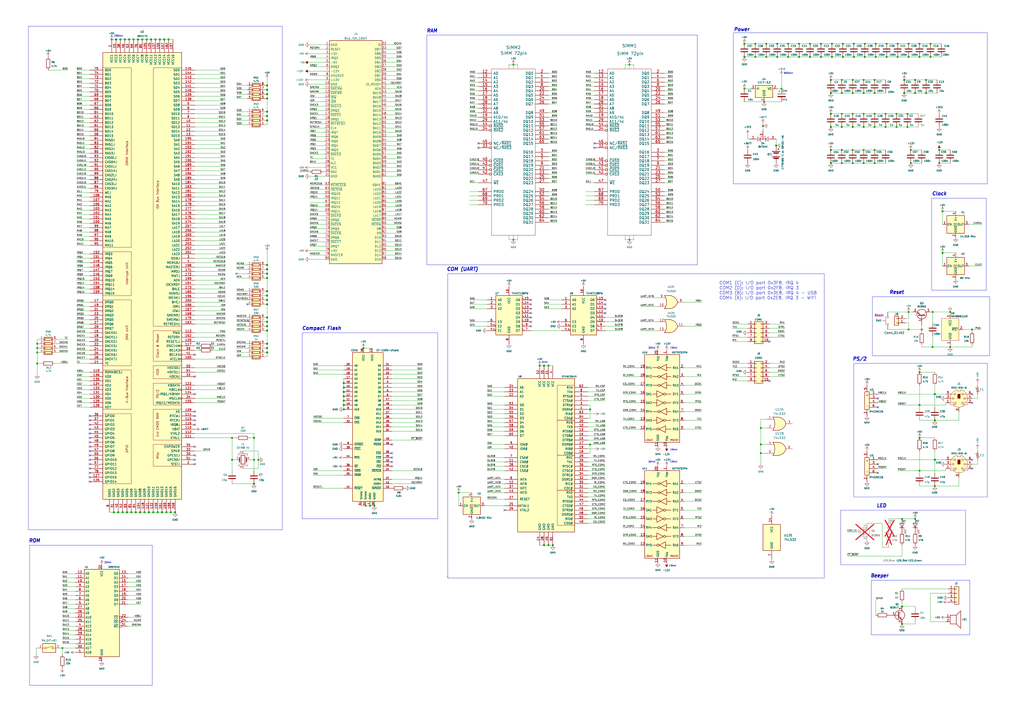
<source format=kicad_sch>
(kicad_sch
	(version 20250114)
	(generator "eeschema")
	(generator_version "9.0")
	(uuid "895fa090-e1df-4200-a112-cb7c4b9368aa")
	(paper "A2")
	(title_block
		(title "BASILEA-386-MAIN-ISA16-SIMM72")
		(date "2025-09-13")
		(rev "1.2.2")
		(company "Alex Petrov")
		(comment 1 "ISA16 386SX IBM PC-compatible board with CF/RAM/Serials")
	)
	(lib_symbols
		(symbol "74xx:74LS138"
			(pin_names
				(offset 1.016)
			)
			(exclude_from_sim no)
			(in_bom yes)
			(on_board yes)
			(property "Reference" "U"
				(at -7.62 11.43 0)
				(effects
					(font
						(size 1.27 1.27)
					)
				)
			)
			(property "Value" "74LS138"
				(at -7.62 -13.97 0)
				(effects
					(font
						(size 1.27 1.27)
					)
				)
			)
			(property "Footprint" ""
				(at 0 0 0)
				(effects
					(font
						(size 1.27 1.27)
					)
					(hide yes)
				)
			)
			(property "Datasheet" "http://www.ti.com/lit/gpn/sn74LS138"
				(at 0 0 0)
				(effects
					(font
						(size 1.27 1.27)
					)
					(hide yes)
				)
			)
			(property "Description" "Decoder 3 to 8 active low outputs"
				(at 0 0 0)
				(effects
					(font
						(size 1.27 1.27)
					)
					(hide yes)
				)
			)
			(property "ki_locked" ""
				(at 0 0 0)
				(effects
					(font
						(size 1.27 1.27)
					)
				)
			)
			(property "ki_keywords" "TTL DECOD DECOD8"
				(at 0 0 0)
				(effects
					(font
						(size 1.27 1.27)
					)
					(hide yes)
				)
			)
			(property "ki_fp_filters" "DIP?16*"
				(at 0 0 0)
				(effects
					(font
						(size 1.27 1.27)
					)
					(hide yes)
				)
			)
			(symbol "74LS138_1_0"
				(pin input line
					(at -12.7 7.62 0)
					(length 5.08)
					(name "A0"
						(effects
							(font
								(size 1.27 1.27)
							)
						)
					)
					(number "1"
						(effects
							(font
								(size 1.27 1.27)
							)
						)
					)
				)
				(pin input line
					(at -12.7 5.08 0)
					(length 5.08)
					(name "A1"
						(effects
							(font
								(size 1.27 1.27)
							)
						)
					)
					(number "2"
						(effects
							(font
								(size 1.27 1.27)
							)
						)
					)
				)
				(pin input line
					(at -12.7 2.54 0)
					(length 5.08)
					(name "A2"
						(effects
							(font
								(size 1.27 1.27)
							)
						)
					)
					(number "3"
						(effects
							(font
								(size 1.27 1.27)
							)
						)
					)
				)
				(pin input line
					(at -12.7 -5.08 0)
					(length 5.08)
					(name "E3"
						(effects
							(font
								(size 1.27 1.27)
							)
						)
					)
					(number "6"
						(effects
							(font
								(size 1.27 1.27)
							)
						)
					)
				)
				(pin input input_low
					(at -12.7 -7.62 0)
					(length 5.08)
					(name "E2"
						(effects
							(font
								(size 1.27 1.27)
							)
						)
					)
					(number "5"
						(effects
							(font
								(size 1.27 1.27)
							)
						)
					)
				)
				(pin input input_low
					(at -12.7 -10.16 0)
					(length 5.08)
					(name "E1"
						(effects
							(font
								(size 1.27 1.27)
							)
						)
					)
					(number "4"
						(effects
							(font
								(size 1.27 1.27)
							)
						)
					)
				)
				(pin power_in line
					(at 0 15.24 270)
					(length 5.08)
					(name "VCC"
						(effects
							(font
								(size 1.27 1.27)
							)
						)
					)
					(number "16"
						(effects
							(font
								(size 1.27 1.27)
							)
						)
					)
				)
				(pin power_in line
					(at 0 -17.78 90)
					(length 5.08)
					(name "GND"
						(effects
							(font
								(size 1.27 1.27)
							)
						)
					)
					(number "8"
						(effects
							(font
								(size 1.27 1.27)
							)
						)
					)
				)
				(pin output output_low
					(at 12.7 7.62 180)
					(length 5.08)
					(name "O0"
						(effects
							(font
								(size 1.27 1.27)
							)
						)
					)
					(number "15"
						(effects
							(font
								(size 1.27 1.27)
							)
						)
					)
				)
				(pin output output_low
					(at 12.7 5.08 180)
					(length 5.08)
					(name "O1"
						(effects
							(font
								(size 1.27 1.27)
							)
						)
					)
					(number "14"
						(effects
							(font
								(size 1.27 1.27)
							)
						)
					)
				)
				(pin output output_low
					(at 12.7 2.54 180)
					(length 5.08)
					(name "O2"
						(effects
							(font
								(size 1.27 1.27)
							)
						)
					)
					(number "13"
						(effects
							(font
								(size 1.27 1.27)
							)
						)
					)
				)
				(pin output output_low
					(at 12.7 0 180)
					(length 5.08)
					(name "O3"
						(effects
							(font
								(size 1.27 1.27)
							)
						)
					)
					(number "12"
						(effects
							(font
								(size 1.27 1.27)
							)
						)
					)
				)
				(pin output output_low
					(at 12.7 -2.54 180)
					(length 5.08)
					(name "O4"
						(effects
							(font
								(size 1.27 1.27)
							)
						)
					)
					(number "11"
						(effects
							(font
								(size 1.27 1.27)
							)
						)
					)
				)
				(pin output output_low
					(at 12.7 -5.08 180)
					(length 5.08)
					(name "O5"
						(effects
							(font
								(size 1.27 1.27)
							)
						)
					)
					(number "10"
						(effects
							(font
								(size 1.27 1.27)
							)
						)
					)
				)
				(pin output output_low
					(at 12.7 -7.62 180)
					(length 5.08)
					(name "O6"
						(effects
							(font
								(size 1.27 1.27)
							)
						)
					)
					(number "9"
						(effects
							(font
								(size 1.27 1.27)
							)
						)
					)
				)
				(pin output output_low
					(at 12.7 -10.16 180)
					(length 5.08)
					(name "O7"
						(effects
							(font
								(size 1.27 1.27)
							)
						)
					)
					(number "7"
						(effects
							(font
								(size 1.27 1.27)
							)
						)
					)
				)
			)
			(symbol "74LS138_1_1"
				(rectangle
					(start -7.62 10.16)
					(end 7.62 -12.7)
					(stroke
						(width 0.254)
						(type default)
					)
					(fill
						(type background)
					)
				)
			)
			(embedded_fonts no)
		)
		(symbol "74xx:74LS32"
			(pin_names
				(offset 1.016)
			)
			(exclude_from_sim no)
			(in_bom yes)
			(on_board yes)
			(property "Reference" "U"
				(at 0 1.27 0)
				(effects
					(font
						(size 1.27 1.27)
					)
				)
			)
			(property "Value" "74LS32"
				(at 0 -1.27 0)
				(effects
					(font
						(size 1.27 1.27)
					)
				)
			)
			(property "Footprint" ""
				(at 0 0 0)
				(effects
					(font
						(size 1.27 1.27)
					)
					(hide yes)
				)
			)
			(property "Datasheet" "http://www.ti.com/lit/gpn/sn74LS32"
				(at 0 0 0)
				(effects
					(font
						(size 1.27 1.27)
					)
					(hide yes)
				)
			)
			(property "Description" "Quad 2-input OR"
				(at 0 0 0)
				(effects
					(font
						(size 1.27 1.27)
					)
					(hide yes)
				)
			)
			(property "ki_locked" ""
				(at 0 0 0)
				(effects
					(font
						(size 1.27 1.27)
					)
				)
			)
			(property "ki_keywords" "TTL Or2"
				(at 0 0 0)
				(effects
					(font
						(size 1.27 1.27)
					)
					(hide yes)
				)
			)
			(property "ki_fp_filters" "DIP?14*"
				(at 0 0 0)
				(effects
					(font
						(size 1.27 1.27)
					)
					(hide yes)
				)
			)
			(symbol "74LS32_1_1"
				(arc
					(start -3.81 3.81)
					(mid -2.589 0)
					(end -3.81 -3.81)
					(stroke
						(width 0.254)
						(type default)
					)
					(fill
						(type none)
					)
				)
				(polyline
					(pts
						(xy -3.81 3.81) (xy -0.635 3.81)
					)
					(stroke
						(width 0.254)
						(type default)
					)
					(fill
						(type background)
					)
				)
				(polyline
					(pts
						(xy -3.81 -3.81) (xy -0.635 -3.81)
					)
					(stroke
						(width 0.254)
						(type default)
					)
					(fill
						(type background)
					)
				)
				(arc
					(start 3.81 0)
					(mid 2.1855 -2.584)
					(end -0.6096 -3.81)
					(stroke
						(width 0.254)
						(type default)
					)
					(fill
						(type background)
					)
				)
				(arc
					(start -0.6096 3.81)
					(mid 2.1928 2.5924)
					(end 3.81 0)
					(stroke
						(width 0.254)
						(type default)
					)
					(fill
						(type background)
					)
				)
				(polyline
					(pts
						(xy -0.635 3.81) (xy -3.81 3.81) (xy -3.81 3.81) (xy -3.556 3.4036) (xy -3.0226 2.2606) (xy -2.6924 1.0414)
						(xy -2.6162 -0.254) (xy -2.7686 -1.4986) (xy -3.175 -2.7178) (xy -3.81 -3.81) (xy -3.81 -3.81)
						(xy -0.635 -3.81)
					)
					(stroke
						(width -25.4)
						(type default)
					)
					(fill
						(type background)
					)
				)
				(pin input line
					(at -7.62 2.54 0)
					(length 4.318)
					(name "~"
						(effects
							(font
								(size 1.27 1.27)
							)
						)
					)
					(number "1"
						(effects
							(font
								(size 1.27 1.27)
							)
						)
					)
				)
				(pin input line
					(at -7.62 -2.54 0)
					(length 4.318)
					(name "~"
						(effects
							(font
								(size 1.27 1.27)
							)
						)
					)
					(number "2"
						(effects
							(font
								(size 1.27 1.27)
							)
						)
					)
				)
				(pin output line
					(at 7.62 0 180)
					(length 3.81)
					(name "~"
						(effects
							(font
								(size 1.27 1.27)
							)
						)
					)
					(number "3"
						(effects
							(font
								(size 1.27 1.27)
							)
						)
					)
				)
			)
			(symbol "74LS32_1_2"
				(arc
					(start 0 3.81)
					(mid 3.7934 0)
					(end 0 -3.81)
					(stroke
						(width 0.254)
						(type default)
					)
					(fill
						(type background)
					)
				)
				(polyline
					(pts
						(xy 0 3.81) (xy -3.81 3.81) (xy -3.81 -3.81) (xy 0 -3.81)
					)
					(stroke
						(width 0.254)
						(type default)
					)
					(fill
						(type background)
					)
				)
				(pin input inverted
					(at -7.62 2.54 0)
					(length 3.81)
					(name "~"
						(effects
							(font
								(size 1.27 1.27)
							)
						)
					)
					(number "1"
						(effects
							(font
								(size 1.27 1.27)
							)
						)
					)
				)
				(pin input inverted
					(at -7.62 -2.54 0)
					(length 3.81)
					(name "~"
						(effects
							(font
								(size 1.27 1.27)
							)
						)
					)
					(number "2"
						(effects
							(font
								(size 1.27 1.27)
							)
						)
					)
				)
				(pin output inverted
					(at 7.62 0 180)
					(length 3.81)
					(name "~"
						(effects
							(font
								(size 1.27 1.27)
							)
						)
					)
					(number "3"
						(effects
							(font
								(size 1.27 1.27)
							)
						)
					)
				)
			)
			(symbol "74LS32_2_1"
				(arc
					(start -3.81 3.81)
					(mid -2.589 0)
					(end -3.81 -3.81)
					(stroke
						(width 0.254)
						(type default)
					)
					(fill
						(type none)
					)
				)
				(polyline
					(pts
						(xy -3.81 3.81) (xy -0.635 3.81)
					)
					(stroke
						(width 0.254)
						(type default)
					)
					(fill
						(type background)
					)
				)
				(polyline
					(pts
						(xy -3.81 -3.81) (xy -0.635 -3.81)
					)
					(stroke
						(width 0.254)
						(type default)
					)
					(fill
						(type background)
					)
				)
				(arc
					(start 3.81 0)
					(mid 2.1855 -2.584)
					(end -0.6096 -3.81)
					(stroke
						(width 0.254)
						(type default)
					)
					(fill
						(type background)
					)
				)
				(arc
					(start -0.6096 3.81)
					(mid 2.1928 2.5924)
					(end 3.81 0)
					(stroke
						(width 0.254)
						(type default)
					)
					(fill
						(type background)
					)
				)
				(polyline
					(pts
						(xy -0.635 3.81) (xy -3.81 3.81) (xy -3.81 3.81) (xy -3.556 3.4036) (xy -3.0226 2.2606) (xy -2.6924 1.0414)
						(xy -2.6162 -0.254) (xy -2.7686 -1.4986) (xy -3.175 -2.7178) (xy -3.81 -3.81) (xy -3.81 -3.81)
						(xy -0.635 -3.81)
					)
					(stroke
						(width -25.4)
						(type default)
					)
					(fill
						(type background)
					)
				)
				(pin input line
					(at -7.62 2.54 0)
					(length 4.318)
					(name "~"
						(effects
							(font
								(size 1.27 1.27)
							)
						)
					)
					(number "4"
						(effects
							(font
								(size 1.27 1.27)
							)
						)
					)
				)
				(pin input line
					(at -7.62 -2.54 0)
					(length 4.318)
					(name "~"
						(effects
							(font
								(size 1.27 1.27)
							)
						)
					)
					(number "5"
						(effects
							(font
								(size 1.27 1.27)
							)
						)
					)
				)
				(pin output line
					(at 7.62 0 180)
					(length 3.81)
					(name "~"
						(effects
							(font
								(size 1.27 1.27)
							)
						)
					)
					(number "6"
						(effects
							(font
								(size 1.27 1.27)
							)
						)
					)
				)
			)
			(symbol "74LS32_2_2"
				(arc
					(start 0 3.81)
					(mid 3.7934 0)
					(end 0 -3.81)
					(stroke
						(width 0.254)
						(type default)
					)
					(fill
						(type background)
					)
				)
				(polyline
					(pts
						(xy 0 3.81) (xy -3.81 3.81) (xy -3.81 -3.81) (xy 0 -3.81)
					)
					(stroke
						(width 0.254)
						(type default)
					)
					(fill
						(type background)
					)
				)
				(pin input inverted
					(at -7.62 2.54 0)
					(length 3.81)
					(name "~"
						(effects
							(font
								(size 1.27 1.27)
							)
						)
					)
					(number "4"
						(effects
							(font
								(size 1.27 1.27)
							)
						)
					)
				)
				(pin input inverted
					(at -7.62 -2.54 0)
					(length 3.81)
					(name "~"
						(effects
							(font
								(size 1.27 1.27)
							)
						)
					)
					(number "5"
						(effects
							(font
								(size 1.27 1.27)
							)
						)
					)
				)
				(pin output inverted
					(at 7.62 0 180)
					(length 3.81)
					(name "~"
						(effects
							(font
								(size 1.27 1.27)
							)
						)
					)
					(number "6"
						(effects
							(font
								(size 1.27 1.27)
							)
						)
					)
				)
			)
			(symbol "74LS32_3_1"
				(arc
					(start -3.81 3.81)
					(mid -2.589 0)
					(end -3.81 -3.81)
					(stroke
						(width 0.254)
						(type default)
					)
					(fill
						(type none)
					)
				)
				(polyline
					(pts
						(xy -3.81 3.81) (xy -0.635 3.81)
					)
					(stroke
						(width 0.254)
						(type default)
					)
					(fill
						(type background)
					)
				)
				(polyline
					(pts
						(xy -3.81 -3.81) (xy -0.635 -3.81)
					)
					(stroke
						(width 0.254)
						(type default)
					)
					(fill
						(type background)
					)
				)
				(arc
					(start 3.81 0)
					(mid 2.1855 -2.584)
					(end -0.6096 -3.81)
					(stroke
						(width 0.254)
						(type default)
					)
					(fill
						(type background)
					)
				)
				(arc
					(start -0.6096 3.81)
					(mid 2.1928 2.5924)
					(end 3.81 0)
					(stroke
						(width 0.254)
						(type default)
					)
					(fill
						(type background)
					)
				)
				(polyline
					(pts
						(xy -0.635 3.81) (xy -3.81 3.81) (xy -3.81 3.81) (xy -3.556 3.4036) (xy -3.0226 2.2606) (xy -2.6924 1.0414)
						(xy -2.6162 -0.254) (xy -2.7686 -1.4986) (xy -3.175 -2.7178) (xy -3.81 -3.81) (xy -3.81 -3.81)
						(xy -0.635 -3.81)
					)
					(stroke
						(width -25.4)
						(type default)
					)
					(fill
						(type background)
					)
				)
				(pin input line
					(at -7.62 2.54 0)
					(length 4.318)
					(name "~"
						(effects
							(font
								(size 1.27 1.27)
							)
						)
					)
					(number "9"
						(effects
							(font
								(size 1.27 1.27)
							)
						)
					)
				)
				(pin input line
					(at -7.62 -2.54 0)
					(length 4.318)
					(name "~"
						(effects
							(font
								(size 1.27 1.27)
							)
						)
					)
					(number "10"
						(effects
							(font
								(size 1.27 1.27)
							)
						)
					)
				)
				(pin output line
					(at 7.62 0 180)
					(length 3.81)
					(name "~"
						(effects
							(font
								(size 1.27 1.27)
							)
						)
					)
					(number "8"
						(effects
							(font
								(size 1.27 1.27)
							)
						)
					)
				)
			)
			(symbol "74LS32_3_2"
				(arc
					(start 0 3.81)
					(mid 3.7934 0)
					(end 0 -3.81)
					(stroke
						(width 0.254)
						(type default)
					)
					(fill
						(type background)
					)
				)
				(polyline
					(pts
						(xy 0 3.81) (xy -3.81 3.81) (xy -3.81 -3.81) (xy 0 -3.81)
					)
					(stroke
						(width 0.254)
						(type default)
					)
					(fill
						(type background)
					)
				)
				(pin input inverted
					(at -7.62 2.54 0)
					(length 3.81)
					(name "~"
						(effects
							(font
								(size 1.27 1.27)
							)
						)
					)
					(number "9"
						(effects
							(font
								(size 1.27 1.27)
							)
						)
					)
				)
				(pin input inverted
					(at -7.62 -2.54 0)
					(length 3.81)
					(name "~"
						(effects
							(font
								(size 1.27 1.27)
							)
						)
					)
					(number "10"
						(effects
							(font
								(size 1.27 1.27)
							)
						)
					)
				)
				(pin output inverted
					(at 7.62 0 180)
					(length 3.81)
					(name "~"
						(effects
							(font
								(size 1.27 1.27)
							)
						)
					)
					(number "8"
						(effects
							(font
								(size 1.27 1.27)
							)
						)
					)
				)
			)
			(symbol "74LS32_4_1"
				(arc
					(start -3.81 3.81)
					(mid -2.589 0)
					(end -3.81 -3.81)
					(stroke
						(width 0.254)
						(type default)
					)
					(fill
						(type none)
					)
				)
				(polyline
					(pts
						(xy -3.81 3.81) (xy -0.635 3.81)
					)
					(stroke
						(width 0.254)
						(type default)
					)
					(fill
						(type background)
					)
				)
				(polyline
					(pts
						(xy -3.81 -3.81) (xy -0.635 -3.81)
					)
					(stroke
						(width 0.254)
						(type default)
					)
					(fill
						(type background)
					)
				)
				(arc
					(start 3.81 0)
					(mid 2.1855 -2.584)
					(end -0.6096 -3.81)
					(stroke
						(width 0.254)
						(type default)
					)
					(fill
						(type background)
					)
				)
				(arc
					(start -0.6096 3.81)
					(mid 2.1928 2.5924)
					(end 3.81 0)
					(stroke
						(width 0.254)
						(type default)
					)
					(fill
						(type background)
					)
				)
				(polyline
					(pts
						(xy -0.635 3.81) (xy -3.81 3.81) (xy -3.81 3.81) (xy -3.556 3.4036) (xy -3.0226 2.2606) (xy -2.6924 1.0414)
						(xy -2.6162 -0.254) (xy -2.7686 -1.4986) (xy -3.175 -2.7178) (xy -3.81 -3.81) (xy -3.81 -3.81)
						(xy -0.635 -3.81)
					)
					(stroke
						(width -25.4)
						(type default)
					)
					(fill
						(type background)
					)
				)
				(pin input line
					(at -7.62 2.54 0)
					(length 4.318)
					(name "~"
						(effects
							(font
								(size 1.27 1.27)
							)
						)
					)
					(number "12"
						(effects
							(font
								(size 1.27 1.27)
							)
						)
					)
				)
				(pin input line
					(at -7.62 -2.54 0)
					(length 4.318)
					(name "~"
						(effects
							(font
								(size 1.27 1.27)
							)
						)
					)
					(number "13"
						(effects
							(font
								(size 1.27 1.27)
							)
						)
					)
				)
				(pin output line
					(at 7.62 0 180)
					(length 3.81)
					(name "~"
						(effects
							(font
								(size 1.27 1.27)
							)
						)
					)
					(number "11"
						(effects
							(font
								(size 1.27 1.27)
							)
						)
					)
				)
			)
			(symbol "74LS32_4_2"
				(arc
					(start 0 3.81)
					(mid 3.7934 0)
					(end 0 -3.81)
					(stroke
						(width 0.254)
						(type default)
					)
					(fill
						(type background)
					)
				)
				(polyline
					(pts
						(xy 0 3.81) (xy -3.81 3.81) (xy -3.81 -3.81) (xy 0 -3.81)
					)
					(stroke
						(width 0.254)
						(type default)
					)
					(fill
						(type background)
					)
				)
				(pin input inverted
					(at -7.62 2.54 0)
					(length 3.81)
					(name "~"
						(effects
							(font
								(size 1.27 1.27)
							)
						)
					)
					(number "12"
						(effects
							(font
								(size 1.27 1.27)
							)
						)
					)
				)
				(pin input inverted
					(at -7.62 -2.54 0)
					(length 3.81)
					(name "~"
						(effects
							(font
								(size 1.27 1.27)
							)
						)
					)
					(number "13"
						(effects
							(font
								(size 1.27 1.27)
							)
						)
					)
				)
				(pin output inverted
					(at 7.62 0 180)
					(length 3.81)
					(name "~"
						(effects
							(font
								(size 1.27 1.27)
							)
						)
					)
					(number "11"
						(effects
							(font
								(size 1.27 1.27)
							)
						)
					)
				)
			)
			(symbol "74LS32_5_0"
				(pin power_in line
					(at 0 12.7 270)
					(length 5.08)
					(name "VCC"
						(effects
							(font
								(size 1.27 1.27)
							)
						)
					)
					(number "14"
						(effects
							(font
								(size 1.27 1.27)
							)
						)
					)
				)
				(pin power_in line
					(at 0 -12.7 90)
					(length 5.08)
					(name "GND"
						(effects
							(font
								(size 1.27 1.27)
							)
						)
					)
					(number "7"
						(effects
							(font
								(size 1.27 1.27)
							)
						)
					)
				)
			)
			(symbol "74LS32_5_1"
				(rectangle
					(start -5.08 7.62)
					(end 5.08 -7.62)
					(stroke
						(width 0.254)
						(type default)
					)
					(fill
						(type background)
					)
				)
			)
			(embedded_fonts no)
		)
		(symbol "Connector:Bus_ISA_16bit"
			(exclude_from_sim no)
			(in_bom yes)
			(on_board yes)
			(property "Reference" "J"
				(at 0 67.945 0)
				(effects
					(font
						(size 1.27 1.27)
					)
				)
			)
			(property "Value" "Bus_ISA_16bit"
				(at 0 -65.405 0)
				(effects
					(font
						(size 1.27 1.27)
					)
				)
			)
			(property "Footprint" ""
				(at 0 1.27 0)
				(effects
					(font
						(size 1.27 1.27)
					)
					(hide yes)
				)
			)
			(property "Datasheet" "https://en.wikipedia.org/wiki/Industry_Standard_Architecture"
				(at 0 1.27 0)
				(effects
					(font
						(size 1.27 1.27)
					)
					(hide yes)
				)
			)
			(property "Description" "16-bit ISA-AT bus connector"
				(at 0 0 0)
				(effects
					(font
						(size 1.27 1.27)
					)
					(hide yes)
				)
			)
			(property "ki_keywords" "ISA"
				(at 0 0 0)
				(effects
					(font
						(size 1.27 1.27)
					)
					(hide yes)
				)
			)
			(symbol "Bus_ISA_16bit_0_1"
				(rectangle
					(start -15.24 -63.5)
					(end 15.24 66.04)
					(stroke
						(width 0.254)
						(type default)
					)
					(fill
						(type background)
					)
				)
			)
			(symbol "Bus_ISA_16bit_1_1"
				(pin power_in line
					(at -17.78 63.5 0)
					(length 2.54)
					(name "GND"
						(effects
							(font
								(size 1.27 1.27)
							)
						)
					)
					(number "1"
						(effects
							(font
								(size 1.27 1.27)
							)
						)
					)
				)
				(pin output line
					(at -17.78 60.96 0)
					(length 2.54)
					(name "RESET"
						(effects
							(font
								(size 1.27 1.27)
							)
						)
					)
					(number "2"
						(effects
							(font
								(size 1.27 1.27)
							)
						)
					)
				)
				(pin power_in line
					(at -17.78 58.42 0)
					(length 2.54)
					(name "+5V"
						(effects
							(font
								(size 1.27 1.27)
							)
						)
					)
					(number "3"
						(effects
							(font
								(size 1.27 1.27)
							)
						)
					)
				)
				(pin passive line
					(at -17.78 55.88 0)
					(length 2.54)
					(name "IRQ2"
						(effects
							(font
								(size 1.27 1.27)
							)
						)
					)
					(number "4"
						(effects
							(font
								(size 1.27 1.27)
							)
						)
					)
				)
				(pin power_in line
					(at -17.78 53.34 0)
					(length 2.54)
					(name "-5V"
						(effects
							(font
								(size 1.27 1.27)
							)
						)
					)
					(number "5"
						(effects
							(font
								(size 1.27 1.27)
							)
						)
					)
				)
				(pin passive line
					(at -17.78 50.8 0)
					(length 2.54)
					(name "DRQ2"
						(effects
							(font
								(size 1.27 1.27)
							)
						)
					)
					(number "6"
						(effects
							(font
								(size 1.27 1.27)
							)
						)
					)
				)
				(pin power_in line
					(at -17.78 48.26 0)
					(length 2.54)
					(name "-12V"
						(effects
							(font
								(size 1.27 1.27)
							)
						)
					)
					(number "7"
						(effects
							(font
								(size 1.27 1.27)
							)
						)
					)
				)
				(pin passive line
					(at -17.78 45.72 0)
					(length 2.54)
					(name "UNUSED"
						(effects
							(font
								(size 1.27 1.27)
							)
						)
					)
					(number "8"
						(effects
							(font
								(size 1.27 1.27)
							)
						)
					)
				)
				(pin power_in line
					(at -17.78 43.18 0)
					(length 2.54)
					(name "+12V"
						(effects
							(font
								(size 1.27 1.27)
							)
						)
					)
					(number "9"
						(effects
							(font
								(size 1.27 1.27)
							)
						)
					)
				)
				(pin power_in line
					(at -17.78 40.64 0)
					(length 2.54)
					(name "GND"
						(effects
							(font
								(size 1.27 1.27)
							)
						)
					)
					(number "10"
						(effects
							(font
								(size 1.27 1.27)
							)
						)
					)
				)
				(pin output line
					(at -17.78 38.1 0)
					(length 2.54)
					(name "~{SMEMW}"
						(effects
							(font
								(size 1.27 1.27)
							)
						)
					)
					(number "11"
						(effects
							(font
								(size 1.27 1.27)
							)
						)
					)
				)
				(pin output line
					(at -17.78 35.56 0)
					(length 2.54)
					(name "~{SMEMR}"
						(effects
							(font
								(size 1.27 1.27)
							)
						)
					)
					(number "12"
						(effects
							(font
								(size 1.27 1.27)
							)
						)
					)
				)
				(pin output line
					(at -17.78 33.02 0)
					(length 2.54)
					(name "~{IOW}"
						(effects
							(font
								(size 1.27 1.27)
							)
						)
					)
					(number "13"
						(effects
							(font
								(size 1.27 1.27)
							)
						)
					)
				)
				(pin output line
					(at -17.78 30.48 0)
					(length 2.54)
					(name "~{IOR}"
						(effects
							(font
								(size 1.27 1.27)
							)
						)
					)
					(number "14"
						(effects
							(font
								(size 1.27 1.27)
							)
						)
					)
				)
				(pin passive line
					(at -17.78 27.94 0)
					(length 2.54)
					(name "~{DACK3}"
						(effects
							(font
								(size 1.27 1.27)
							)
						)
					)
					(number "15"
						(effects
							(font
								(size 1.27 1.27)
							)
						)
					)
				)
				(pin passive line
					(at -17.78 25.4 0)
					(length 2.54)
					(name "DRQ3"
						(effects
							(font
								(size 1.27 1.27)
							)
						)
					)
					(number "16"
						(effects
							(font
								(size 1.27 1.27)
							)
						)
					)
				)
				(pin passive line
					(at -17.78 22.86 0)
					(length 2.54)
					(name "~{DACK1}"
						(effects
							(font
								(size 1.27 1.27)
							)
						)
					)
					(number "17"
						(effects
							(font
								(size 1.27 1.27)
							)
						)
					)
				)
				(pin passive line
					(at -17.78 20.32 0)
					(length 2.54)
					(name "DRQ1"
						(effects
							(font
								(size 1.27 1.27)
							)
						)
					)
					(number "18"
						(effects
							(font
								(size 1.27 1.27)
							)
						)
					)
				)
				(pin passive line
					(at -17.78 17.78 0)
					(length 2.54)
					(name "~{REFRESH}"
						(effects
							(font
								(size 1.27 1.27)
							)
						)
					)
					(number "19"
						(effects
							(font
								(size 1.27 1.27)
							)
						)
					)
				)
				(pin output line
					(at -17.78 15.24 0)
					(length 2.54)
					(name "CLK"
						(effects
							(font
								(size 1.27 1.27)
							)
						)
					)
					(number "20"
						(effects
							(font
								(size 1.27 1.27)
							)
						)
					)
				)
				(pin passive line
					(at -17.78 12.7 0)
					(length 2.54)
					(name "IRQ7"
						(effects
							(font
								(size 1.27 1.27)
							)
						)
					)
					(number "21"
						(effects
							(font
								(size 1.27 1.27)
							)
						)
					)
				)
				(pin passive line
					(at -17.78 10.16 0)
					(length 2.54)
					(name "IRQ6"
						(effects
							(font
								(size 1.27 1.27)
							)
						)
					)
					(number "22"
						(effects
							(font
								(size 1.27 1.27)
							)
						)
					)
				)
				(pin passive line
					(at -17.78 7.62 0)
					(length 2.54)
					(name "IRQ5"
						(effects
							(font
								(size 1.27 1.27)
							)
						)
					)
					(number "23"
						(effects
							(font
								(size 1.27 1.27)
							)
						)
					)
				)
				(pin passive line
					(at -17.78 5.08 0)
					(length 2.54)
					(name "IRQ4"
						(effects
							(font
								(size 1.27 1.27)
							)
						)
					)
					(number "24"
						(effects
							(font
								(size 1.27 1.27)
							)
						)
					)
				)
				(pin passive line
					(at -17.78 2.54 0)
					(length 2.54)
					(name "IRQ3"
						(effects
							(font
								(size 1.27 1.27)
							)
						)
					)
					(number "25"
						(effects
							(font
								(size 1.27 1.27)
							)
						)
					)
				)
				(pin passive line
					(at -17.78 0 0)
					(length 2.54)
					(name "~{DACK2}"
						(effects
							(font
								(size 1.27 1.27)
							)
						)
					)
					(number "26"
						(effects
							(font
								(size 1.27 1.27)
							)
						)
					)
				)
				(pin passive line
					(at -17.78 -2.54 0)
					(length 2.54)
					(name "TC"
						(effects
							(font
								(size 1.27 1.27)
							)
						)
					)
					(number "27"
						(effects
							(font
								(size 1.27 1.27)
							)
						)
					)
				)
				(pin output line
					(at -17.78 -5.08 0)
					(length 2.54)
					(name "ALE"
						(effects
							(font
								(size 1.27 1.27)
							)
						)
					)
					(number "28"
						(effects
							(font
								(size 1.27 1.27)
							)
						)
					)
				)
				(pin power_in line
					(at -17.78 -7.62 0)
					(length 2.54)
					(name "VCC"
						(effects
							(font
								(size 1.27 1.27)
							)
						)
					)
					(number "29"
						(effects
							(font
								(size 1.27 1.27)
							)
						)
					)
				)
				(pin output line
					(at -17.78 -10.16 0)
					(length 2.54)
					(name "OSC"
						(effects
							(font
								(size 1.27 1.27)
							)
						)
					)
					(number "30"
						(effects
							(font
								(size 1.27 1.27)
							)
						)
					)
				)
				(pin power_in line
					(at -17.78 -12.7 0)
					(length 2.54)
					(name "GND"
						(effects
							(font
								(size 1.27 1.27)
							)
						)
					)
					(number "31"
						(effects
							(font
								(size 1.27 1.27)
							)
						)
					)
				)
				(pin passive line
					(at -17.78 -17.78 0)
					(length 2.54)
					(name "~{MEMCS16}"
						(effects
							(font
								(size 1.27 1.27)
							)
						)
					)
					(number "63"
						(effects
							(font
								(size 1.27 1.27)
							)
						)
					)
				)
				(pin passive line
					(at -17.78 -20.32 0)
					(length 2.54)
					(name "~{IOCS16}"
						(effects
							(font
								(size 1.27 1.27)
							)
						)
					)
					(number "64"
						(effects
							(font
								(size 1.27 1.27)
							)
						)
					)
				)
				(pin passive line
					(at -17.78 -22.86 0)
					(length 2.54)
					(name "IRQ10"
						(effects
							(font
								(size 1.27 1.27)
							)
						)
					)
					(number "65"
						(effects
							(font
								(size 1.27 1.27)
							)
						)
					)
				)
				(pin passive line
					(at -17.78 -25.4 0)
					(length 2.54)
					(name "IRQ11"
						(effects
							(font
								(size 1.27 1.27)
							)
						)
					)
					(number "66"
						(effects
							(font
								(size 1.27 1.27)
							)
						)
					)
				)
				(pin passive line
					(at -17.78 -27.94 0)
					(length 2.54)
					(name "IRQ12"
						(effects
							(font
								(size 1.27 1.27)
							)
						)
					)
					(number "67"
						(effects
							(font
								(size 1.27 1.27)
							)
						)
					)
				)
				(pin passive line
					(at -17.78 -30.48 0)
					(length 2.54)
					(name "IRQ15"
						(effects
							(font
								(size 1.27 1.27)
							)
						)
					)
					(number "68"
						(effects
							(font
								(size 1.27 1.27)
							)
						)
					)
				)
				(pin passive line
					(at -17.78 -33.02 0)
					(length 2.54)
					(name "IRQ14"
						(effects
							(font
								(size 1.27 1.27)
							)
						)
					)
					(number "69"
						(effects
							(font
								(size 1.27 1.27)
							)
						)
					)
				)
				(pin output line
					(at -17.78 -35.56 0)
					(length 2.54)
					(name "~{DACK0}"
						(effects
							(font
								(size 1.27 1.27)
							)
						)
					)
					(number "70"
						(effects
							(font
								(size 1.27 1.27)
							)
						)
					)
				)
				(pin passive line
					(at -17.78 -38.1 0)
					(length 2.54)
					(name "DRQ0"
						(effects
							(font
								(size 1.27 1.27)
							)
						)
					)
					(number "71"
						(effects
							(font
								(size 1.27 1.27)
							)
						)
					)
				)
				(pin output line
					(at -17.78 -40.64 0)
					(length 2.54)
					(name "~{DACK5}"
						(effects
							(font
								(size 1.27 1.27)
							)
						)
					)
					(number "72"
						(effects
							(font
								(size 1.27 1.27)
							)
						)
					)
				)
				(pin passive line
					(at -17.78 -43.18 0)
					(length 2.54)
					(name "DRQ5"
						(effects
							(font
								(size 1.27 1.27)
							)
						)
					)
					(number "73"
						(effects
							(font
								(size 1.27 1.27)
							)
						)
					)
				)
				(pin output line
					(at -17.78 -45.72 0)
					(length 2.54)
					(name "~{DACK6}"
						(effects
							(font
								(size 1.27 1.27)
							)
						)
					)
					(number "74"
						(effects
							(font
								(size 1.27 1.27)
							)
						)
					)
				)
				(pin passive line
					(at -17.78 -48.26 0)
					(length 2.54)
					(name "DRQ6"
						(effects
							(font
								(size 1.27 1.27)
							)
						)
					)
					(number "75"
						(effects
							(font
								(size 1.27 1.27)
							)
						)
					)
				)
				(pin output line
					(at -17.78 -50.8 0)
					(length 2.54)
					(name "~{DACK7}"
						(effects
							(font
								(size 1.27 1.27)
							)
						)
					)
					(number "76"
						(effects
							(font
								(size 1.27 1.27)
							)
						)
					)
				)
				(pin passive line
					(at -17.78 -53.34 0)
					(length 2.54)
					(name "DRQ7"
						(effects
							(font
								(size 1.27 1.27)
							)
						)
					)
					(number "77"
						(effects
							(font
								(size 1.27 1.27)
							)
						)
					)
				)
				(pin power_in line
					(at -17.78 -55.88 0)
					(length 2.54)
					(name "+5V"
						(effects
							(font
								(size 1.27 1.27)
							)
						)
					)
					(number "78"
						(effects
							(font
								(size 1.27 1.27)
							)
						)
					)
				)
				(pin passive line
					(at -17.78 -58.42 0)
					(length 2.54)
					(name "MASTER"
						(effects
							(font
								(size 1.27 1.27)
							)
						)
					)
					(number "79"
						(effects
							(font
								(size 1.27 1.27)
							)
						)
					)
				)
				(pin power_in line
					(at -17.78 -60.96 0)
					(length 2.54)
					(name "GND"
						(effects
							(font
								(size 1.27 1.27)
							)
						)
					)
					(number "80"
						(effects
							(font
								(size 1.27 1.27)
							)
						)
					)
				)
				(pin passive line
					(at 17.78 63.5 180)
					(length 2.54)
					(name "IO"
						(effects
							(font
								(size 1.27 1.27)
							)
						)
					)
					(number "32"
						(effects
							(font
								(size 1.27 1.27)
							)
						)
					)
				)
				(pin tri_state line
					(at 17.78 60.96 180)
					(length 2.54)
					(name "DB7"
						(effects
							(font
								(size 1.27 1.27)
							)
						)
					)
					(number "33"
						(effects
							(font
								(size 1.27 1.27)
							)
						)
					)
				)
				(pin tri_state line
					(at 17.78 58.42 180)
					(length 2.54)
					(name "DB6"
						(effects
							(font
								(size 1.27 1.27)
							)
						)
					)
					(number "34"
						(effects
							(font
								(size 1.27 1.27)
							)
						)
					)
				)
				(pin tri_state line
					(at 17.78 55.88 180)
					(length 2.54)
					(name "DB5"
						(effects
							(font
								(size 1.27 1.27)
							)
						)
					)
					(number "35"
						(effects
							(font
								(size 1.27 1.27)
							)
						)
					)
				)
				(pin tri_state line
					(at 17.78 53.34 180)
					(length 2.54)
					(name "DB4"
						(effects
							(font
								(size 1.27 1.27)
							)
						)
					)
					(number "36"
						(effects
							(font
								(size 1.27 1.27)
							)
						)
					)
				)
				(pin tri_state line
					(at 17.78 50.8 180)
					(length 2.54)
					(name "DB3"
						(effects
							(font
								(size 1.27 1.27)
							)
						)
					)
					(number "37"
						(effects
							(font
								(size 1.27 1.27)
							)
						)
					)
				)
				(pin tri_state line
					(at 17.78 48.26 180)
					(length 2.54)
					(name "DB2"
						(effects
							(font
								(size 1.27 1.27)
							)
						)
					)
					(number "38"
						(effects
							(font
								(size 1.27 1.27)
							)
						)
					)
				)
				(pin tri_state line
					(at 17.78 45.72 180)
					(length 2.54)
					(name "DB1"
						(effects
							(font
								(size 1.27 1.27)
							)
						)
					)
					(number "39"
						(effects
							(font
								(size 1.27 1.27)
							)
						)
					)
				)
				(pin tri_state line
					(at 17.78 43.18 180)
					(length 2.54)
					(name "DB0"
						(effects
							(font
								(size 1.27 1.27)
							)
						)
					)
					(number "40"
						(effects
							(font
								(size 1.27 1.27)
							)
						)
					)
				)
				(pin passive line
					(at 17.78 40.64 180)
					(length 2.54)
					(name "IO_READY"
						(effects
							(font
								(size 1.27 1.27)
							)
						)
					)
					(number "41"
						(effects
							(font
								(size 1.27 1.27)
							)
						)
					)
				)
				(pin output line
					(at 17.78 38.1 180)
					(length 2.54)
					(name "AEN"
						(effects
							(font
								(size 1.27 1.27)
							)
						)
					)
					(number "42"
						(effects
							(font
								(size 1.27 1.27)
							)
						)
					)
				)
				(pin tri_state line
					(at 17.78 35.56 180)
					(length 2.54)
					(name "BA19"
						(effects
							(font
								(size 1.27 1.27)
							)
						)
					)
					(number "43"
						(effects
							(font
								(size 1.27 1.27)
							)
						)
					)
				)
				(pin tri_state line
					(at 17.78 33.02 180)
					(length 2.54)
					(name "BA18"
						(effects
							(font
								(size 1.27 1.27)
							)
						)
					)
					(number "44"
						(effects
							(font
								(size 1.27 1.27)
							)
						)
					)
				)
				(pin tri_state line
					(at 17.78 30.48 180)
					(length 2.54)
					(name "BA17"
						(effects
							(font
								(size 1.27 1.27)
							)
						)
					)
					(number "45"
						(effects
							(font
								(size 1.27 1.27)
							)
						)
					)
				)
				(pin tri_state line
					(at 17.78 27.94 180)
					(length 2.54)
					(name "BA16"
						(effects
							(font
								(size 1.27 1.27)
							)
						)
					)
					(number "46"
						(effects
							(font
								(size 1.27 1.27)
							)
						)
					)
				)
				(pin tri_state line
					(at 17.78 25.4 180)
					(length 2.54)
					(name "BA15"
						(effects
							(font
								(size 1.27 1.27)
							)
						)
					)
					(number "47"
						(effects
							(font
								(size 1.27 1.27)
							)
						)
					)
				)
				(pin tri_state line
					(at 17.78 22.86 180)
					(length 2.54)
					(name "BA14"
						(effects
							(font
								(size 1.27 1.27)
							)
						)
					)
					(number "48"
						(effects
							(font
								(size 1.27 1.27)
							)
						)
					)
				)
				(pin tri_state line
					(at 17.78 20.32 180)
					(length 2.54)
					(name "BA13"
						(effects
							(font
								(size 1.27 1.27)
							)
						)
					)
					(number "49"
						(effects
							(font
								(size 1.27 1.27)
							)
						)
					)
				)
				(pin tri_state line
					(at 17.78 17.78 180)
					(length 2.54)
					(name "BA12"
						(effects
							(font
								(size 1.27 1.27)
							)
						)
					)
					(number "50"
						(effects
							(font
								(size 1.27 1.27)
							)
						)
					)
				)
				(pin tri_state line
					(at 17.78 15.24 180)
					(length 2.54)
					(name "BA11"
						(effects
							(font
								(size 1.27 1.27)
							)
						)
					)
					(number "51"
						(effects
							(font
								(size 1.27 1.27)
							)
						)
					)
				)
				(pin tri_state line
					(at 17.78 12.7 180)
					(length 2.54)
					(name "BA10"
						(effects
							(font
								(size 1.27 1.27)
							)
						)
					)
					(number "52"
						(effects
							(font
								(size 1.27 1.27)
							)
						)
					)
				)
				(pin tri_state line
					(at 17.78 10.16 180)
					(length 2.54)
					(name "BA09"
						(effects
							(font
								(size 1.27 1.27)
							)
						)
					)
					(number "53"
						(effects
							(font
								(size 1.27 1.27)
							)
						)
					)
				)
				(pin tri_state line
					(at 17.78 7.62 180)
					(length 2.54)
					(name "BA08"
						(effects
							(font
								(size 1.27 1.27)
							)
						)
					)
					(number "54"
						(effects
							(font
								(size 1.27 1.27)
							)
						)
					)
				)
				(pin tri_state line
					(at 17.78 5.08 180)
					(length 2.54)
					(name "BA07"
						(effects
							(font
								(size 1.27 1.27)
							)
						)
					)
					(number "55"
						(effects
							(font
								(size 1.27 1.27)
							)
						)
					)
				)
				(pin tri_state line
					(at 17.78 2.54 180)
					(length 2.54)
					(name "BA06"
						(effects
							(font
								(size 1.27 1.27)
							)
						)
					)
					(number "56"
						(effects
							(font
								(size 1.27 1.27)
							)
						)
					)
				)
				(pin tri_state line
					(at 17.78 0 180)
					(length 2.54)
					(name "BA05"
						(effects
							(font
								(size 1.27 1.27)
							)
						)
					)
					(number "57"
						(effects
							(font
								(size 1.27 1.27)
							)
						)
					)
				)
				(pin tri_state line
					(at 17.78 -2.54 180)
					(length 2.54)
					(name "BA04"
						(effects
							(font
								(size 1.27 1.27)
							)
						)
					)
					(number "58"
						(effects
							(font
								(size 1.27 1.27)
							)
						)
					)
				)
				(pin tri_state line
					(at 17.78 -5.08 180)
					(length 2.54)
					(name "BA03"
						(effects
							(font
								(size 1.27 1.27)
							)
						)
					)
					(number "59"
						(effects
							(font
								(size 1.27 1.27)
							)
						)
					)
				)
				(pin tri_state line
					(at 17.78 -7.62 180)
					(length 2.54)
					(name "BA02"
						(effects
							(font
								(size 1.27 1.27)
							)
						)
					)
					(number "60"
						(effects
							(font
								(size 1.27 1.27)
							)
						)
					)
				)
				(pin tri_state line
					(at 17.78 -10.16 180)
					(length 2.54)
					(name "BA01"
						(effects
							(font
								(size 1.27 1.27)
							)
						)
					)
					(number "61"
						(effects
							(font
								(size 1.27 1.27)
							)
						)
					)
				)
				(pin tri_state line
					(at 17.78 -12.7 180)
					(length 2.54)
					(name "BA00"
						(effects
							(font
								(size 1.27 1.27)
							)
						)
					)
					(number "62"
						(effects
							(font
								(size 1.27 1.27)
							)
						)
					)
				)
				(pin passive line
					(at 17.78 -17.78 180)
					(length 2.54)
					(name "SBHE"
						(effects
							(font
								(size 1.27 1.27)
							)
						)
					)
					(number "81"
						(effects
							(font
								(size 1.27 1.27)
							)
						)
					)
				)
				(pin passive line
					(at 17.78 -20.32 180)
					(length 2.54)
					(name "LA23"
						(effects
							(font
								(size 1.27 1.27)
							)
						)
					)
					(number "82"
						(effects
							(font
								(size 1.27 1.27)
							)
						)
					)
				)
				(pin passive line
					(at 17.78 -22.86 180)
					(length 2.54)
					(name "LA22"
						(effects
							(font
								(size 1.27 1.27)
							)
						)
					)
					(number "83"
						(effects
							(font
								(size 1.27 1.27)
							)
						)
					)
				)
				(pin passive line
					(at 17.78 -25.4 180)
					(length 2.54)
					(name "LA21"
						(effects
							(font
								(size 1.27 1.27)
							)
						)
					)
					(number "84"
						(effects
							(font
								(size 1.27 1.27)
							)
						)
					)
				)
				(pin passive line
					(at 17.78 -27.94 180)
					(length 2.54)
					(name "LA20"
						(effects
							(font
								(size 1.27 1.27)
							)
						)
					)
					(number "85"
						(effects
							(font
								(size 1.27 1.27)
							)
						)
					)
				)
				(pin passive line
					(at 17.78 -30.48 180)
					(length 2.54)
					(name "LA19"
						(effects
							(font
								(size 1.27 1.27)
							)
						)
					)
					(number "86"
						(effects
							(font
								(size 1.27 1.27)
							)
						)
					)
				)
				(pin passive line
					(at 17.78 -33.02 180)
					(length 2.54)
					(name "LA18"
						(effects
							(font
								(size 1.27 1.27)
							)
						)
					)
					(number "87"
						(effects
							(font
								(size 1.27 1.27)
							)
						)
					)
				)
				(pin passive line
					(at 17.78 -35.56 180)
					(length 2.54)
					(name "LA17"
						(effects
							(font
								(size 1.27 1.27)
							)
						)
					)
					(number "88"
						(effects
							(font
								(size 1.27 1.27)
							)
						)
					)
				)
				(pin output line
					(at 17.78 -38.1 180)
					(length 2.54)
					(name "~{MEMR}"
						(effects
							(font
								(size 1.27 1.27)
							)
						)
					)
					(number "89"
						(effects
							(font
								(size 1.27 1.27)
							)
						)
					)
				)
				(pin output line
					(at 17.78 -40.64 180)
					(length 2.54)
					(name "~{MEMW}"
						(effects
							(font
								(size 1.27 1.27)
							)
						)
					)
					(number "90"
						(effects
							(font
								(size 1.27 1.27)
							)
						)
					)
				)
				(pin tri_state line
					(at 17.78 -43.18 180)
					(length 2.54)
					(name "D8"
						(effects
							(font
								(size 1.27 1.27)
							)
						)
					)
					(number "91"
						(effects
							(font
								(size 1.27 1.27)
							)
						)
					)
				)
				(pin tri_state line
					(at 17.78 -45.72 180)
					(length 2.54)
					(name "D9"
						(effects
							(font
								(size 1.27 1.27)
							)
						)
					)
					(number "92"
						(effects
							(font
								(size 1.27 1.27)
							)
						)
					)
				)
				(pin tri_state line
					(at 17.78 -48.26 180)
					(length 2.54)
					(name "D10"
						(effects
							(font
								(size 1.27 1.27)
							)
						)
					)
					(number "93"
						(effects
							(font
								(size 1.27 1.27)
							)
						)
					)
				)
				(pin tri_state line
					(at 17.78 -50.8 180)
					(length 2.54)
					(name "D11"
						(effects
							(font
								(size 1.27 1.27)
							)
						)
					)
					(number "94"
						(effects
							(font
								(size 1.27 1.27)
							)
						)
					)
				)
				(pin tri_state line
					(at 17.78 -53.34 180)
					(length 2.54)
					(name "D12"
						(effects
							(font
								(size 1.27 1.27)
							)
						)
					)
					(number "95"
						(effects
							(font
								(size 1.27 1.27)
							)
						)
					)
				)
				(pin tri_state line
					(at 17.78 -55.88 180)
					(length 2.54)
					(name "D13"
						(effects
							(font
								(size 1.27 1.27)
							)
						)
					)
					(number "96"
						(effects
							(font
								(size 1.27 1.27)
							)
						)
					)
				)
				(pin tri_state line
					(at 17.78 -58.42 180)
					(length 2.54)
					(name "D14"
						(effects
							(font
								(size 1.27 1.27)
							)
						)
					)
					(number "97"
						(effects
							(font
								(size 1.27 1.27)
							)
						)
					)
				)
				(pin tri_state line
					(at 17.78 -60.96 180)
					(length 2.54)
					(name "D15"
						(effects
							(font
								(size 1.27 1.27)
							)
						)
					)
					(number "98"
						(effects
							(font
								(size 1.27 1.27)
							)
						)
					)
				)
			)
			(embedded_fonts no)
		)
		(symbol "Connector_Generic:Conn_01x02"
			(pin_names
				(offset 1.016)
				(hide yes)
			)
			(exclude_from_sim no)
			(in_bom yes)
			(on_board yes)
			(property "Reference" "J"
				(at 0 2.54 0)
				(effects
					(font
						(size 1.27 1.27)
					)
				)
			)
			(property "Value" "Conn_01x02"
				(at 0 -5.08 0)
				(effects
					(font
						(size 1.27 1.27)
					)
				)
			)
			(property "Footprint" ""
				(at 0 0 0)
				(effects
					(font
						(size 1.27 1.27)
					)
					(hide yes)
				)
			)
			(property "Datasheet" "~"
				(at 0 0 0)
				(effects
					(font
						(size 1.27 1.27)
					)
					(hide yes)
				)
			)
			(property "Description" "Generic connector, single row, 01x02, script generated (kicad-library-utils/schlib/autogen/connector/)"
				(at 0 0 0)
				(effects
					(font
						(size 1.27 1.27)
					)
					(hide yes)
				)
			)
			(property "ki_keywords" "connector"
				(at 0 0 0)
				(effects
					(font
						(size 1.27 1.27)
					)
					(hide yes)
				)
			)
			(property "ki_fp_filters" "Connector*:*_1x??_*"
				(at 0 0 0)
				(effects
					(font
						(size 1.27 1.27)
					)
					(hide yes)
				)
			)
			(symbol "Conn_01x02_1_1"
				(rectangle
					(start -1.27 1.27)
					(end 1.27 -3.81)
					(stroke
						(width 0.254)
						(type default)
					)
					(fill
						(type background)
					)
				)
				(rectangle
					(start -1.27 0.127)
					(end 0 -0.127)
					(stroke
						(width 0.1524)
						(type default)
					)
					(fill
						(type none)
					)
				)
				(rectangle
					(start -1.27 -2.413)
					(end 0 -2.667)
					(stroke
						(width 0.1524)
						(type default)
					)
					(fill
						(type none)
					)
				)
				(pin passive line
					(at -5.08 0 0)
					(length 3.81)
					(name "Pin_1"
						(effects
							(font
								(size 1.27 1.27)
							)
						)
					)
					(number "1"
						(effects
							(font
								(size 1.27 1.27)
							)
						)
					)
				)
				(pin passive line
					(at -5.08 -2.54 0)
					(length 3.81)
					(name "Pin_2"
						(effects
							(font
								(size 1.27 1.27)
							)
						)
					)
					(number "2"
						(effects
							(font
								(size 1.27 1.27)
							)
						)
					)
				)
			)
			(embedded_fonts no)
		)
		(symbol "Connector_Generic:Conn_01x04"
			(pin_names
				(offset 1.016)
				(hide yes)
			)
			(exclude_from_sim no)
			(in_bom yes)
			(on_board yes)
			(property "Reference" "J"
				(at 0 5.08 0)
				(effects
					(font
						(size 1.27 1.27)
					)
				)
			)
			(property "Value" "Conn_01x04"
				(at 0 -7.62 0)
				(effects
					(font
						(size 1.27 1.27)
					)
				)
			)
			(property "Footprint" ""
				(at 0 0 0)
				(effects
					(font
						(size 1.27 1.27)
					)
					(hide yes)
				)
			)
			(property "Datasheet" "~"
				(at 0 0 0)
				(effects
					(font
						(size 1.27 1.27)
					)
					(hide yes)
				)
			)
			(property "Description" "Generic connector, single row, 01x04, script generated (kicad-library-utils/schlib/autogen/connector/)"
				(at 0 0 0)
				(effects
					(font
						(size 1.27 1.27)
					)
					(hide yes)
				)
			)
			(property "ki_keywords" "connector"
				(at 0 0 0)
				(effects
					(font
						(size 1.27 1.27)
					)
					(hide yes)
				)
			)
			(property "ki_fp_filters" "Connector*:*_1x??_*"
				(at 0 0 0)
				(effects
					(font
						(size 1.27 1.27)
					)
					(hide yes)
				)
			)
			(symbol "Conn_01x04_1_1"
				(rectangle
					(start -1.27 3.81)
					(end 1.27 -6.35)
					(stroke
						(width 0.254)
						(type default)
					)
					(fill
						(type background)
					)
				)
				(rectangle
					(start -1.27 2.667)
					(end 0 2.413)
					(stroke
						(width 0.1524)
						(type default)
					)
					(fill
						(type none)
					)
				)
				(rectangle
					(start -1.27 0.127)
					(end 0 -0.127)
					(stroke
						(width 0.1524)
						(type default)
					)
					(fill
						(type none)
					)
				)
				(rectangle
					(start -1.27 -2.413)
					(end 0 -2.667)
					(stroke
						(width 0.1524)
						(type default)
					)
					(fill
						(type none)
					)
				)
				(rectangle
					(start -1.27 -4.953)
					(end 0 -5.207)
					(stroke
						(width 0.1524)
						(type default)
					)
					(fill
						(type none)
					)
				)
				(pin passive line
					(at -5.08 2.54 0)
					(length 3.81)
					(name "Pin_1"
						(effects
							(font
								(size 1.27 1.27)
							)
						)
					)
					(number "1"
						(effects
							(font
								(size 1.27 1.27)
							)
						)
					)
				)
				(pin passive line
					(at -5.08 0 0)
					(length 3.81)
					(name "Pin_2"
						(effects
							(font
								(size 1.27 1.27)
							)
						)
					)
					(number "2"
						(effects
							(font
								(size 1.27 1.27)
							)
						)
					)
				)
				(pin passive line
					(at -5.08 -2.54 0)
					(length 3.81)
					(name "Pin_3"
						(effects
							(font
								(size 1.27 1.27)
							)
						)
					)
					(number "3"
						(effects
							(font
								(size 1.27 1.27)
							)
						)
					)
				)
				(pin passive line
					(at -5.08 -5.08 0)
					(length 3.81)
					(name "Pin_4"
						(effects
							(font
								(size 1.27 1.27)
							)
						)
					)
					(number "4"
						(effects
							(font
								(size 1.27 1.27)
							)
						)
					)
				)
			)
			(embedded_fonts no)
		)
		(symbol "Connector_Generic:Conn_02x05_Odd_Even"
			(pin_names
				(offset 1.016)
				(hide yes)
			)
			(exclude_from_sim no)
			(in_bom yes)
			(on_board yes)
			(property "Reference" "J"
				(at 1.27 7.62 0)
				(effects
					(font
						(size 1.27 1.27)
					)
				)
			)
			(property "Value" "Conn_02x05_Odd_Even"
				(at 1.27 -7.62 0)
				(effects
					(font
						(size 1.27 1.27)
					)
				)
			)
			(property "Footprint" ""
				(at 0 0 0)
				(effects
					(font
						(size 1.27 1.27)
					)
					(hide yes)
				)
			)
			(property "Datasheet" "~"
				(at 0 0 0)
				(effects
					(font
						(size 1.27 1.27)
					)
					(hide yes)
				)
			)
			(property "Description" "Generic connector, double row, 02x05, odd/even pin numbering scheme (row 1 odd numbers, row 2 even numbers), script generated (kicad-library-utils/schlib/autogen/connector/)"
				(at 0 0 0)
				(effects
					(font
						(size 1.27 1.27)
					)
					(hide yes)
				)
			)
			(property "ki_keywords" "connector"
				(at 0 0 0)
				(effects
					(font
						(size 1.27 1.27)
					)
					(hide yes)
				)
			)
			(property "ki_fp_filters" "Connector*:*_2x??_*"
				(at 0 0 0)
				(effects
					(font
						(size 1.27 1.27)
					)
					(hide yes)
				)
			)
			(symbol "Conn_02x05_Odd_Even_1_1"
				(rectangle
					(start -1.27 6.35)
					(end 3.81 -6.35)
					(stroke
						(width 0.254)
						(type default)
					)
					(fill
						(type background)
					)
				)
				(rectangle
					(start -1.27 5.207)
					(end 0 4.953)
					(stroke
						(width 0.1524)
						(type default)
					)
					(fill
						(type none)
					)
				)
				(rectangle
					(start -1.27 2.667)
					(end 0 2.413)
					(stroke
						(width 0.1524)
						(type default)
					)
					(fill
						(type none)
					)
				)
				(rectangle
					(start -1.27 0.127)
					(end 0 -0.127)
					(stroke
						(width 0.1524)
						(type default)
					)
					(fill
						(type none)
					)
				)
				(rectangle
					(start -1.27 -2.413)
					(end 0 -2.667)
					(stroke
						(width 0.1524)
						(type default)
					)
					(fill
						(type none)
					)
				)
				(rectangle
					(start -1.27 -4.953)
					(end 0 -5.207)
					(stroke
						(width 0.1524)
						(type default)
					)
					(fill
						(type none)
					)
				)
				(rectangle
					(start 3.81 5.207)
					(end 2.54 4.953)
					(stroke
						(width 0.1524)
						(type default)
					)
					(fill
						(type none)
					)
				)
				(rectangle
					(start 3.81 2.667)
					(end 2.54 2.413)
					(stroke
						(width 0.1524)
						(type default)
					)
					(fill
						(type none)
					)
				)
				(rectangle
					(start 3.81 0.127)
					(end 2.54 -0.127)
					(stroke
						(width 0.1524)
						(type default)
					)
					(fill
						(type none)
					)
				)
				(rectangle
					(start 3.81 -2.413)
					(end 2.54 -2.667)
					(stroke
						(width 0.1524)
						(type default)
					)
					(fill
						(type none)
					)
				)
				(rectangle
					(start 3.81 -4.953)
					(end 2.54 -5.207)
					(stroke
						(width 0.1524)
						(type default)
					)
					(fill
						(type none)
					)
				)
				(pin passive line
					(at -5.08 5.08 0)
					(length 3.81)
					(name "Pin_1"
						(effects
							(font
								(size 1.27 1.27)
							)
						)
					)
					(number "1"
						(effects
							(font
								(size 1.27 1.27)
							)
						)
					)
				)
				(pin passive line
					(at -5.08 2.54 0)
					(length 3.81)
					(name "Pin_3"
						(effects
							(font
								(size 1.27 1.27)
							)
						)
					)
					(number "3"
						(effects
							(font
								(size 1.27 1.27)
							)
						)
					)
				)
				(pin passive line
					(at -5.08 0 0)
					(length 3.81)
					(name "Pin_5"
						(effects
							(font
								(size 1.27 1.27)
							)
						)
					)
					(number "5"
						(effects
							(font
								(size 1.27 1.27)
							)
						)
					)
				)
				(pin passive line
					(at -5.08 -2.54 0)
					(length 3.81)
					(name "Pin_7"
						(effects
							(font
								(size 1.27 1.27)
							)
						)
					)
					(number "7"
						(effects
							(font
								(size 1.27 1.27)
							)
						)
					)
				)
				(pin passive line
					(at -5.08 -5.08 0)
					(length 3.81)
					(name "Pin_9"
						(effects
							(font
								(size 1.27 1.27)
							)
						)
					)
					(number "9"
						(effects
							(font
								(size 1.27 1.27)
							)
						)
					)
				)
				(pin passive line
					(at 7.62 5.08 180)
					(length 3.81)
					(name "Pin_2"
						(effects
							(font
								(size 1.27 1.27)
							)
						)
					)
					(number "2"
						(effects
							(font
								(size 1.27 1.27)
							)
						)
					)
				)
				(pin passive line
					(at 7.62 2.54 180)
					(length 3.81)
					(name "Pin_4"
						(effects
							(font
								(size 1.27 1.27)
							)
						)
					)
					(number "4"
						(effects
							(font
								(size 1.27 1.27)
							)
						)
					)
				)
				(pin passive line
					(at 7.62 0 180)
					(length 3.81)
					(name "Pin_6"
						(effects
							(font
								(size 1.27 1.27)
							)
						)
					)
					(number "6"
						(effects
							(font
								(size 1.27 1.27)
							)
						)
					)
				)
				(pin passive line
					(at 7.62 -2.54 180)
					(length 3.81)
					(name "Pin_8"
						(effects
							(font
								(size 1.27 1.27)
							)
						)
					)
					(number "8"
						(effects
							(font
								(size 1.27 1.27)
							)
						)
					)
				)
				(pin passive line
					(at 7.62 -5.08 180)
					(length 3.81)
					(name "Pin_10"
						(effects
							(font
								(size 1.27 1.27)
							)
						)
					)
					(number "10"
						(effects
							(font
								(size 1.27 1.27)
							)
						)
					)
				)
			)
			(embedded_fonts no)
		)
		(symbol "Device:Battery"
			(pin_numbers
				(hide yes)
			)
			(pin_names
				(offset 0)
				(hide yes)
			)
			(exclude_from_sim no)
			(in_bom yes)
			(on_board yes)
			(property "Reference" "BT"
				(at 2.54 2.54 0)
				(effects
					(font
						(size 1.27 1.27)
					)
					(justify left)
				)
			)
			(property "Value" "Battery"
				(at 2.54 0 0)
				(effects
					(font
						(size 1.27 1.27)
					)
					(justify left)
				)
			)
			(property "Footprint" ""
				(at 0 1.524 90)
				(effects
					(font
						(size 1.27 1.27)
					)
					(hide yes)
				)
			)
			(property "Datasheet" "~"
				(at 0 1.524 90)
				(effects
					(font
						(size 1.27 1.27)
					)
					(hide yes)
				)
			)
			(property "Description" "Multiple-cell battery"
				(at 0 0 0)
				(effects
					(font
						(size 1.27 1.27)
					)
					(hide yes)
				)
			)
			(property "ki_keywords" "batt voltage-source cell"
				(at 0 0 0)
				(effects
					(font
						(size 1.27 1.27)
					)
					(hide yes)
				)
			)
			(symbol "Battery_0_1"
				(rectangle
					(start -2.286 1.778)
					(end 2.286 1.524)
					(stroke
						(width 0)
						(type default)
					)
					(fill
						(type outline)
					)
				)
				(rectangle
					(start -2.286 -1.27)
					(end 2.286 -1.524)
					(stroke
						(width 0)
						(type default)
					)
					(fill
						(type outline)
					)
				)
				(rectangle
					(start -1.524 1.016)
					(end 1.524 0.508)
					(stroke
						(width 0)
						(type default)
					)
					(fill
						(type outline)
					)
				)
				(rectangle
					(start -1.524 -2.032)
					(end 1.524 -2.54)
					(stroke
						(width 0)
						(type default)
					)
					(fill
						(type outline)
					)
				)
				(polyline
					(pts
						(xy 0 1.778) (xy 0 2.54)
					)
					(stroke
						(width 0)
						(type default)
					)
					(fill
						(type none)
					)
				)
				(polyline
					(pts
						(xy 0 0) (xy 0 0.254)
					)
					(stroke
						(width 0)
						(type default)
					)
					(fill
						(type none)
					)
				)
				(polyline
					(pts
						(xy 0 -0.508) (xy 0 -0.254)
					)
					(stroke
						(width 0)
						(type default)
					)
					(fill
						(type none)
					)
				)
				(polyline
					(pts
						(xy 0 -1.016) (xy 0 -0.762)
					)
					(stroke
						(width 0)
						(type default)
					)
					(fill
						(type none)
					)
				)
				(polyline
					(pts
						(xy 0.762 3.048) (xy 1.778 3.048)
					)
					(stroke
						(width 0.254)
						(type default)
					)
					(fill
						(type none)
					)
				)
				(polyline
					(pts
						(xy 1.27 3.556) (xy 1.27 2.54)
					)
					(stroke
						(width 0.254)
						(type default)
					)
					(fill
						(type none)
					)
				)
			)
			(symbol "Battery_1_1"
				(pin passive line
					(at 0 5.08 270)
					(length 2.54)
					(name "+"
						(effects
							(font
								(size 1.27 1.27)
							)
						)
					)
					(number "1"
						(effects
							(font
								(size 1.27 1.27)
							)
						)
					)
				)
				(pin passive line
					(at 0 -5.08 90)
					(length 2.54)
					(name "-"
						(effects
							(font
								(size 1.27 1.27)
							)
						)
					)
					(number "2"
						(effects
							(font
								(size 1.27 1.27)
							)
						)
					)
				)
			)
			(embedded_fonts no)
		)
		(symbol "Device:C"
			(pin_numbers
				(hide yes)
			)
			(pin_names
				(offset 0.254)
			)
			(exclude_from_sim no)
			(in_bom yes)
			(on_board yes)
			(property "Reference" "C"
				(at 0.635 2.54 0)
				(effects
					(font
						(size 1.27 1.27)
					)
					(justify left)
				)
			)
			(property "Value" "C"
				(at 0.635 -2.54 0)
				(effects
					(font
						(size 1.27 1.27)
					)
					(justify left)
				)
			)
			(property "Footprint" ""
				(at 0.9652 -3.81 0)
				(effects
					(font
						(size 1.27 1.27)
					)
					(hide yes)
				)
			)
			(property "Datasheet" "~"
				(at 0 0 0)
				(effects
					(font
						(size 1.27 1.27)
					)
					(hide yes)
				)
			)
			(property "Description" "Unpolarized capacitor"
				(at 0 0 0)
				(effects
					(font
						(size 1.27 1.27)
					)
					(hide yes)
				)
			)
			(property "ki_keywords" "cap capacitor"
				(at 0 0 0)
				(effects
					(font
						(size 1.27 1.27)
					)
					(hide yes)
				)
			)
			(property "ki_fp_filters" "C_*"
				(at 0 0 0)
				(effects
					(font
						(size 1.27 1.27)
					)
					(hide yes)
				)
			)
			(symbol "C_0_1"
				(polyline
					(pts
						(xy -2.032 0.762) (xy 2.032 0.762)
					)
					(stroke
						(width 0.508)
						(type default)
					)
					(fill
						(type none)
					)
				)
				(polyline
					(pts
						(xy -2.032 -0.762) (xy 2.032 -0.762)
					)
					(stroke
						(width 0.508)
						(type default)
					)
					(fill
						(type none)
					)
				)
			)
			(symbol "C_1_1"
				(pin passive line
					(at 0 3.81 270)
					(length 2.794)
					(name "~"
						(effects
							(font
								(size 1.27 1.27)
							)
						)
					)
					(number "1"
						(effects
							(font
								(size 1.27 1.27)
							)
						)
					)
				)
				(pin passive line
					(at 0 -3.81 90)
					(length 2.794)
					(name "~"
						(effects
							(font
								(size 1.27 1.27)
							)
						)
					)
					(number "2"
						(effects
							(font
								(size 1.27 1.27)
							)
						)
					)
				)
			)
			(embedded_fonts no)
		)
		(symbol "Device:C_Polarized"
			(pin_numbers
				(hide yes)
			)
			(pin_names
				(offset 0.254)
			)
			(exclude_from_sim no)
			(in_bom yes)
			(on_board yes)
			(property "Reference" "C"
				(at 0.635 2.54 0)
				(effects
					(font
						(size 1.27 1.27)
					)
					(justify left)
				)
			)
			(property "Value" "C_Polarized"
				(at 0.635 -2.54 0)
				(effects
					(font
						(size 1.27 1.27)
					)
					(justify left)
				)
			)
			(property "Footprint" ""
				(at 0.9652 -3.81 0)
				(effects
					(font
						(size 1.27 1.27)
					)
					(hide yes)
				)
			)
			(property "Datasheet" "~"
				(at 0 0 0)
				(effects
					(font
						(size 1.27 1.27)
					)
					(hide yes)
				)
			)
			(property "Description" "Polarized capacitor"
				(at 0 0 0)
				(effects
					(font
						(size 1.27 1.27)
					)
					(hide yes)
				)
			)
			(property "ki_keywords" "cap capacitor"
				(at 0 0 0)
				(effects
					(font
						(size 1.27 1.27)
					)
					(hide yes)
				)
			)
			(property "ki_fp_filters" "CP_*"
				(at 0 0 0)
				(effects
					(font
						(size 1.27 1.27)
					)
					(hide yes)
				)
			)
			(symbol "C_Polarized_0_1"
				(rectangle
					(start -2.286 0.508)
					(end 2.286 1.016)
					(stroke
						(width 0)
						(type default)
					)
					(fill
						(type none)
					)
				)
				(polyline
					(pts
						(xy -1.778 2.286) (xy -0.762 2.286)
					)
					(stroke
						(width 0)
						(type default)
					)
					(fill
						(type none)
					)
				)
				(polyline
					(pts
						(xy -1.27 2.794) (xy -1.27 1.778)
					)
					(stroke
						(width 0)
						(type default)
					)
					(fill
						(type none)
					)
				)
				(rectangle
					(start 2.286 -0.508)
					(end -2.286 -1.016)
					(stroke
						(width 0)
						(type default)
					)
					(fill
						(type outline)
					)
				)
			)
			(symbol "C_Polarized_1_1"
				(pin passive line
					(at 0 3.81 270)
					(length 2.794)
					(name "~"
						(effects
							(font
								(size 1.27 1.27)
							)
						)
					)
					(number "1"
						(effects
							(font
								(size 1.27 1.27)
							)
						)
					)
				)
				(pin passive line
					(at 0 -3.81 90)
					(length 2.794)
					(name "~"
						(effects
							(font
								(size 1.27 1.27)
							)
						)
					)
					(number "2"
						(effects
							(font
								(size 1.27 1.27)
							)
						)
					)
				)
			)
			(embedded_fonts no)
		)
		(symbol "Device:Crystal_GND23"
			(pin_names
				(offset 1.016)
				(hide yes)
			)
			(exclude_from_sim no)
			(in_bom yes)
			(on_board yes)
			(property "Reference" "Y"
				(at 3.175 5.08 0)
				(effects
					(font
						(size 1.27 1.27)
					)
					(justify left)
				)
			)
			(property "Value" "Crystal_GND23"
				(at 3.175 3.175 0)
				(effects
					(font
						(size 1.27 1.27)
					)
					(justify left)
				)
			)
			(property "Footprint" ""
				(at 0 0 0)
				(effects
					(font
						(size 1.27 1.27)
					)
					(hide yes)
				)
			)
			(property "Datasheet" "~"
				(at 0 0 0)
				(effects
					(font
						(size 1.27 1.27)
					)
					(hide yes)
				)
			)
			(property "Description" "Four pin crystal, GND on pins 2 and 3"
				(at 0 0 0)
				(effects
					(font
						(size 1.27 1.27)
					)
					(hide yes)
				)
			)
			(property "ki_keywords" "quartz ceramic resonator oscillator"
				(at 0 0 0)
				(effects
					(font
						(size 1.27 1.27)
					)
					(hide yes)
				)
			)
			(property "ki_fp_filters" "Crystal*"
				(at 0 0 0)
				(effects
					(font
						(size 1.27 1.27)
					)
					(hide yes)
				)
			)
			(symbol "Crystal_GND23_0_1"
				(polyline
					(pts
						(xy -2.54 2.286) (xy -2.54 3.556) (xy 2.54 3.556) (xy 2.54 2.286)
					)
					(stroke
						(width 0)
						(type default)
					)
					(fill
						(type none)
					)
				)
				(polyline
					(pts
						(xy -2.54 0) (xy -2.032 0)
					)
					(stroke
						(width 0)
						(type default)
					)
					(fill
						(type none)
					)
				)
				(polyline
					(pts
						(xy -2.54 -2.286) (xy -2.54 -3.556) (xy 2.54 -3.556) (xy 2.54 -2.286)
					)
					(stroke
						(width 0)
						(type default)
					)
					(fill
						(type none)
					)
				)
				(polyline
					(pts
						(xy -2.032 -1.27) (xy -2.032 1.27)
					)
					(stroke
						(width 0.508)
						(type default)
					)
					(fill
						(type none)
					)
				)
				(rectangle
					(start -1.143 2.54)
					(end 1.143 -2.54)
					(stroke
						(width 0.3048)
						(type default)
					)
					(fill
						(type none)
					)
				)
				(polyline
					(pts
						(xy 0 3.556) (xy 0 3.81)
					)
					(stroke
						(width 0)
						(type default)
					)
					(fill
						(type none)
					)
				)
				(polyline
					(pts
						(xy 0 -3.81) (xy 0 -3.556)
					)
					(stroke
						(width 0)
						(type default)
					)
					(fill
						(type none)
					)
				)
				(polyline
					(pts
						(xy 2.032 0) (xy 2.54 0)
					)
					(stroke
						(width 0)
						(type default)
					)
					(fill
						(type none)
					)
				)
				(polyline
					(pts
						(xy 2.032 -1.27) (xy 2.032 1.27)
					)
					(stroke
						(width 0.508)
						(type default)
					)
					(fill
						(type none)
					)
				)
			)
			(symbol "Crystal_GND23_1_1"
				(pin passive line
					(at -3.81 0 0)
					(length 1.27)
					(name "1"
						(effects
							(font
								(size 1.27 1.27)
							)
						)
					)
					(number "1"
						(effects
							(font
								(size 1.27 1.27)
							)
						)
					)
				)
				(pin passive line
					(at 0 5.08 270)
					(length 1.27)
					(name "2"
						(effects
							(font
								(size 1.27 1.27)
							)
						)
					)
					(number "2"
						(effects
							(font
								(size 1.27 1.27)
							)
						)
					)
				)
				(pin passive line
					(at 0 -5.08 90)
					(length 1.27)
					(name "3"
						(effects
							(font
								(size 1.27 1.27)
							)
						)
					)
					(number "3"
						(effects
							(font
								(size 1.27 1.27)
							)
						)
					)
				)
				(pin passive line
					(at 3.81 0 180)
					(length 1.27)
					(name "4"
						(effects
							(font
								(size 1.27 1.27)
							)
						)
					)
					(number "4"
						(effects
							(font
								(size 1.27 1.27)
							)
						)
					)
				)
			)
			(embedded_fonts no)
		)
		(symbol "Device:LED"
			(pin_numbers
				(hide yes)
			)
			(pin_names
				(offset 1.016)
				(hide yes)
			)
			(exclude_from_sim no)
			(in_bom yes)
			(on_board yes)
			(property "Reference" "D"
				(at 0 2.54 0)
				(effects
					(font
						(size 1.27 1.27)
					)
				)
			)
			(property "Value" "LED"
				(at 0 -2.54 0)
				(effects
					(font
						(size 1.27 1.27)
					)
				)
			)
			(property "Footprint" ""
				(at 0 0 0)
				(effects
					(font
						(size 1.27 1.27)
					)
					(hide yes)
				)
			)
			(property "Datasheet" "~"
				(at 0 0 0)
				(effects
					(font
						(size 1.27 1.27)
					)
					(hide yes)
				)
			)
			(property "Description" "Light emitting diode"
				(at 0 0 0)
				(effects
					(font
						(size 1.27 1.27)
					)
					(hide yes)
				)
			)
			(property "ki_keywords" "LED diode"
				(at 0 0 0)
				(effects
					(font
						(size 1.27 1.27)
					)
					(hide yes)
				)
			)
			(property "ki_fp_filters" "LED* LED_SMD:* LED_THT:*"
				(at 0 0 0)
				(effects
					(font
						(size 1.27 1.27)
					)
					(hide yes)
				)
			)
			(symbol "LED_0_1"
				(polyline
					(pts
						(xy -3.048 -0.762) (xy -4.572 -2.286) (xy -3.81 -2.286) (xy -4.572 -2.286) (xy -4.572 -1.524)
					)
					(stroke
						(width 0)
						(type default)
					)
					(fill
						(type none)
					)
				)
				(polyline
					(pts
						(xy -1.778 -0.762) (xy -3.302 -2.286) (xy -2.54 -2.286) (xy -3.302 -2.286) (xy -3.302 -1.524)
					)
					(stroke
						(width 0)
						(type default)
					)
					(fill
						(type none)
					)
				)
				(polyline
					(pts
						(xy -1.27 0) (xy 1.27 0)
					)
					(stroke
						(width 0)
						(type default)
					)
					(fill
						(type none)
					)
				)
				(polyline
					(pts
						(xy -1.27 -1.27) (xy -1.27 1.27)
					)
					(stroke
						(width 0.254)
						(type default)
					)
					(fill
						(type none)
					)
				)
				(polyline
					(pts
						(xy 1.27 -1.27) (xy 1.27 1.27) (xy -1.27 0) (xy 1.27 -1.27)
					)
					(stroke
						(width 0.254)
						(type default)
					)
					(fill
						(type none)
					)
				)
			)
			(symbol "LED_1_1"
				(pin passive line
					(at -3.81 0 0)
					(length 2.54)
					(name "K"
						(effects
							(font
								(size 1.27 1.27)
							)
						)
					)
					(number "1"
						(effects
							(font
								(size 1.27 1.27)
							)
						)
					)
				)
				(pin passive line
					(at 3.81 0 180)
					(length 2.54)
					(name "A"
						(effects
							(font
								(size 1.27 1.27)
							)
						)
					)
					(number "2"
						(effects
							(font
								(size 1.27 1.27)
							)
						)
					)
				)
			)
			(embedded_fonts no)
		)
		(symbol "Device:Polyfuse_Small"
			(pin_numbers
				(hide yes)
			)
			(pin_names
				(offset 0)
			)
			(exclude_from_sim no)
			(in_bom yes)
			(on_board yes)
			(property "Reference" "F"
				(at -1.905 0 90)
				(effects
					(font
						(size 1.27 1.27)
					)
				)
			)
			(property "Value" "Polyfuse_Small"
				(at 1.905 0 90)
				(effects
					(font
						(size 1.27 1.27)
					)
				)
			)
			(property "Footprint" ""
				(at 1.27 -5.08 0)
				(effects
					(font
						(size 1.27 1.27)
					)
					(justify left)
					(hide yes)
				)
			)
			(property "Datasheet" "~"
				(at 0 0 0)
				(effects
					(font
						(size 1.27 1.27)
					)
					(hide yes)
				)
			)
			(property "Description" "Resettable fuse, polymeric positive temperature coefficient, small symbol"
				(at 0 0 0)
				(effects
					(font
						(size 1.27 1.27)
					)
					(hide yes)
				)
			)
			(property "ki_keywords" "resettable fuse PTC PPTC polyfuse polyswitch"
				(at 0 0 0)
				(effects
					(font
						(size 1.27 1.27)
					)
					(hide yes)
				)
			)
			(property "ki_fp_filters" "*polyfuse* *PTC*"
				(at 0 0 0)
				(effects
					(font
						(size 1.27 1.27)
					)
					(hide yes)
				)
			)
			(symbol "Polyfuse_Small_0_1"
				(polyline
					(pts
						(xy -1.016 1.27) (xy -1.016 0.762) (xy 1.016 -0.762) (xy 1.016 -1.27)
					)
					(stroke
						(width 0)
						(type default)
					)
					(fill
						(type none)
					)
				)
				(rectangle
					(start -0.508 1.27)
					(end 0.508 -1.27)
					(stroke
						(width 0)
						(type default)
					)
					(fill
						(type none)
					)
				)
				(polyline
					(pts
						(xy 0 2.54) (xy 0 -2.54)
					)
					(stroke
						(width 0)
						(type default)
					)
					(fill
						(type none)
					)
				)
			)
			(symbol "Polyfuse_Small_1_1"
				(pin passive line
					(at 0 2.54 270)
					(length 0.635)
					(name "~"
						(effects
							(font
								(size 1.27 1.27)
							)
						)
					)
					(number "1"
						(effects
							(font
								(size 1.27 1.27)
							)
						)
					)
				)
				(pin passive line
					(at 0 -2.54 90)
					(length 0.635)
					(name "~"
						(effects
							(font
								(size 1.27 1.27)
							)
						)
					)
					(number "2"
						(effects
							(font
								(size 1.27 1.27)
							)
						)
					)
				)
			)
			(embedded_fonts no)
		)
		(symbol "Device:R"
			(pin_numbers
				(hide yes)
			)
			(pin_names
				(offset 0)
			)
			(exclude_from_sim no)
			(in_bom yes)
			(on_board yes)
			(property "Reference" "R"
				(at 2.032 0 90)
				(effects
					(font
						(size 1.27 1.27)
					)
				)
			)
			(property "Value" "R"
				(at 0 0 90)
				(effects
					(font
						(size 1.27 1.27)
					)
				)
			)
			(property "Footprint" ""
				(at -1.778 0 90)
				(effects
					(font
						(size 1.27 1.27)
					)
					(hide yes)
				)
			)
			(property "Datasheet" "~"
				(at 0 0 0)
				(effects
					(font
						(size 1.27 1.27)
					)
					(hide yes)
				)
			)
			(property "Description" "Resistor"
				(at 0 0 0)
				(effects
					(font
						(size 1.27 1.27)
					)
					(hide yes)
				)
			)
			(property "ki_keywords" "R res resistor"
				(at 0 0 0)
				(effects
					(font
						(size 1.27 1.27)
					)
					(hide yes)
				)
			)
			(property "ki_fp_filters" "R_*"
				(at 0 0 0)
				(effects
					(font
						(size 1.27 1.27)
					)
					(hide yes)
				)
			)
			(symbol "R_0_1"
				(rectangle
					(start -1.016 -2.54)
					(end 1.016 2.54)
					(stroke
						(width 0.254)
						(type default)
					)
					(fill
						(type none)
					)
				)
			)
			(symbol "R_1_1"
				(pin passive line
					(at 0 3.81 270)
					(length 1.27)
					(name "~"
						(effects
							(font
								(size 1.27 1.27)
							)
						)
					)
					(number "1"
						(effects
							(font
								(size 1.27 1.27)
							)
						)
					)
				)
				(pin passive line
					(at 0 -3.81 90)
					(length 1.27)
					(name "~"
						(effects
							(font
								(size 1.27 1.27)
							)
						)
					)
					(number "2"
						(effects
							(font
								(size 1.27 1.27)
							)
						)
					)
				)
			)
			(embedded_fonts no)
		)
		(symbol "Device:R_Pack04"
			(pin_names
				(offset 0)
				(hide yes)
			)
			(exclude_from_sim no)
			(in_bom yes)
			(on_board yes)
			(property "Reference" "RN"
				(at -7.62 0 90)
				(effects
					(font
						(size 1.27 1.27)
					)
				)
			)
			(property "Value" "R_Pack04"
				(at 5.08 0 90)
				(effects
					(font
						(size 1.27 1.27)
					)
				)
			)
			(property "Footprint" ""
				(at 6.985 0 90)
				(effects
					(font
						(size 1.27 1.27)
					)
					(hide yes)
				)
			)
			(property "Datasheet" "~"
				(at 0 0 0)
				(effects
					(font
						(size 1.27 1.27)
					)
					(hide yes)
				)
			)
			(property "Description" "4 resistor network, parallel topology"
				(at 0 0 0)
				(effects
					(font
						(size 1.27 1.27)
					)
					(hide yes)
				)
			)
			(property "ki_keywords" "R network parallel topology isolated"
				(at 0 0 0)
				(effects
					(font
						(size 1.27 1.27)
					)
					(hide yes)
				)
			)
			(property "ki_fp_filters" "DIP* SOIC* R*Array*Concave* R*Array*Convex*"
				(at 0 0 0)
				(effects
					(font
						(size 1.27 1.27)
					)
					(hide yes)
				)
			)
			(symbol "R_Pack04_0_1"
				(rectangle
					(start -6.35 -2.413)
					(end 3.81 2.413)
					(stroke
						(width 0.254)
						(type default)
					)
					(fill
						(type background)
					)
				)
				(rectangle
					(start -5.715 1.905)
					(end -4.445 -1.905)
					(stroke
						(width 0.254)
						(type default)
					)
					(fill
						(type none)
					)
				)
				(polyline
					(pts
						(xy -5.08 1.905) (xy -5.08 2.54)
					)
					(stroke
						(width 0)
						(type default)
					)
					(fill
						(type none)
					)
				)
				(polyline
					(pts
						(xy -5.08 -2.54) (xy -5.08 -1.905)
					)
					(stroke
						(width 0)
						(type default)
					)
					(fill
						(type none)
					)
				)
				(rectangle
					(start -3.175 1.905)
					(end -1.905 -1.905)
					(stroke
						(width 0.254)
						(type default)
					)
					(fill
						(type none)
					)
				)
				(polyline
					(pts
						(xy -2.54 1.905) (xy -2.54 2.54)
					)
					(stroke
						(width 0)
						(type default)
					)
					(fill
						(type none)
					)
				)
				(polyline
					(pts
						(xy -2.54 -2.54) (xy -2.54 -1.905)
					)
					(stroke
						(width 0)
						(type default)
					)
					(fill
						(type none)
					)
				)
				(rectangle
					(start -0.635 1.905)
					(end 0.635 -1.905)
					(stroke
						(width 0.254)
						(type default)
					)
					(fill
						(type none)
					)
				)
				(polyline
					(pts
						(xy 0 1.905) (xy 0 2.54)
					)
					(stroke
						(width 0)
						(type default)
					)
					(fill
						(type none)
					)
				)
				(polyline
					(pts
						(xy 0 -2.54) (xy 0 -1.905)
					)
					(stroke
						(width 0)
						(type default)
					)
					(fill
						(type none)
					)
				)
				(rectangle
					(start 1.905 1.905)
					(end 3.175 -1.905)
					(stroke
						(width 0.254)
						(type default)
					)
					(fill
						(type none)
					)
				)
				(polyline
					(pts
						(xy 2.54 1.905) (xy 2.54 2.54)
					)
					(stroke
						(width 0)
						(type default)
					)
					(fill
						(type none)
					)
				)
				(polyline
					(pts
						(xy 2.54 -2.54) (xy 2.54 -1.905)
					)
					(stroke
						(width 0)
						(type default)
					)
					(fill
						(type none)
					)
				)
			)
			(symbol "R_Pack04_1_1"
				(pin passive line
					(at -5.08 5.08 270)
					(length 2.54)
					(name "R1.2"
						(effects
							(font
								(size 1.27 1.27)
							)
						)
					)
					(number "8"
						(effects
							(font
								(size 1.27 1.27)
							)
						)
					)
				)
				(pin passive line
					(at -5.08 -5.08 90)
					(length 2.54)
					(name "R1.1"
						(effects
							(font
								(size 1.27 1.27)
							)
						)
					)
					(number "1"
						(effects
							(font
								(size 1.27 1.27)
							)
						)
					)
				)
				(pin passive line
					(at -2.54 5.08 270)
					(length 2.54)
					(name "R2.2"
						(effects
							(font
								(size 1.27 1.27)
							)
						)
					)
					(number "7"
						(effects
							(font
								(size 1.27 1.27)
							)
						)
					)
				)
				(pin passive line
					(at -2.54 -5.08 90)
					(length 2.54)
					(name "R2.1"
						(effects
							(font
								(size 1.27 1.27)
							)
						)
					)
					(number "2"
						(effects
							(font
								(size 1.27 1.27)
							)
						)
					)
				)
				(pin passive line
					(at 0 5.08 270)
					(length 2.54)
					(name "R3.2"
						(effects
							(font
								(size 1.27 1.27)
							)
						)
					)
					(number "6"
						(effects
							(font
								(size 1.27 1.27)
							)
						)
					)
				)
				(pin passive line
					(at 0 -5.08 90)
					(length 2.54)
					(name "R3.1"
						(effects
							(font
								(size 1.27 1.27)
							)
						)
					)
					(number "3"
						(effects
							(font
								(size 1.27 1.27)
							)
						)
					)
				)
				(pin passive line
					(at 2.54 5.08 270)
					(length 2.54)
					(name "R4.2"
						(effects
							(font
								(size 1.27 1.27)
							)
						)
					)
					(number "5"
						(effects
							(font
								(size 1.27 1.27)
							)
						)
					)
				)
				(pin passive line
					(at 2.54 -5.08 90)
					(length 2.54)
					(name "R4.1"
						(effects
							(font
								(size 1.27 1.27)
							)
						)
					)
					(number "4"
						(effects
							(font
								(size 1.27 1.27)
							)
						)
					)
				)
			)
			(embedded_fonts no)
		)
		(symbol "Device:Speaker"
			(pin_names
				(offset 0)
				(hide yes)
			)
			(exclude_from_sim no)
			(in_bom yes)
			(on_board yes)
			(property "Reference" "LS"
				(at 1.27 5.715 0)
				(effects
					(font
						(size 1.27 1.27)
					)
					(justify right)
				)
			)
			(property "Value" "Speaker"
				(at 1.27 3.81 0)
				(effects
					(font
						(size 1.27 1.27)
					)
					(justify right)
				)
			)
			(property "Footprint" ""
				(at 0 -5.08 0)
				(effects
					(font
						(size 1.27 1.27)
					)
					(hide yes)
				)
			)
			(property "Datasheet" "~"
				(at -0.254 -1.27 0)
				(effects
					(font
						(size 1.27 1.27)
					)
					(hide yes)
				)
			)
			(property "Description" "Speaker"
				(at 0 0 0)
				(effects
					(font
						(size 1.27 1.27)
					)
					(hide yes)
				)
			)
			(property "ki_keywords" "speaker sound"
				(at 0 0 0)
				(effects
					(font
						(size 1.27 1.27)
					)
					(hide yes)
				)
			)
			(symbol "Speaker_0_0"
				(rectangle
					(start -2.54 1.27)
					(end 1.016 -3.81)
					(stroke
						(width 0.254)
						(type default)
					)
					(fill
						(type none)
					)
				)
				(polyline
					(pts
						(xy 1.016 1.27) (xy 3.556 3.81) (xy 3.556 -6.35) (xy 1.016 -3.81)
					)
					(stroke
						(width 0.254)
						(type default)
					)
					(fill
						(type none)
					)
				)
			)
			(symbol "Speaker_1_1"
				(pin input line
					(at -5.08 0 0)
					(length 2.54)
					(name "1"
						(effects
							(font
								(size 1.27 1.27)
							)
						)
					)
					(number "1"
						(effects
							(font
								(size 1.27 1.27)
							)
						)
					)
				)
				(pin input line
					(at -5.08 -2.54 0)
					(length 2.54)
					(name "2"
						(effects
							(font
								(size 1.27 1.27)
							)
						)
					)
					(number "2"
						(effects
							(font
								(size 1.27 1.27)
							)
						)
					)
				)
			)
			(embedded_fonts no)
		)
		(symbol "Diode:BAT54C"
			(pin_names
				(offset 1.016)
			)
			(exclude_from_sim no)
			(in_bom yes)
			(on_board yes)
			(property "Reference" "D"
				(at 0.635 -3.81 0)
				(effects
					(font
						(size 1.27 1.27)
					)
					(justify left)
				)
			)
			(property "Value" "BAT54C"
				(at -6.35 3.175 0)
				(effects
					(font
						(size 1.27 1.27)
					)
					(justify left)
				)
			)
			(property "Footprint" "Package_TO_SOT_SMD:SOT-23"
				(at 1.905 3.175 0)
				(effects
					(font
						(size 1.27 1.27)
					)
					(justify left)
					(hide yes)
				)
			)
			(property "Datasheet" "http://www.diodes.com/_files/datasheets/ds11005.pdf"
				(at -2.032 0 0)
				(effects
					(font
						(size 1.27 1.27)
					)
					(hide yes)
				)
			)
			(property "Description" "dual schottky barrier diode, common cathode"
				(at 0 0 0)
				(effects
					(font
						(size 1.27 1.27)
					)
					(hide yes)
				)
			)
			(property "ki_keywords" "schottky diode common cathode"
				(at 0 0 0)
				(effects
					(font
						(size 1.27 1.27)
					)
					(hide yes)
				)
			)
			(property "ki_fp_filters" "SOT?23*"
				(at 0 0 0)
				(effects
					(font
						(size 1.27 1.27)
					)
					(hide yes)
				)
			)
			(symbol "BAT54C_0_1"
				(polyline
					(pts
						(xy -3.175 -1.27) (xy -3.175 1.27) (xy -1.27 0) (xy -3.175 -1.27)
					)
					(stroke
						(width 0)
						(type default)
					)
					(fill
						(type none)
					)
				)
				(polyline
					(pts
						(xy -1.905 1.27) (xy -1.905 1.016)
					)
					(stroke
						(width 0)
						(type default)
					)
					(fill
						(type none)
					)
				)
				(polyline
					(pts
						(xy -1.905 0) (xy 1.905 0)
					)
					(stroke
						(width 0)
						(type default)
					)
					(fill
						(type none)
					)
				)
				(polyline
					(pts
						(xy -1.27 1.27) (xy -1.905 1.27)
					)
					(stroke
						(width 0)
						(type default)
					)
					(fill
						(type none)
					)
				)
				(polyline
					(pts
						(xy -1.27 1.27) (xy -1.27 -1.27)
					)
					(stroke
						(width 0)
						(type default)
					)
					(fill
						(type none)
					)
				)
				(polyline
					(pts
						(xy -1.27 0) (xy -3.81 0)
					)
					(stroke
						(width 0)
						(type default)
					)
					(fill
						(type none)
					)
				)
				(polyline
					(pts
						(xy -1.27 -1.27) (xy -0.635 -1.27)
					)
					(stroke
						(width 0)
						(type default)
					)
					(fill
						(type none)
					)
				)
				(polyline
					(pts
						(xy -0.635 -1.27) (xy -0.635 -1.016)
					)
					(stroke
						(width 0)
						(type default)
					)
					(fill
						(type none)
					)
				)
				(circle
					(center 0 0)
					(radius 0.254)
					(stroke
						(width 0)
						(type default)
					)
					(fill
						(type outline)
					)
				)
				(polyline
					(pts
						(xy 0.635 -1.27) (xy 0.635 -1.016)
					)
					(stroke
						(width 0)
						(type default)
					)
					(fill
						(type none)
					)
				)
				(polyline
					(pts
						(xy 1.27 1.27) (xy 1.27 -1.27)
					)
					(stroke
						(width 0)
						(type default)
					)
					(fill
						(type none)
					)
				)
				(polyline
					(pts
						(xy 1.27 1.27) (xy 1.905 1.27)
					)
					(stroke
						(width 0)
						(type default)
					)
					(fill
						(type none)
					)
				)
				(polyline
					(pts
						(xy 1.27 -1.27) (xy 0.635 -1.27)
					)
					(stroke
						(width 0)
						(type default)
					)
					(fill
						(type none)
					)
				)
				(polyline
					(pts
						(xy 1.905 1.27) (xy 1.905 1.016)
					)
					(stroke
						(width 0)
						(type default)
					)
					(fill
						(type none)
					)
				)
				(polyline
					(pts
						(xy 3.175 -1.27) (xy 3.175 1.27) (xy 1.27 0) (xy 3.175 -1.27)
					)
					(stroke
						(width 0)
						(type default)
					)
					(fill
						(type none)
					)
				)
				(polyline
					(pts
						(xy 3.81 0) (xy 1.27 0)
					)
					(stroke
						(width 0)
						(type default)
					)
					(fill
						(type none)
					)
				)
			)
			(symbol "BAT54C_1_1"
				(pin passive line
					(at -7.62 0 0)
					(length 3.81)
					(name "~"
						(effects
							(font
								(size 1.27 1.27)
							)
						)
					)
					(number "1"
						(effects
							(font
								(size 1.27 1.27)
							)
						)
					)
				)
				(pin passive line
					(at 0 -5.08 90)
					(length 5.08)
					(name "~"
						(effects
							(font
								(size 1.27 1.27)
							)
						)
					)
					(number "3"
						(effects
							(font
								(size 1.27 1.27)
							)
						)
					)
				)
				(pin passive line
					(at 7.62 0 180)
					(length 3.81)
					(name "~"
						(effects
							(font
								(size 1.27 1.27)
							)
						)
					)
					(number "2"
						(effects
							(font
								(size 1.27 1.27)
							)
						)
					)
				)
			)
			(embedded_fonts no)
		)
		(symbol "IP4220CZ6_1"
			(pin_names
				(offset 1.016)
			)
			(exclude_from_sim no)
			(in_bom yes)
			(on_board yes)
			(property "Reference" "U"
				(at -2.54 6.35 0)
				(effects
					(font
						(size 0.9906 0.9906)
					)
				)
			)
			(property "Value" "IP4220CZ6_1"
				(at 5.08 6.35 0)
				(effects
					(font
						(size 0.9906 0.9906)
					)
				)
			)
			(property "Footprint" ""
				(at 2.54 0 0)
				(effects
					(font
						(size 0.9906 0.9906)
					)
					(hide yes)
				)
			)
			(property "Datasheet" ""
				(at 2.54 0 0)
				(effects
					(font
						(size 0.9906 0.9906)
					)
					(hide yes)
				)
			)
			(property "Description" ""
				(at 0 0 0)
				(effects
					(font
						(size 1.27 1.27)
					)
					(hide yes)
				)
			)
			(property "ki_fp_filters" "*SC-74* *SC74*"
				(at 0 0 0)
				(effects
					(font
						(size 1.27 1.27)
					)
					(hide yes)
				)
			)
			(symbol "IP4220CZ6_1_0_1"
				(rectangle
					(start -1.27 5.08)
					(end 1.27 -5.08)
					(stroke
						(width 0.254)
						(type default)
					)
					(fill
						(type background)
					)
				)
			)
			(symbol "IP4220CZ6_1_1_1"
				(pin passive line
					(at -6.35 3.81 0)
					(length 5.08)
					(name "~"
						(effects
							(font
								(size 1.27 1.27)
							)
						)
					)
					(number "1"
						(effects
							(font
								(size 1.27 1.27)
							)
						)
					)
				)
				(pin passive line
					(at -6.35 1.27 0)
					(length 5.08)
					(name "~"
						(effects
							(font
								(size 1.27 1.27)
							)
						)
					)
					(number "3"
						(effects
							(font
								(size 1.27 1.27)
							)
						)
					)
				)
				(pin passive line
					(at -6.35 -1.27 0)
					(length 5.08)
					(name "~"
						(effects
							(font
								(size 1.27 1.27)
							)
						)
					)
					(number "4"
						(effects
							(font
								(size 1.27 1.27)
							)
						)
					)
				)
				(pin passive line
					(at -6.35 -3.81 0)
					(length 5.08)
					(name "~"
						(effects
							(font
								(size 1.27 1.27)
							)
						)
					)
					(number "6"
						(effects
							(font
								(size 1.27 1.27)
							)
						)
					)
				)
				(pin power_in line
					(at 0 8.89 270)
					(length 3.81)
					(name "+"
						(effects
							(font
								(size 1.27 1.27)
							)
						)
					)
					(number "5"
						(effects
							(font
								(size 1.27 1.27)
							)
						)
					)
				)
				(pin power_in line
					(at 0 -8.89 90)
					(length 3.81)
					(name "-"
						(effects
							(font
								(size 1.27 1.27)
							)
						)
					)
					(number "2"
						(effects
							(font
								(size 1.27 1.27)
							)
						)
					)
				)
			)
			(embedded_fonts no)
		)
		(symbol "Interface_UART:GD75232PW"
			(exclude_from_sim no)
			(in_bom yes)
			(on_board yes)
			(property "Reference" "U"
				(at 8.89 29.21 0)
				(effects
					(font
						(size 1.27 1.27)
					)
					(justify left)
				)
			)
			(property "Value" "GD75232PW"
				(at 3.81 26.67 0)
				(effects
					(font
						(size 1.27 1.27)
					)
					(justify left)
				)
			)
			(property "Footprint" "Package_SO:TSSOP-20_4.4x6.5mm_P0.65mm"
				(at 0 0 0)
				(effects
					(font
						(size 1.27 1.27)
						(italic yes)
					)
					(hide yes)
				)
			)
			(property "Datasheet" "http://www.ti.com/lit/ds/symlink/gd75232.pdf"
				(at -12.7 0 0)
				(effects
					(font
						(size 1.27 1.27)
					)
					(hide yes)
				)
			)
			(property "Description" "Multiple RS-232 Driver and Receiver, TSSOP-20"
				(at 0 0 0)
				(effects
					(font
						(size 1.27 1.27)
					)
					(hide yes)
				)
			)
			(property "ki_keywords" "RS232 UART Driver Receiver Interface"
				(at 0 0 0)
				(effects
					(font
						(size 1.27 1.27)
					)
					(hide yes)
				)
			)
			(property "ki_fp_filters" "TSSOP*"
				(at 0 0 0)
				(effects
					(font
						(size 1.27 1.27)
					)
					(hide yes)
				)
			)
			(symbol "GD75232PW_0_0"
				(text "RS232"
					(at -6.985 -24.13 0)
					(effects
						(font
							(size 1 1)
						)
					)
				)
				(text "LOGIC"
					(at 7.62 -24.13 0)
					(effects
						(font
							(size 1 1)
						)
					)
				)
				(pin power_in line
					(at 2.54 27.94 270)
					(length 2.54)
					(name "V_{CC}"
						(effects
							(font
								(size 1.27 1.27)
							)
						)
					)
					(number "20"
						(effects
							(font
								(size 1.27 1.27)
							)
						)
					)
				)
				(pin output line
					(at 12.7 17.78 180)
					(length 2.54)
					(name "RY1"
						(effects
							(font
								(size 1.27 1.27)
							)
						)
					)
					(number "19"
						(effects
							(font
								(size 1.27 1.27)
							)
						)
					)
				)
				(pin output line
					(at 12.7 12.7 180)
					(length 2.54)
					(name "RY2"
						(effects
							(font
								(size 1.27 1.27)
							)
						)
					)
					(number "18"
						(effects
							(font
								(size 1.27 1.27)
							)
						)
					)
				)
				(pin output line
					(at 12.7 7.62 180)
					(length 2.54)
					(name "RY3"
						(effects
							(font
								(size 1.27 1.27)
							)
						)
					)
					(number "17"
						(effects
							(font
								(size 1.27 1.27)
							)
						)
					)
				)
			)
			(symbol "GD75232PW_0_1"
				(rectangle
					(start -10.16 25.4)
					(end 10.16 -25.4)
					(stroke
						(width 0.254)
						(type default)
					)
					(fill
						(type background)
					)
				)
				(polyline
					(pts
						(xy -5.08 -17.78) (xy -1.905 -17.78)
					)
					(stroke
						(width 0.254)
						(type default)
					)
					(fill
						(type none)
					)
				)
				(polyline
					(pts
						(xy -2.54 19.812) (xy -2.54 16.002) (xy 1.27 17.907) (xy -2.54 19.812)
					)
					(stroke
						(width 0.254)
						(type default)
					)
					(fill
						(type none)
					)
				)
				(polyline
					(pts
						(xy -2.54 17.907) (xy -5.08 17.907)
					)
					(stroke
						(width 0.254)
						(type default)
					)
					(fill
						(type none)
					)
				)
				(polyline
					(pts
						(xy -2.54 14.605) (xy -2.54 10.795) (xy 1.27 12.7) (xy -2.54 14.605)
					)
					(stroke
						(width 0.254)
						(type default)
					)
					(fill
						(type none)
					)
				)
				(polyline
					(pts
						(xy -2.54 12.7) (xy -5.08 12.7)
					)
					(stroke
						(width 0.254)
						(type default)
					)
					(fill
						(type none)
					)
				)
				(polyline
					(pts
						(xy -2.54 9.525) (xy -2.54 5.715) (xy 1.27 7.62) (xy -2.54 9.525)
					)
					(stroke
						(width 0.254)
						(type default)
					)
					(fill
						(type none)
					)
				)
				(polyline
					(pts
						(xy -2.54 7.62) (xy -5.08 7.62)
					)
					(stroke
						(width 0.254)
						(type default)
					)
					(fill
						(type none)
					)
				)
				(polyline
					(pts
						(xy -2.54 -5.715) (xy -2.54 -9.525) (xy 1.27 -7.62) (xy -2.54 -5.715)
					)
					(stroke
						(width 0.254)
						(type default)
					)
					(fill
						(type none)
					)
				)
				(polyline
					(pts
						(xy -2.54 -7.62) (xy -5.08 -7.62)
					)
					(stroke
						(width 0.254)
						(type default)
					)
					(fill
						(type none)
					)
				)
				(polyline
					(pts
						(xy -1.905 2.54) (xy -5.08 2.54)
					)
					(stroke
						(width 0.254)
						(type default)
					)
					(fill
						(type none)
					)
				)
				(polyline
					(pts
						(xy -1.905 -2.54) (xy -5.08 -2.54)
					)
					(stroke
						(width 0.254)
						(type default)
					)
					(fill
						(type none)
					)
				)
				(polyline
					(pts
						(xy -1.905 -12.7) (xy -5.08 -12.7)
					)
					(stroke
						(width 0.254)
						(type default)
					)
					(fill
						(type none)
					)
				)
				(polyline
					(pts
						(xy -1.905 -15.875) (xy -1.905 -19.685) (xy 1.905 -17.78) (xy -1.905 -15.875)
					)
					(stroke
						(width 0.254)
						(type default)
					)
					(fill
						(type none)
					)
				)
				(circle
					(center -1.27 2.54)
					(radius 0.635)
					(stroke
						(width 0.254)
						(type default)
					)
					(fill
						(type none)
					)
				)
				(circle
					(center -1.27 -2.54)
					(radius 0.635)
					(stroke
						(width 0.254)
						(type default)
					)
					(fill
						(type none)
					)
				)
				(circle
					(center -1.27 -12.7)
					(radius 0.635)
					(stroke
						(width 0.254)
						(type default)
					)
					(fill
						(type none)
					)
				)
				(circle
					(center 1.905 17.907)
					(radius 0.635)
					(stroke
						(width 0.254)
						(type default)
					)
					(fill
						(type none)
					)
				)
				(circle
					(center 1.905 12.7)
					(radius 0.635)
					(stroke
						(width 0.254)
						(type default)
					)
					(fill
						(type none)
					)
				)
				(circle
					(center 1.905 7.62)
					(radius 0.635)
					(stroke
						(width 0.254)
						(type default)
					)
					(fill
						(type none)
					)
				)
				(circle
					(center 1.905 -7.62)
					(radius 0.635)
					(stroke
						(width 0.254)
						(type default)
					)
					(fill
						(type none)
					)
				)
				(polyline
					(pts
						(xy 2.54 17.907) (xy 5.588 17.907)
					)
					(stroke
						(width 0.254)
						(type default)
					)
					(fill
						(type none)
					)
				)
				(polyline
					(pts
						(xy 2.54 12.7) (xy 5.588 12.7)
					)
					(stroke
						(width 0.254)
						(type default)
					)
					(fill
						(type none)
					)
				)
				(polyline
					(pts
						(xy 2.54 7.62) (xy 5.588 7.62)
					)
					(stroke
						(width 0.254)
						(type default)
					)
					(fill
						(type none)
					)
				)
				(polyline
					(pts
						(xy 2.54 -7.62) (xy 5.588 -7.62)
					)
					(stroke
						(width 0.254)
						(type default)
					)
					(fill
						(type none)
					)
				)
				(circle
					(center 2.54 -17.78)
					(radius 0.635)
					(stroke
						(width 0.254)
						(type default)
					)
					(fill
						(type none)
					)
				)
				(polyline
					(pts
						(xy 3.175 4.445) (xy 3.175 0.635) (xy -0.635 2.54) (xy 3.175 4.445)
					)
					(stroke
						(width 0.254)
						(type default)
					)
					(fill
						(type none)
					)
				)
				(polyline
					(pts
						(xy 3.175 2.54) (xy 5.588 2.54)
					)
					(stroke
						(width 0.254)
						(type default)
					)
					(fill
						(type none)
					)
				)
				(polyline
					(pts
						(xy 3.175 -0.635) (xy 3.175 -4.445) (xy -0.635 -2.54) (xy 3.175 -0.635)
					)
					(stroke
						(width 0.254)
						(type default)
					)
					(fill
						(type none)
					)
				)
				(polyline
					(pts
						(xy 3.175 -2.54) (xy 5.588 -2.54)
					)
					(stroke
						(width 0.254)
						(type default)
					)
					(fill
						(type none)
					)
				)
				(polyline
					(pts
						(xy 3.175 -10.795) (xy 3.175 -14.605) (xy -0.635 -12.7) (xy 3.175 -10.795)
					)
					(stroke
						(width 0.254)
						(type default)
					)
					(fill
						(type none)
					)
				)
				(polyline
					(pts
						(xy 3.175 -12.7) (xy 5.588 -12.7)
					)
					(stroke
						(width 0.254)
						(type default)
					)
					(fill
						(type none)
					)
				)
				(polyline
					(pts
						(xy 3.175 -17.78) (xy 5.588 -17.78)
					)
					(stroke
						(width 0.254)
						(type default)
					)
					(fill
						(type none)
					)
				)
			)
			(symbol "GD75232PW_1_1"
				(pin input line
					(at -12.7 17.78 0)
					(length 2.54)
					(name "RA1"
						(effects
							(font
								(size 1.27 1.27)
							)
						)
					)
					(number "2"
						(effects
							(font
								(size 1.27 1.27)
							)
						)
					)
				)
				(pin input line
					(at -12.7 12.7 0)
					(length 2.54)
					(name "RA2"
						(effects
							(font
								(size 1.27 1.27)
							)
						)
					)
					(number "3"
						(effects
							(font
								(size 1.27 1.27)
							)
						)
					)
				)
				(pin input line
					(at -12.7 7.62 0)
					(length 2.54)
					(name "RA3"
						(effects
							(font
								(size 1.27 1.27)
							)
						)
					)
					(number "4"
						(effects
							(font
								(size 1.27 1.27)
							)
						)
					)
				)
				(pin output line
					(at -12.7 2.54 0)
					(length 2.54)
					(name "DY1"
						(effects
							(font
								(size 1.27 1.27)
							)
						)
					)
					(number "5"
						(effects
							(font
								(size 1.27 1.27)
							)
						)
					)
				)
				(pin output line
					(at -12.7 -2.54 0)
					(length 2.54)
					(name "DY2"
						(effects
							(font
								(size 1.27 1.27)
							)
						)
					)
					(number "6"
						(effects
							(font
								(size 1.27 1.27)
							)
						)
					)
				)
				(pin input line
					(at -12.7 -7.62 0)
					(length 2.54)
					(name "RA4"
						(effects
							(font
								(size 1.27 1.27)
							)
						)
					)
					(number "7"
						(effects
							(font
								(size 1.27 1.27)
							)
						)
					)
				)
				(pin output line
					(at -12.7 -12.7 0)
					(length 2.54)
					(name "DY3"
						(effects
							(font
								(size 1.27 1.27)
							)
						)
					)
					(number "8"
						(effects
							(font
								(size 1.27 1.27)
							)
						)
					)
				)
				(pin input line
					(at -12.7 -17.78 0)
					(length 2.54)
					(name "RA5"
						(effects
							(font
								(size 1.27 1.27)
							)
						)
					)
					(number "9"
						(effects
							(font
								(size 1.27 1.27)
							)
						)
					)
				)
				(pin power_in line
					(at -2.54 27.94 270)
					(length 2.54)
					(name "V_{DD}"
						(effects
							(font
								(size 1.27 1.27)
							)
						)
					)
					(number "1"
						(effects
							(font
								(size 1.27 1.27)
							)
						)
					)
				)
				(pin power_in line
					(at -2.54 -27.94 90)
					(length 2.54)
					(name "V_{SS}"
						(effects
							(font
								(size 1.27 1.27)
							)
						)
					)
					(number "10"
						(effects
							(font
								(size 1.27 1.27)
							)
						)
					)
				)
				(pin power_in line
					(at 2.54 -27.94 90)
					(length 2.54)
					(name "GND"
						(effects
							(font
								(size 1.27 1.27)
							)
						)
					)
					(number "11"
						(effects
							(font
								(size 1.27 1.27)
							)
						)
					)
				)
				(pin input line
					(at 12.7 2.54 180)
					(length 2.54)
					(name "DA1"
						(effects
							(font
								(size 1.27 1.27)
							)
						)
					)
					(number "16"
						(effects
							(font
								(size 1.27 1.27)
							)
						)
					)
				)
				(pin input line
					(at 12.7 -2.54 180)
					(length 2.54)
					(name "DA2"
						(effects
							(font
								(size 1.27 1.27)
							)
						)
					)
					(number "15"
						(effects
							(font
								(size 1.27 1.27)
							)
						)
					)
				)
				(pin output line
					(at 12.7 -7.62 180)
					(length 2.54)
					(name "RY4"
						(effects
							(font
								(size 1.27 1.27)
							)
						)
					)
					(number "14"
						(effects
							(font
								(size 1.27 1.27)
							)
						)
					)
				)
				(pin input line
					(at 12.7 -12.7 180)
					(length 2.54)
					(name "DA3"
						(effects
							(font
								(size 1.27 1.27)
							)
						)
					)
					(number "13"
						(effects
							(font
								(size 1.27 1.27)
							)
						)
					)
				)
				(pin output line
					(at 12.7 -17.78 180)
					(length 2.54)
					(name "RY5"
						(effects
							(font
								(size 1.27 1.27)
							)
						)
					)
					(number "12"
						(effects
							(font
								(size 1.27 1.27)
							)
						)
					)
				)
			)
			(embedded_fonts no)
		)
		(symbol "Mini-DIN-6_1"
			(pin_names
				(offset 1.016)
			)
			(exclude_from_sim no)
			(in_bom yes)
			(on_board yes)
			(property "Reference" "J"
				(at 0 6.35 0)
				(effects
					(font
						(size 1.27 1.27)
					)
				)
			)
			(property "Value" "Mini-DIN-6_1"
				(at 6.985 -6.35 0)
				(effects
					(font
						(size 1.27 1.27)
					)
				)
			)
			(property "Footprint" "my:minidin-6"
				(at 0 0 0)
				(effects
					(font
						(size 1.27 1.27)
					)
					(hide yes)
				)
			)
			(property "Datasheet" "http://service.powerdynamics.com/ec/Catalog17/Section%2011.pdf"
				(at 0 0 0)
				(effects
					(font
						(size 1.27 1.27)
					)
					(hide yes)
				)
			)
			(property "Description" "6-pin Mini-DIN connector"
				(at 0 0 0)
				(effects
					(font
						(size 1.27 1.27)
					)
					(hide yes)
				)
			)
			(property "ki_keywords" "Mini-DIN"
				(at 0 0 0)
				(effects
					(font
						(size 1.27 1.27)
					)
					(hide yes)
				)
			)
			(property "ki_fp_filters" "MINI?DIN*"
				(at 0 0 0)
				(effects
					(font
						(size 1.27 1.27)
					)
					(hide yes)
				)
			)
			(symbol "Mini-DIN-6_1_0_1"
				(polyline
					(pts
						(xy -3.81 0) (xy -5.08 0)
					)
					(stroke
						(width 0)
						(type default)
					)
					(fill
						(type none)
					)
				)
				(circle
					(center -3.302 0)
					(radius 0.508)
					(stroke
						(width 0)
						(type default)
					)
					(fill
						(type none)
					)
				)
				(polyline
					(pts
						(xy -2.54 2.54) (xy -5.08 2.54)
					)
					(stroke
						(width 0)
						(type default)
					)
					(fill
						(type none)
					)
				)
				(circle
					(center -2.032 2.54)
					(radius 0.508)
					(stroke
						(width 0)
						(type default)
					)
					(fill
						(type none)
					)
				)
				(circle
					(center -2.032 -2.54)
					(radius 0.508)
					(stroke
						(width 0)
						(type default)
					)
					(fill
						(type none)
					)
				)
				(polyline
					(pts
						(xy -2.032 -3.048) (xy -2.032 -3.556) (xy -5.08 -3.556) (xy -5.08 -2.54)
					)
					(stroke
						(width 0)
						(type default)
					)
					(fill
						(type none)
					)
				)
				(rectangle
					(start -0.762 2.54)
					(end 0.762 0)
					(stroke
						(width 0)
						(type default)
					)
					(fill
						(type outline)
					)
				)
				(circle
					(center 2.032 -2.54)
					(radius 0.508)
					(stroke
						(width 0)
						(type default)
					)
					(fill
						(type none)
					)
				)
				(polyline
					(pts
						(xy 2.032 -3.048) (xy 2.032 -3.556) (xy 5.08 -3.556) (xy 5.08 -2.54)
					)
					(stroke
						(width 0)
						(type default)
					)
					(fill
						(type none)
					)
				)
				(circle
					(center 2.286 2.54)
					(radius 0.508)
					(stroke
						(width 0)
						(type default)
					)
					(fill
						(type none)
					)
				)
				(polyline
					(pts
						(xy 2.794 2.54) (xy 5.08 2.54)
					)
					(stroke
						(width 0)
						(type default)
					)
					(fill
						(type none)
					)
				)
				(polyline
					(pts
						(xy 3.048 -2.54) (xy 4.318 -2.54) (xy 4.826 -1.397) (xy 5.08 -0.127) (xy 5.08 0.762) (xy 4.699 2.159)
						(xy 4.191 3.048) (xy 3.175 4.064) (xy 2.159 4.699) (xy 1.016 5.08) (xy 1.016 4.318) (xy -1.016 4.318)
						(xy -1.016 5.08) (xy -2.413 4.572) (xy -3.683 3.556) (xy -4.445 2.413) (xy -4.953 1.143) (xy -5.08 0)
						(xy -4.826 -1.397) (xy -4.318 -2.54) (xy -3.048 -2.54) (xy -3.048 -4.064) (xy -1.905 -4.699) (xy -1.016 -4.953)
						(xy -0.381 -5.08) (xy 1.143 -4.953) (xy 2.159 -4.572) (xy 3.048 -4.064) (xy 3.048 -2.54)
					)
					(stroke
						(width 0)
						(type default)
					)
					(fill
						(type background)
					)
				)
				(circle
					(center 3.302 0)
					(radius 0.508)
					(stroke
						(width 0)
						(type default)
					)
					(fill
						(type none)
					)
				)
				(polyline
					(pts
						(xy 5.08 0) (xy 3.81 0)
					)
					(stroke
						(width 0)
						(type default)
					)
					(fill
						(type none)
					)
				)
			)
			(symbol "Mini-DIN-6_1_1_1"
				(pin passive line
					(at -7.62 2.54 0)
					(length 2.54)
					(name "~"
						(effects
							(font
								(size 1.27 1.27)
							)
						)
					)
					(number "6"
						(effects
							(font
								(size 1.27 1.27)
							)
						)
					)
				)
				(pin passive line
					(at -7.62 0 0)
					(length 2.54)
					(name "~"
						(effects
							(font
								(size 1.27 1.27)
							)
						)
					)
					(number "4"
						(effects
							(font
								(size 1.27 1.27)
							)
						)
					)
				)
				(pin passive line
					(at -7.62 -2.54 0)
					(length 2.54)
					(name "~"
						(effects
							(font
								(size 1.27 1.27)
							)
						)
					)
					(number "2"
						(effects
							(font
								(size 1.27 1.27)
							)
						)
					)
				)
				(pin passive line
					(at 0 -7.62 90)
					(length 2.54)
					(name "~"
						(effects
							(font
								(size 1.27 1.27)
							)
						)
					)
					(number "0"
						(effects
							(font
								(size 1.27 1.27)
							)
						)
					)
				)
				(pin passive line
					(at 7.62 2.54 180)
					(length 2.54)
					(name "~"
						(effects
							(font
								(size 1.27 1.27)
							)
						)
					)
					(number "5"
						(effects
							(font
								(size 1.27 1.27)
							)
						)
					)
				)
				(pin passive line
					(at 7.62 0 180)
					(length 2.54)
					(name "~"
						(effects
							(font
								(size 1.27 1.27)
							)
						)
					)
					(number "3"
						(effects
							(font
								(size 1.27 1.27)
							)
						)
					)
				)
				(pin passive line
					(at 7.62 -2.54 180)
					(length 2.54)
					(name "~"
						(effects
							(font
								(size 1.27 1.27)
							)
						)
					)
					(number "1"
						(effects
							(font
								(size 1.27 1.27)
							)
						)
					)
				)
			)
			(embedded_fonts no)
		)
		(symbol "Modules:SIMM 72pin"
			(pin_names
				(offset 1.016)
			)
			(exclude_from_sim no)
			(in_bom yes)
			(on_board yes)
			(property "Reference" "SIMM701"
				(at 0 13.97 0)
				(effects
					(font
						(size 1.778 1.778)
					)
				)
			)
			(property "Value" "SIMM 72pin"
				(at 11.43 -50.8 0)
				(effects
					(font
						(size 1.778 1.778)
					)
				)
			)
			(property "Footprint" ""
				(at 0 0 0)
				(effects
					(font
						(size 1.524 1.524)
					)
					(hide yes)
				)
			)
			(property "Datasheet" ""
				(at 0 0 0)
				(effects
					(font
						(size 1.524 1.524)
					)
					(hide yes)
				)
			)
			(property "Description" ""
				(at 0 0 0)
				(effects
					(font
						(size 1.27 1.27)
					)
					(hide yes)
				)
			)
			(symbol "SIMM 72pin_0_1"
				(rectangle
					(start -12.7 -48.26)
					(end 12.7 48.26)
					(stroke
						(width 0)
						(type solid)
					)
					(fill
						(type none)
					)
				)
			)
			(symbol "SIMM 72pin_1_1"
				(pin input line
					(at -20.32 45.72 0)
					(length 7.62)
					(name "A0"
						(effects
							(font
								(size 1.524 1.524)
							)
						)
					)
					(number "12"
						(effects
							(font
								(size 1.524 1.524)
							)
						)
					)
				)
				(pin input line
					(at -20.32 43.18 0)
					(length 7.62)
					(name "A1"
						(effects
							(font
								(size 1.524 1.524)
							)
						)
					)
					(number "13"
						(effects
							(font
								(size 1.524 1.524)
							)
						)
					)
				)
				(pin input line
					(at -20.32 40.64 0)
					(length 7.62)
					(name "A2"
						(effects
							(font
								(size 1.524 1.524)
							)
						)
					)
					(number "14"
						(effects
							(font
								(size 1.524 1.524)
							)
						)
					)
				)
				(pin input line
					(at -20.32 38.1 0)
					(length 7.62)
					(name "A3"
						(effects
							(font
								(size 1.524 1.524)
							)
						)
					)
					(number "15"
						(effects
							(font
								(size 1.524 1.524)
							)
						)
					)
				)
				(pin input line
					(at -20.32 35.56 0)
					(length 7.62)
					(name "A4"
						(effects
							(font
								(size 1.524 1.524)
							)
						)
					)
					(number "16"
						(effects
							(font
								(size 1.524 1.524)
							)
						)
					)
				)
				(pin input line
					(at -20.32 33.02 0)
					(length 7.62)
					(name "A5"
						(effects
							(font
								(size 1.524 1.524)
							)
						)
					)
					(number "17"
						(effects
							(font
								(size 1.524 1.524)
							)
						)
					)
				)
				(pin input line
					(at -20.32 30.48 0)
					(length 7.62)
					(name "A6"
						(effects
							(font
								(size 1.524 1.524)
							)
						)
					)
					(number "18"
						(effects
							(font
								(size 1.524 1.524)
							)
						)
					)
				)
				(pin input line
					(at -20.32 27.94 0)
					(length 7.62)
					(name "A7"
						(effects
							(font
								(size 1.524 1.524)
							)
						)
					)
					(number "28"
						(effects
							(font
								(size 1.524 1.524)
							)
						)
					)
				)
				(pin input line
					(at -20.32 25.4 0)
					(length 7.62)
					(name "A8"
						(effects
							(font
								(size 1.524 1.524)
							)
						)
					)
					(number "31"
						(effects
							(font
								(size 1.524 1.524)
							)
						)
					)
				)
				(pin input line
					(at -20.32 22.86 0)
					(length 7.62)
					(name "A9"
						(effects
							(font
								(size 1.524 1.524)
							)
						)
					)
					(number "32"
						(effects
							(font
								(size 1.524 1.524)
							)
						)
					)
				)
				(pin input line
					(at -20.32 20.32 0)
					(length 7.62)
					(name "A10/nc"
						(effects
							(font
								(size 1.524 1.524)
							)
						)
					)
					(number "19"
						(effects
							(font
								(size 1.524 1.524)
							)
						)
					)
				)
				(pin input line
					(at -20.32 17.78 0)
					(length 7.62)
					(name "A11/nc"
						(effects
							(font
								(size 1.524 1.524)
							)
						)
					)
					(number "29"
						(effects
							(font
								(size 1.524 1.524)
							)
						)
					)
				)
				(pin input inverted
					(at -20.32 15.24 0)
					(length 7.62)
					(name "~{RAS0}"
						(effects
							(font
								(size 1.524 1.524)
							)
						)
					)
					(number "44"
						(effects
							(font
								(size 1.524 1.524)
							)
						)
					)
				)
				(pin input inverted
					(at -20.32 12.7 0)
					(length 7.62)
					(name "~{RAS2}"
						(effects
							(font
								(size 1.524 1.524)
							)
						)
					)
					(number "34"
						(effects
							(font
								(size 1.524 1.524)
							)
						)
					)
				)
				(pin input inverted
					(at -20.32 5.08 0)
					(length 7.62)
					(name "NC/~{RAS1}"
						(effects
							(font
								(size 1.524 1.524)
							)
						)
					)
					(number "45"
						(effects
							(font
								(size 1.524 1.524)
							)
						)
					)
				)
				(pin input inverted
					(at -20.32 2.54 0)
					(length 7.62)
					(name "NC/~{RAS3}"
						(effects
							(font
								(size 1.524 1.524)
							)
						)
					)
					(number "33"
						(effects
							(font
								(size 1.524 1.524)
							)
						)
					)
				)
				(pin input inverted
					(at -20.32 -5.08 0)
					(length 7.62)
					(name "~{CAS0}"
						(effects
							(font
								(size 1.524 1.524)
							)
						)
					)
					(number "40"
						(effects
							(font
								(size 1.524 1.524)
							)
						)
					)
				)
				(pin input inverted
					(at -20.32 -7.62 0)
					(length 7.62)
					(name "~{CAS1}"
						(effects
							(font
								(size 1.524 1.524)
							)
						)
					)
					(number "43"
						(effects
							(font
								(size 1.524 1.524)
							)
						)
					)
				)
				(pin input inverted
					(at -20.32 -10.16 0)
					(length 7.62)
					(name "~{CAS2}"
						(effects
							(font
								(size 1.524 1.524)
							)
						)
					)
					(number "41"
						(effects
							(font
								(size 1.524 1.524)
							)
						)
					)
				)
				(pin input inverted
					(at -20.32 -12.7 0)
					(length 7.62)
					(name "~{CAS3}"
						(effects
							(font
								(size 1.524 1.524)
							)
						)
					)
					(number "42"
						(effects
							(font
								(size 1.524 1.524)
							)
						)
					)
				)
				(pin input line
					(at -20.32 -17.78 0)
					(length 7.62)
					(name "~{WE}"
						(effects
							(font
								(size 1.524 1.524)
							)
						)
					)
					(number "47"
						(effects
							(font
								(size 1.524 1.524)
							)
						)
					)
				)
				(pin input line
					(at -20.32 -22.86 0)
					(length 7.62)
					(name "PRD0"
						(effects
							(font
								(size 1.524 1.524)
							)
						)
					)
					(number "67"
						(effects
							(font
								(size 1.524 1.524)
							)
						)
					)
				)
				(pin input line
					(at -20.32 -25.4 0)
					(length 7.62)
					(name "PRD1"
						(effects
							(font
								(size 1.524 1.524)
							)
						)
					)
					(number "68"
						(effects
							(font
								(size 1.524 1.524)
							)
						)
					)
				)
				(pin input line
					(at -20.32 -27.94 0)
					(length 7.62)
					(name "PRD2"
						(effects
							(font
								(size 1.524 1.524)
							)
						)
					)
					(number "69"
						(effects
							(font
								(size 1.524 1.524)
							)
						)
					)
				)
				(pin input line
					(at -20.32 -30.48 0)
					(length 7.62)
					(name "PRD3"
						(effects
							(font
								(size 1.524 1.524)
							)
						)
					)
					(number "70"
						(effects
							(font
								(size 1.524 1.524)
							)
						)
					)
				)
				(pin power_in line
					(at -2.54 48.26 270)
					(length 0)
					(hide yes)
					(name "VCC"
						(effects
							(font
								(size 1.524 1.524)
							)
						)
					)
					(number "10"
						(effects
							(font
								(size 1.524 1.524)
							)
						)
					)
				)
				(pin power_in line
					(at -2.54 -48.26 90)
					(length 0)
					(hide yes)
					(name "GND"
						(effects
							(font
								(size 1.524 1.524)
							)
						)
					)
					(number "1"
						(effects
							(font
								(size 1.524 1.524)
							)
						)
					)
				)
				(pin power_in line
					(at 0 48.26 270)
					(length 0)
					(hide yes)
					(name "VCC"
						(effects
							(font
								(size 1.524 1.524)
							)
						)
					)
					(number "30"
						(effects
							(font
								(size 1.524 1.524)
							)
						)
					)
				)
				(pin power_in line
					(at 0 -48.26 90)
					(length 0)
					(hide yes)
					(name "GND"
						(effects
							(font
								(size 1.524 1.524)
							)
						)
					)
					(number "39"
						(effects
							(font
								(size 1.524 1.524)
							)
						)
					)
				)
				(pin power_in line
					(at 2.54 48.26 270)
					(length 0)
					(hide yes)
					(name "VCC"
						(effects
							(font
								(size 1.524 1.524)
							)
						)
					)
					(number "59"
						(effects
							(font
								(size 1.524 1.524)
							)
						)
					)
				)
				(pin power_in line
					(at 2.54 -48.26 90)
					(length 0)
					(hide yes)
					(name "GND"
						(effects
							(font
								(size 1.524 1.524)
							)
						)
					)
					(number "72"
						(effects
							(font
								(size 1.524 1.524)
							)
						)
					)
				)
				(pin tri_state line
					(at 20.32 45.72 180)
					(length 7.62)
					(name "DQ0"
						(effects
							(font
								(size 1.524 1.524)
							)
						)
					)
					(number "2"
						(effects
							(font
								(size 1.524 1.524)
							)
						)
					)
				)
				(pin tri_state line
					(at 20.32 43.18 180)
					(length 7.62)
					(name "DQ1"
						(effects
							(font
								(size 1.524 1.524)
							)
						)
					)
					(number "4"
						(effects
							(font
								(size 1.524 1.524)
							)
						)
					)
				)
				(pin tri_state line
					(at 20.32 40.64 180)
					(length 7.62)
					(name "DQ2"
						(effects
							(font
								(size 1.524 1.524)
							)
						)
					)
					(number "6"
						(effects
							(font
								(size 1.524 1.524)
							)
						)
					)
				)
				(pin tri_state line
					(at 20.32 38.1 180)
					(length 7.62)
					(name "DQ3"
						(effects
							(font
								(size 1.524 1.524)
							)
						)
					)
					(number "8"
						(effects
							(font
								(size 1.524 1.524)
							)
						)
					)
				)
				(pin tri_state line
					(at 20.32 35.56 180)
					(length 7.62)
					(name "DQ4"
						(effects
							(font
								(size 1.524 1.524)
							)
						)
					)
					(number "20"
						(effects
							(font
								(size 1.524 1.524)
							)
						)
					)
				)
				(pin tri_state line
					(at 20.32 33.02 180)
					(length 7.62)
					(name "DQ5"
						(effects
							(font
								(size 1.524 1.524)
							)
						)
					)
					(number "22"
						(effects
							(font
								(size 1.524 1.524)
							)
						)
					)
				)
				(pin tri_state line
					(at 20.32 30.48 180)
					(length 7.62)
					(name "DQ6"
						(effects
							(font
								(size 1.524 1.524)
							)
						)
					)
					(number "24"
						(effects
							(font
								(size 1.524 1.524)
							)
						)
					)
				)
				(pin tri_state line
					(at 20.32 27.94 180)
					(length 7.62)
					(name "DQ7"
						(effects
							(font
								(size 1.524 1.524)
							)
						)
					)
					(number "26"
						(effects
							(font
								(size 1.524 1.524)
							)
						)
					)
				)
				(pin tri_state line
					(at 20.32 22.86 180)
					(length 7.62)
					(name "DQ8"
						(effects
							(font
								(size 1.524 1.524)
							)
						)
					)
					(number "49"
						(effects
							(font
								(size 1.524 1.524)
							)
						)
					)
				)
				(pin tri_state line
					(at 20.32 20.32 180)
					(length 7.62)
					(name "DQ9"
						(effects
							(font
								(size 1.524 1.524)
							)
						)
					)
					(number "51"
						(effects
							(font
								(size 1.524 1.524)
							)
						)
					)
				)
				(pin tri_state line
					(at 20.32 17.78 180)
					(length 7.62)
					(name "DQ10"
						(effects
							(font
								(size 1.524 1.524)
							)
						)
					)
					(number "53"
						(effects
							(font
								(size 1.524 1.524)
							)
						)
					)
				)
				(pin tri_state line
					(at 20.32 15.24 180)
					(length 7.62)
					(name "DQ11"
						(effects
							(font
								(size 1.524 1.524)
							)
						)
					)
					(number "55"
						(effects
							(font
								(size 1.524 1.524)
							)
						)
					)
				)
				(pin tri_state line
					(at 20.32 12.7 180)
					(length 7.62)
					(name "DQ12"
						(effects
							(font
								(size 1.524 1.524)
							)
						)
					)
					(number "57"
						(effects
							(font
								(size 1.524 1.524)
							)
						)
					)
				)
				(pin tri_state line
					(at 20.32 10.16 180)
					(length 7.62)
					(name "DQ13"
						(effects
							(font
								(size 1.524 1.524)
							)
						)
					)
					(number "61"
						(effects
							(font
								(size 1.524 1.524)
							)
						)
					)
				)
				(pin tri_state line
					(at 20.32 7.62 180)
					(length 7.62)
					(name "DQ14"
						(effects
							(font
								(size 1.524 1.524)
							)
						)
					)
					(number "63"
						(effects
							(font
								(size 1.524 1.524)
							)
						)
					)
				)
				(pin tri_state line
					(at 20.32 5.08 180)
					(length 7.62)
					(name "DQ15"
						(effects
							(font
								(size 1.524 1.524)
							)
						)
					)
					(number "65"
						(effects
							(font
								(size 1.524 1.524)
							)
						)
					)
				)
				(pin tri_state line
					(at 20.32 0 180)
					(length 7.62)
					(name "DQ16"
						(effects
							(font
								(size 1.524 1.524)
							)
						)
					)
					(number "3"
						(effects
							(font
								(size 1.524 1.524)
							)
						)
					)
				)
				(pin tri_state line
					(at 20.32 -2.54 180)
					(length 7.62)
					(name "DQ17"
						(effects
							(font
								(size 1.524 1.524)
							)
						)
					)
					(number "5"
						(effects
							(font
								(size 1.524 1.524)
							)
						)
					)
				)
				(pin tri_state line
					(at 20.32 -5.08 180)
					(length 7.62)
					(name "DQ18"
						(effects
							(font
								(size 1.524 1.524)
							)
						)
					)
					(number "7"
						(effects
							(font
								(size 1.524 1.524)
							)
						)
					)
				)
				(pin tri_state line
					(at 20.32 -7.62 180)
					(length 7.62)
					(name "DQ19"
						(effects
							(font
								(size 1.524 1.524)
							)
						)
					)
					(number "9"
						(effects
							(font
								(size 1.524 1.524)
							)
						)
					)
				)
				(pin tri_state line
					(at 20.32 -10.16 180)
					(length 7.62)
					(name "DQ20"
						(effects
							(font
								(size 1.524 1.524)
							)
						)
					)
					(number "21"
						(effects
							(font
								(size 1.524 1.524)
							)
						)
					)
				)
				(pin tri_state line
					(at 20.32 -12.7 180)
					(length 7.62)
					(name "DQ21"
						(effects
							(font
								(size 1.524 1.524)
							)
						)
					)
					(number "23"
						(effects
							(font
								(size 1.524 1.524)
							)
						)
					)
				)
				(pin tri_state line
					(at 20.32 -15.24 180)
					(length 7.62)
					(name "DQ22"
						(effects
							(font
								(size 1.524 1.524)
							)
						)
					)
					(number "25"
						(effects
							(font
								(size 1.524 1.524)
							)
						)
					)
				)
				(pin tri_state line
					(at 20.32 -17.78 180)
					(length 7.62)
					(name "DQ23"
						(effects
							(font
								(size 1.524 1.524)
							)
						)
					)
					(number "27"
						(effects
							(font
								(size 1.524 1.524)
							)
						)
					)
				)
				(pin tri_state line
					(at 20.32 -22.86 180)
					(length 7.62)
					(name "DQ24"
						(effects
							(font
								(size 1.524 1.524)
							)
						)
					)
					(number "50"
						(effects
							(font
								(size 1.524 1.524)
							)
						)
					)
				)
				(pin tri_state line
					(at 20.32 -25.4 180)
					(length 7.62)
					(name "DQ25"
						(effects
							(font
								(size 1.524 1.524)
							)
						)
					)
					(number "52"
						(effects
							(font
								(size 1.524 1.524)
							)
						)
					)
				)
				(pin tri_state line
					(at 20.32 -27.94 180)
					(length 7.62)
					(name "DQ26"
						(effects
							(font
								(size 1.524 1.524)
							)
						)
					)
					(number "54"
						(effects
							(font
								(size 1.524 1.524)
							)
						)
					)
				)
				(pin tri_state line
					(at 20.32 -30.48 180)
					(length 7.62)
					(name "DQ27"
						(effects
							(font
								(size 1.524 1.524)
							)
						)
					)
					(number "56"
						(effects
							(font
								(size 1.524 1.524)
							)
						)
					)
				)
				(pin tri_state line
					(at 20.32 -33.02 180)
					(length 7.62)
					(name "DQ28"
						(effects
							(font
								(size 1.524 1.524)
							)
						)
					)
					(number "58"
						(effects
							(font
								(size 1.524 1.524)
							)
						)
					)
				)
				(pin tri_state line
					(at 20.32 -35.56 180)
					(length 7.62)
					(name "DQ29"
						(effects
							(font
								(size 1.524 1.524)
							)
						)
					)
					(number "60"
						(effects
							(font
								(size 1.524 1.524)
							)
						)
					)
				)
				(pin tri_state line
					(at 20.32 -38.1 180)
					(length 7.62)
					(name "DQ30"
						(effects
							(font
								(size 1.524 1.524)
							)
						)
					)
					(number "62"
						(effects
							(font
								(size 1.524 1.524)
							)
						)
					)
				)
				(pin tri_state line
					(at 20.32 -40.64 180)
					(length 7.62)
					(name "DQ31"
						(effects
							(font
								(size 1.524 1.524)
							)
						)
					)
					(number "64"
						(effects
							(font
								(size 1.524 1.524)
							)
						)
					)
				)
			)
			(embedded_fonts no)
		)
		(symbol "Oscillator:XO91"
			(pin_names
				(offset 0.254)
			)
			(exclude_from_sim no)
			(in_bom yes)
			(on_board yes)
			(property "Reference" "X"
				(at -5.08 6.35 0)
				(effects
					(font
						(size 1.27 1.27)
					)
					(justify left)
				)
			)
			(property "Value" "XO91"
				(at 1.27 -6.35 0)
				(effects
					(font
						(size 1.27 1.27)
					)
					(justify left)
				)
			)
			(property "Footprint" "Oscillator:Oscillator_SMD_EuroQuartz_XO91-4Pin_7.0x5.0mm"
				(at 17.78 -8.89 0)
				(effects
					(font
						(size 1.27 1.27)
					)
					(hide yes)
				)
			)
			(property "Datasheet" "http://cdn-reichelt.de/documents/datenblatt/B400/XO91.pdf"
				(at -2.54 0 0)
				(effects
					(font
						(size 1.27 1.27)
					)
					(hide yes)
				)
			)
			(property "Description" "HCMOS Clock Oscillator"
				(at 0 0 0)
				(effects
					(font
						(size 1.27 1.27)
					)
					(hide yes)
				)
			)
			(property "ki_keywords" "Crystal Clock Oscillator"
				(at 0 0 0)
				(effects
					(font
						(size 1.27 1.27)
					)
					(hide yes)
				)
			)
			(property "ki_fp_filters" "Oscillator*SMD*EuroQuartz*XO91*7.0x5.0mm*"
				(at 0 0 0)
				(effects
					(font
						(size 1.27 1.27)
					)
					(hide yes)
				)
			)
			(symbol "XO91_0_1"
				(rectangle
					(start -5.08 5.08)
					(end 5.08 -5.08)
					(stroke
						(width 0.254)
						(type default)
					)
					(fill
						(type background)
					)
				)
				(polyline
					(pts
						(xy 0.762 -0.762) (xy 0.508 -0.762) (xy 0.508 0.762) (xy 0 0.762) (xy 0 -0.762) (xy -0.508 -0.762)
						(xy -0.508 0.762) (xy -1.016 0.762) (xy -1.016 -0.762) (xy -1.27 -0.762)
					)
					(stroke
						(width 0)
						(type default)
					)
					(fill
						(type none)
					)
				)
			)
			(symbol "XO91_1_1"
				(pin input line
					(at -7.62 0 0)
					(length 2.54)
					(name "EN"
						(effects
							(font
								(size 1.27 1.27)
							)
						)
					)
					(number "1"
						(effects
							(font
								(size 1.27 1.27)
							)
						)
					)
				)
				(pin power_in line
					(at 0 7.62 270)
					(length 2.54)
					(name "V+"
						(effects
							(font
								(size 1.27 1.27)
							)
						)
					)
					(number "4"
						(effects
							(font
								(size 1.27 1.27)
							)
						)
					)
				)
				(pin power_in line
					(at 0 -7.62 90)
					(length 2.54)
					(name "GND"
						(effects
							(font
								(size 1.27 1.27)
							)
						)
					)
					(number "2"
						(effects
							(font
								(size 1.27 1.27)
							)
						)
					)
				)
				(pin output line
					(at 7.62 0 180)
					(length 2.54)
					(name "OUT"
						(effects
							(font
								(size 1.27 1.27)
							)
						)
					)
					(number "3"
						(effects
							(font
								(size 1.27 1.27)
							)
						)
					)
				)
			)
			(embedded_fonts no)
		)
		(symbol "PCM_4ms_Power-symbol:PWR_FLAG"
			(power)
			(pin_numbers
				(hide yes)
			)
			(pin_names
				(offset 0)
				(hide yes)
			)
			(exclude_from_sim no)
			(in_bom yes)
			(on_board yes)
			(property "Reference" "#FLG"
				(at 0 1.905 0)
				(effects
					(font
						(size 1.27 1.27)
					)
					(hide yes)
				)
			)
			(property "Value" "PWR_FLAG"
				(at 0 3.81 0)
				(effects
					(font
						(size 1.27 1.27)
					)
				)
			)
			(property "Footprint" ""
				(at 0 0 0)
				(effects
					(font
						(size 1.27 1.27)
					)
					(hide yes)
				)
			)
			(property "Datasheet" ""
				(at 0 0 0)
				(effects
					(font
						(size 1.27 1.27)
					)
					(hide yes)
				)
			)
			(property "Description" ""
				(at 0 0 0)
				(effects
					(font
						(size 1.27 1.27)
					)
					(hide yes)
				)
			)
			(symbol "PWR_FLAG_0_0"
				(pin power_out line
					(at 0 0 90)
					(length 0)
					(name "pwr"
						(effects
							(font
								(size 1.27 1.27)
							)
						)
					)
					(number "1"
						(effects
							(font
								(size 1.27 1.27)
							)
						)
					)
				)
			)
			(symbol "PWR_FLAG_0_1"
				(polyline
					(pts
						(xy 0 0) (xy 0 1.27) (xy -1.016 1.905) (xy 0 2.54) (xy 1.016 1.905) (xy 0 1.27)
					)
					(stroke
						(width 0)
						(type default)
					)
					(fill
						(type none)
					)
				)
			)
			(embedded_fonts no)
		)
		(symbol "Regulator_Linear:AMS1117-3.3"
			(exclude_from_sim no)
			(in_bom yes)
			(on_board yes)
			(property "Reference" "U"
				(at -3.81 3.175 0)
				(effects
					(font
						(size 1.27 1.27)
					)
				)
			)
			(property "Value" "AMS1117-3.3"
				(at 0 3.175 0)
				(effects
					(font
						(size 1.27 1.27)
					)
					(justify left)
				)
			)
			(property "Footprint" "Package_TO_SOT_SMD:SOT-223-3_TabPin2"
				(at 0 5.08 0)
				(effects
					(font
						(size 1.27 1.27)
					)
					(hide yes)
				)
			)
			(property "Datasheet" "http://www.advanced-monolithic.com/pdf/ds1117.pdf"
				(at 2.54 -6.35 0)
				(effects
					(font
						(size 1.27 1.27)
					)
					(hide yes)
				)
			)
			(property "Description" "1A Low Dropout regulator, positive, 3.3V fixed output, SOT-223"
				(at 0 0 0)
				(effects
					(font
						(size 1.27 1.27)
					)
					(hide yes)
				)
			)
			(property "ki_keywords" "linear regulator ldo fixed positive"
				(at 0 0 0)
				(effects
					(font
						(size 1.27 1.27)
					)
					(hide yes)
				)
			)
			(property "ki_fp_filters" "SOT?223*TabPin2*"
				(at 0 0 0)
				(effects
					(font
						(size 1.27 1.27)
					)
					(hide yes)
				)
			)
			(symbol "AMS1117-3.3_0_1"
				(rectangle
					(start -5.08 -5.08)
					(end 5.08 1.905)
					(stroke
						(width 0.254)
						(type default)
					)
					(fill
						(type background)
					)
				)
			)
			(symbol "AMS1117-3.3_1_1"
				(pin power_in line
					(at -7.62 0 0)
					(length 2.54)
					(name "VI"
						(effects
							(font
								(size 1.27 1.27)
							)
						)
					)
					(number "3"
						(effects
							(font
								(size 1.27 1.27)
							)
						)
					)
				)
				(pin power_in line
					(at 0 -7.62 90)
					(length 2.54)
					(name "GND"
						(effects
							(font
								(size 1.27 1.27)
							)
						)
					)
					(number "1"
						(effects
							(font
								(size 1.27 1.27)
							)
						)
					)
				)
				(pin power_out line
					(at 7.62 0 180)
					(length 2.54)
					(name "VO"
						(effects
							(font
								(size 1.27 1.27)
							)
						)
					)
					(number "2"
						(effects
							(font
								(size 1.27 1.27)
							)
						)
					)
				)
			)
			(embedded_fonts no)
		)
		(symbol "Switch:SW_DIP_x01"
			(pin_names
				(offset 0)
				(hide yes)
			)
			(exclude_from_sim no)
			(in_bom yes)
			(on_board yes)
			(property "Reference" "SW"
				(at 0 3.81 0)
				(effects
					(font
						(size 1.27 1.27)
					)
				)
			)
			(property "Value" "SW_DIP_x01"
				(at 0 -3.81 0)
				(effects
					(font
						(size 1.27 1.27)
					)
				)
			)
			(property "Footprint" ""
				(at 0 0 0)
				(effects
					(font
						(size 1.27 1.27)
					)
					(hide yes)
				)
			)
			(property "Datasheet" "~"
				(at 0 0 0)
				(effects
					(font
						(size 1.27 1.27)
					)
					(hide yes)
				)
			)
			(property "Description" "1x DIP Switch, Single Pole Single Throw (SPST) switch, small symbol"
				(at 0 0 0)
				(effects
					(font
						(size 1.27 1.27)
					)
					(hide yes)
				)
			)
			(property "ki_keywords" "dip switch"
				(at 0 0 0)
				(effects
					(font
						(size 1.27 1.27)
					)
					(hide yes)
				)
			)
			(property "ki_fp_filters" "SW?DIP?x1*"
				(at 0 0 0)
				(effects
					(font
						(size 1.27 1.27)
					)
					(hide yes)
				)
			)
			(symbol "SW_DIP_x01_0_0"
				(circle
					(center -2.032 0)
					(radius 0.508)
					(stroke
						(width 0)
						(type default)
					)
					(fill
						(type none)
					)
				)
				(polyline
					(pts
						(xy -1.524 0.127) (xy 2.3622 1.1684)
					)
					(stroke
						(width 0)
						(type default)
					)
					(fill
						(type none)
					)
				)
				(circle
					(center 2.032 0)
					(radius 0.508)
					(stroke
						(width 0)
						(type default)
					)
					(fill
						(type none)
					)
				)
			)
			(symbol "SW_DIP_x01_0_1"
				(rectangle
					(start -3.81 2.54)
					(end 3.81 -2.54)
					(stroke
						(width 0.254)
						(type default)
					)
					(fill
						(type background)
					)
				)
			)
			(symbol "SW_DIP_x01_1_1"
				(pin passive line
					(at -7.62 0 0)
					(length 5.08)
					(name "~"
						(effects
							(font
								(size 1.27 1.27)
							)
						)
					)
					(number "1"
						(effects
							(font
								(size 1.27 1.27)
							)
						)
					)
				)
				(pin passive line
					(at 7.62 0 180)
					(length 5.08)
					(name "~"
						(effects
							(font
								(size 1.27 1.27)
							)
						)
					)
					(number "2"
						(effects
							(font
								(size 1.27 1.27)
							)
						)
					)
				)
			)
			(embedded_fonts no)
		)
		(symbol "Switch:SW_Push"
			(pin_numbers
				(hide yes)
			)
			(pin_names
				(offset 1.016)
				(hide yes)
			)
			(exclude_from_sim no)
			(in_bom yes)
			(on_board yes)
			(property "Reference" "SW"
				(at 1.27 2.54 0)
				(effects
					(font
						(size 1.27 1.27)
					)
					(justify left)
				)
			)
			(property "Value" "SW_Push"
				(at 0 -1.524 0)
				(effects
					(font
						(size 1.27 1.27)
					)
				)
			)
			(property "Footprint" ""
				(at 0 5.08 0)
				(effects
					(font
						(size 1.27 1.27)
					)
					(hide yes)
				)
			)
			(property "Datasheet" "~"
				(at 0 5.08 0)
				(effects
					(font
						(size 1.27 1.27)
					)
					(hide yes)
				)
			)
			(property "Description" "Push button switch, generic, two pins"
				(at 0 0 0)
				(effects
					(font
						(size 1.27 1.27)
					)
					(hide yes)
				)
			)
			(property "ki_keywords" "switch normally-open pushbutton push-button"
				(at 0 0 0)
				(effects
					(font
						(size 1.27 1.27)
					)
					(hide yes)
				)
			)
			(symbol "SW_Push_0_1"
				(circle
					(center -2.032 0)
					(radius 0.508)
					(stroke
						(width 0)
						(type default)
					)
					(fill
						(type none)
					)
				)
				(polyline
					(pts
						(xy 0 1.27) (xy 0 3.048)
					)
					(stroke
						(width 0)
						(type default)
					)
					(fill
						(type none)
					)
				)
				(circle
					(center 2.032 0)
					(radius 0.508)
					(stroke
						(width 0)
						(type default)
					)
					(fill
						(type none)
					)
				)
				(polyline
					(pts
						(xy 2.54 1.27) (xy -2.54 1.27)
					)
					(stroke
						(width 0)
						(type default)
					)
					(fill
						(type none)
					)
				)
				(pin passive line
					(at -5.08 0 0)
					(length 2.54)
					(name "1"
						(effects
							(font
								(size 1.27 1.27)
							)
						)
					)
					(number "1"
						(effects
							(font
								(size 1.27 1.27)
							)
						)
					)
				)
				(pin passive line
					(at 5.08 0 180)
					(length 2.54)
					(name "2"
						(effects
							(font
								(size 1.27 1.27)
							)
						)
					)
					(number "2"
						(effects
							(font
								(size 1.27 1.27)
							)
						)
					)
				)
			)
			(embedded_fonts no)
		)
		(symbol "Transistor_BJT:BC817"
			(pin_names
				(offset 0)
				(hide yes)
			)
			(exclude_from_sim no)
			(in_bom yes)
			(on_board yes)
			(property "Reference" "Q"
				(at 5.08 1.905 0)
				(effects
					(font
						(size 1.27 1.27)
					)
					(justify left)
				)
			)
			(property "Value" "BC817"
				(at 5.08 0 0)
				(effects
					(font
						(size 1.27 1.27)
					)
					(justify left)
				)
			)
			(property "Footprint" "Package_TO_SOT_SMD:SOT-23"
				(at 5.08 -1.905 0)
				(effects
					(font
						(size 1.27 1.27)
						(italic yes)
					)
					(justify left)
					(hide yes)
				)
			)
			(property "Datasheet" "https://www.onsemi.com/pub/Collateral/BC818-D.pdf"
				(at 0 0 0)
				(effects
					(font
						(size 1.27 1.27)
					)
					(justify left)
					(hide yes)
				)
			)
			(property "Description" "0.8A Ic, 45V Vce, NPN Transistor, SOT-23"
				(at 0 0 0)
				(effects
					(font
						(size 1.27 1.27)
					)
					(hide yes)
				)
			)
			(property "ki_keywords" "NPN Transistor"
				(at 0 0 0)
				(effects
					(font
						(size 1.27 1.27)
					)
					(hide yes)
				)
			)
			(property "ki_fp_filters" "SOT?23*"
				(at 0 0 0)
				(effects
					(font
						(size 1.27 1.27)
					)
					(hide yes)
				)
			)
			(symbol "BC817_0_1"
				(polyline
					(pts
						(xy 0.635 1.905) (xy 0.635 -1.905) (xy 0.635 -1.905)
					)
					(stroke
						(width 0.508)
						(type default)
					)
					(fill
						(type none)
					)
				)
				(polyline
					(pts
						(xy 0.635 0.635) (xy 2.54 2.54)
					)
					(stroke
						(width 0)
						(type default)
					)
					(fill
						(type none)
					)
				)
				(polyline
					(pts
						(xy 0.635 -0.635) (xy 2.54 -2.54) (xy 2.54 -2.54)
					)
					(stroke
						(width 0)
						(type default)
					)
					(fill
						(type none)
					)
				)
				(circle
					(center 1.27 0)
					(radius 2.8194)
					(stroke
						(width 0.254)
						(type default)
					)
					(fill
						(type none)
					)
				)
				(polyline
					(pts
						(xy 1.27 -1.778) (xy 1.778 -1.27) (xy 2.286 -2.286) (xy 1.27 -1.778) (xy 1.27 -1.778)
					)
					(stroke
						(width 0)
						(type default)
					)
					(fill
						(type outline)
					)
				)
			)
			(symbol "BC817_1_1"
				(pin input line
					(at -5.08 0 0)
					(length 5.715)
					(name "B"
						(effects
							(font
								(size 1.27 1.27)
							)
						)
					)
					(number "1"
						(effects
							(font
								(size 1.27 1.27)
							)
						)
					)
				)
				(pin passive line
					(at 2.54 5.08 270)
					(length 2.54)
					(name "C"
						(effects
							(font
								(size 1.27 1.27)
							)
						)
					)
					(number "3"
						(effects
							(font
								(size 1.27 1.27)
							)
						)
					)
				)
				(pin passive line
					(at 2.54 -5.08 90)
					(length 2.54)
					(name "E"
						(effects
							(font
								(size 1.27 1.27)
							)
						)
					)
					(number "2"
						(effects
							(font
								(size 1.27 1.27)
							)
						)
					)
				)
			)
			(embedded_fonts no)
		)
		(symbol "Transistor_BJT:BC856"
			(pin_names
				(offset 0)
				(hide yes)
			)
			(exclude_from_sim no)
			(in_bom yes)
			(on_board yes)
			(property "Reference" "Q"
				(at 5.08 1.905 0)
				(effects
					(font
						(size 1.27 1.27)
					)
					(justify left)
				)
			)
			(property "Value" "BC856"
				(at 5.08 0 0)
				(effects
					(font
						(size 1.27 1.27)
					)
					(justify left)
				)
			)
			(property "Footprint" "Package_TO_SOT_SMD:SOT-23"
				(at 5.08 -1.905 0)
				(effects
					(font
						(size 1.27 1.27)
						(italic yes)
					)
					(justify left)
					(hide yes)
				)
			)
			(property "Datasheet" "https://www.onsemi.com/pub/Collateral/BC860-D.pdf"
				(at 0 0 0)
				(effects
					(font
						(size 1.27 1.27)
					)
					(justify left)
					(hide yes)
				)
			)
			(property "Description" "0.1A Ic, 65V Vce, PNP Transistor, SOT-23"
				(at 0 0 0)
				(effects
					(font
						(size 1.27 1.27)
					)
					(hide yes)
				)
			)
			(property "ki_keywords" "PNP transistor"
				(at 0 0 0)
				(effects
					(font
						(size 1.27 1.27)
					)
					(hide yes)
				)
			)
			(property "ki_fp_filters" "SOT?23*"
				(at 0 0 0)
				(effects
					(font
						(size 1.27 1.27)
					)
					(hide yes)
				)
			)
			(symbol "BC856_0_1"
				(polyline
					(pts
						(xy 0.635 1.905) (xy 0.635 -1.905) (xy 0.635 -1.905)
					)
					(stroke
						(width 0.508)
						(type default)
					)
					(fill
						(type none)
					)
				)
				(polyline
					(pts
						(xy 0.635 0.635) (xy 2.54 2.54)
					)
					(stroke
						(width 0)
						(type default)
					)
					(fill
						(type none)
					)
				)
				(polyline
					(pts
						(xy 0.635 -0.635) (xy 2.54 -2.54) (xy 2.54 -2.54)
					)
					(stroke
						(width 0)
						(type default)
					)
					(fill
						(type none)
					)
				)
				(circle
					(center 1.27 0)
					(radius 2.8194)
					(stroke
						(width 0.254)
						(type default)
					)
					(fill
						(type none)
					)
				)
				(polyline
					(pts
						(xy 2.286 -1.778) (xy 1.778 -2.286) (xy 1.27 -1.27) (xy 2.286 -1.778) (xy 2.286 -1.778)
					)
					(stroke
						(width 0)
						(type default)
					)
					(fill
						(type outline)
					)
				)
			)
			(symbol "BC856_1_1"
				(pin input line
					(at -5.08 0 0)
					(length 5.715)
					(name "B"
						(effects
							(font
								(size 1.27 1.27)
							)
						)
					)
					(number "1"
						(effects
							(font
								(size 1.27 1.27)
							)
						)
					)
				)
				(pin passive line
					(at 2.54 5.08 270)
					(length 2.54)
					(name "C"
						(effects
							(font
								(size 1.27 1.27)
							)
						)
					)
					(number "3"
						(effects
							(font
								(size 1.27 1.27)
							)
						)
					)
				)
				(pin passive line
					(at 2.54 -5.08 90)
					(length 2.54)
					(name "E"
						(effects
							(font
								(size 1.27 1.27)
							)
						)
					)
					(number "2"
						(effects
							(font
								(size 1.27 1.27)
							)
						)
					)
				)
			)
			(embedded_fonts no)
		)
		(symbol "my:29C040"
			(exclude_from_sim no)
			(in_bom yes)
			(on_board yes)
			(property "Reference" "U"
				(at -10.16 26.67 0)
				(effects
					(font
						(size 1.27 1.27)
					)
				)
			)
			(property "Value" "29C040"
				(at 8.89 26.67 0)
				(effects
					(font
						(size 1.27 1.27)
					)
				)
			)
			(property "Footprint" ""
				(at 0 1.27 0)
				(effects
					(font
						(size 1.27 1.27)
					)
					(hide yes)
				)
			)
			(property "Datasheet" "http://ww1.microchip.com/downloads/en/DeviceDoc/25022B.pdf"
				(at 0 1.27 0)
				(effects
					(font
						(size 1.27 1.27)
					)
					(hide yes)
				)
			)
			(property "Description" "Silicon Storage Technology (SSF) 128k x 8 Flash ROM"
				(at 0 0 0)
				(effects
					(font
						(size 1.27 1.27)
					)
					(hide yes)
				)
			)
			(property "ki_keywords" "128k flash rom"
				(at 0 0 0)
				(effects
					(font
						(size 1.27 1.27)
					)
					(hide yes)
				)
			)
			(symbol "29C040_0_0"
				(pin power_in line
					(at 0 27.94 270)
					(length 2.5654)
					(name "VCC"
						(effects
							(font
								(size 1.27 1.27)
							)
						)
					)
					(number "32"
						(effects
							(font
								(size 1.27 1.27)
							)
						)
					)
				)
				(pin power_in line
					(at 0 -27.94 90)
					(length 2.5146)
					(name "GND"
						(effects
							(font
								(size 1.27 1.27)
							)
						)
					)
					(number "16"
						(effects
							(font
								(size 1.27 1.27)
							)
						)
					)
				)
			)
			(symbol "29C040_0_1"
				(rectangle
					(start -10.16 25.4)
					(end 10.16 -25.4)
					(stroke
						(width 0.254)
						(type default)
					)
					(fill
						(type background)
					)
				)
			)
			(symbol "29C040_1_1"
				(pin input line
					(at -15.24 22.86 0)
					(length 5.08)
					(name "A0"
						(effects
							(font
								(size 1.27 1.27)
							)
						)
					)
					(number "12"
						(effects
							(font
								(size 1.27 1.27)
							)
						)
					)
				)
				(pin input line
					(at -15.24 20.32 0)
					(length 5.08)
					(name "A1"
						(effects
							(font
								(size 1.27 1.27)
							)
						)
					)
					(number "11"
						(effects
							(font
								(size 1.27 1.27)
							)
						)
					)
				)
				(pin input line
					(at -15.24 17.78 0)
					(length 5.08)
					(name "A2"
						(effects
							(font
								(size 1.27 1.27)
							)
						)
					)
					(number "10"
						(effects
							(font
								(size 1.27 1.27)
							)
						)
					)
				)
				(pin input line
					(at -15.24 15.24 0)
					(length 5.08)
					(name "A3"
						(effects
							(font
								(size 1.27 1.27)
							)
						)
					)
					(number "9"
						(effects
							(font
								(size 1.27 1.27)
							)
						)
					)
				)
				(pin input line
					(at -15.24 12.7 0)
					(length 5.08)
					(name "A4"
						(effects
							(font
								(size 1.27 1.27)
							)
						)
					)
					(number "8"
						(effects
							(font
								(size 1.27 1.27)
							)
						)
					)
				)
				(pin input line
					(at -15.24 10.16 0)
					(length 5.08)
					(name "A5"
						(effects
							(font
								(size 1.27 1.27)
							)
						)
					)
					(number "7"
						(effects
							(font
								(size 1.27 1.27)
							)
						)
					)
				)
				(pin input line
					(at -15.24 7.62 0)
					(length 5.08)
					(name "A6"
						(effects
							(font
								(size 1.27 1.27)
							)
						)
					)
					(number "6"
						(effects
							(font
								(size 1.27 1.27)
							)
						)
					)
				)
				(pin input line
					(at -15.24 5.08 0)
					(length 5.08)
					(name "A7"
						(effects
							(font
								(size 1.27 1.27)
							)
						)
					)
					(number "5"
						(effects
							(font
								(size 1.27 1.27)
							)
						)
					)
				)
				(pin input line
					(at -15.24 2.54 0)
					(length 5.08)
					(name "A8"
						(effects
							(font
								(size 1.27 1.27)
							)
						)
					)
					(number "27"
						(effects
							(font
								(size 1.27 1.27)
							)
						)
					)
				)
				(pin input line
					(at -15.24 0 0)
					(length 5.08)
					(name "A9"
						(effects
							(font
								(size 1.27 1.27)
							)
						)
					)
					(number "26"
						(effects
							(font
								(size 1.27 1.27)
							)
						)
					)
				)
				(pin input line
					(at -15.24 -2.54 0)
					(length 5.08)
					(name "A10"
						(effects
							(font
								(size 1.27 1.27)
							)
						)
					)
					(number "23"
						(effects
							(font
								(size 1.27 1.27)
							)
						)
					)
				)
				(pin input line
					(at -15.24 -5.08 0)
					(length 5.08)
					(name "A11"
						(effects
							(font
								(size 1.27 1.27)
							)
						)
					)
					(number "25"
						(effects
							(font
								(size 1.27 1.27)
							)
						)
					)
				)
				(pin input line
					(at -15.24 -7.62 0)
					(length 5.08)
					(name "A12"
						(effects
							(font
								(size 1.27 1.27)
							)
						)
					)
					(number "4"
						(effects
							(font
								(size 1.27 1.27)
							)
						)
					)
				)
				(pin input line
					(at -15.24 -10.16 0)
					(length 5.08)
					(name "A13"
						(effects
							(font
								(size 1.27 1.27)
							)
						)
					)
					(number "28"
						(effects
							(font
								(size 1.27 1.27)
							)
						)
					)
				)
				(pin input line
					(at -15.24 -12.7 0)
					(length 5.08)
					(name "A14"
						(effects
							(font
								(size 1.27 1.27)
							)
						)
					)
					(number "29"
						(effects
							(font
								(size 1.27 1.27)
							)
						)
					)
				)
				(pin input line
					(at -15.24 -15.24 0)
					(length 5.08)
					(name "A15"
						(effects
							(font
								(size 1.27 1.27)
							)
						)
					)
					(number "3"
						(effects
							(font
								(size 1.27 1.27)
							)
						)
					)
				)
				(pin input line
					(at -15.24 -17.78 0)
					(length 5.08)
					(name "A16"
						(effects
							(font
								(size 1.27 1.27)
							)
						)
					)
					(number "2"
						(effects
							(font
								(size 1.27 1.27)
							)
						)
					)
				)
				(pin input line
					(at -15.24 -20.32 0)
					(length 5.08)
					(name "A17"
						(effects
							(font
								(size 1.27 1.27)
							)
						)
					)
					(number "30"
						(effects
							(font
								(size 1.27 1.27)
							)
						)
					)
				)
				(pin input line
					(at -15.24 -22.86 0)
					(length 5.08)
					(name "A18"
						(effects
							(font
								(size 1.27 1.27)
							)
						)
					)
					(number "1"
						(effects
							(font
								(size 1.27 1.27)
							)
						)
					)
				)
				(pin tri_state line
					(at 15.24 22.86 180)
					(length 5.08)
					(name "D0"
						(effects
							(font
								(size 1.27 1.27)
							)
						)
					)
					(number "13"
						(effects
							(font
								(size 1.27 1.27)
							)
						)
					)
				)
				(pin tri_state line
					(at 15.24 20.32 180)
					(length 5.08)
					(name "D1"
						(effects
							(font
								(size 1.27 1.27)
							)
						)
					)
					(number "14"
						(effects
							(font
								(size 1.27 1.27)
							)
						)
					)
				)
				(pin tri_state line
					(at 15.24 17.78 180)
					(length 5.08)
					(name "D2"
						(effects
							(font
								(size 1.27 1.27)
							)
						)
					)
					(number "15"
						(effects
							(font
								(size 1.27 1.27)
							)
						)
					)
				)
				(pin tri_state line
					(at 15.24 15.24 180)
					(length 5.08)
					(name "D3"
						(effects
							(font
								(size 1.27 1.27)
							)
						)
					)
					(number "17"
						(effects
							(font
								(size 1.27 1.27)
							)
						)
					)
				)
				(pin tri_state line
					(at 15.24 12.7 180)
					(length 5.08)
					(name "D4"
						(effects
							(font
								(size 1.27 1.27)
							)
						)
					)
					(number "18"
						(effects
							(font
								(size 1.27 1.27)
							)
						)
					)
				)
				(pin tri_state line
					(at 15.24 10.16 180)
					(length 5.08)
					(name "D5"
						(effects
							(font
								(size 1.27 1.27)
							)
						)
					)
					(number "19"
						(effects
							(font
								(size 1.27 1.27)
							)
						)
					)
				)
				(pin tri_state line
					(at 15.24 7.62 180)
					(length 5.08)
					(name "D6"
						(effects
							(font
								(size 1.27 1.27)
							)
						)
					)
					(number "20"
						(effects
							(font
								(size 1.27 1.27)
							)
						)
					)
				)
				(pin tri_state line
					(at 15.24 5.08 180)
					(length 5.08)
					(name "D7"
						(effects
							(font
								(size 1.27 1.27)
							)
						)
					)
					(number "21"
						(effects
							(font
								(size 1.27 1.27)
							)
						)
					)
				)
				(pin input inverted
					(at 15.24 -2.54 180)
					(length 5.08)
					(name "~{CE}"
						(effects
							(font
								(size 1.27 1.27)
							)
						)
					)
					(number "22"
						(effects
							(font
								(size 1.27 1.27)
							)
						)
					)
				)
				(pin input inverted
					(at 15.24 -5.08 180)
					(length 5.08)
					(name "~{OE}"
						(effects
							(font
								(size 1.27 1.27)
							)
						)
					)
					(number "24"
						(effects
							(font
								(size 1.27 1.27)
							)
						)
					)
				)
				(pin input inverted
					(at 15.24 -7.62 180)
					(length 5.08)
					(name "~{WE}"
						(effects
							(font
								(size 1.27 1.27)
							)
						)
					)
					(number "31"
						(effects
							(font
								(size 1.27 1.27)
							)
						)
					)
				)
			)
			(embedded_fonts no)
		)
		(symbol "my:IP4220CZ6"
			(pin_names
				(offset 1.016)
			)
			(exclude_from_sim no)
			(in_bom yes)
			(on_board yes)
			(property "Reference" "U"
				(at -2.54 6.35 0)
				(effects
					(font
						(size 0.9906 0.9906)
					)
				)
			)
			(property "Value" "IP4220CZ6"
				(at 5.08 6.35 0)
				(effects
					(font
						(size 0.9906 0.9906)
					)
				)
			)
			(property "Footprint" ""
				(at 2.54 0 0)
				(effects
					(font
						(size 0.9906 0.9906)
					)
					(hide yes)
				)
			)
			(property "Datasheet" ""
				(at 2.54 0 0)
				(effects
					(font
						(size 0.9906 0.9906)
					)
					(hide yes)
				)
			)
			(property "Description" ""
				(at 0 0 0)
				(effects
					(font
						(size 1.27 1.27)
					)
					(hide yes)
				)
			)
			(property "ki_fp_filters" "*SC-74* *SC74*"
				(at 0 0 0)
				(effects
					(font
						(size 1.27 1.27)
					)
					(hide yes)
				)
			)
			(symbol "IP4220CZ6_0_1"
				(rectangle
					(start -1.27 5.08)
					(end 1.27 -5.08)
					(stroke
						(width 0.254)
						(type default)
					)
					(fill
						(type background)
					)
				)
			)
			(symbol "IP4220CZ6_1_1"
				(pin passive line
					(at -6.35 3.81 0)
					(length 5.08)
					(name "~"
						(effects
							(font
								(size 1.27 1.27)
							)
						)
					)
					(number "1"
						(effects
							(font
								(size 1.27 1.27)
							)
						)
					)
				)
				(pin passive line
					(at -6.35 1.27 0)
					(length 5.08)
					(name "~"
						(effects
							(font
								(size 1.27 1.27)
							)
						)
					)
					(number "3"
						(effects
							(font
								(size 1.27 1.27)
							)
						)
					)
				)
				(pin passive line
					(at -6.35 -1.27 0)
					(length 5.08)
					(name "~"
						(effects
							(font
								(size 1.27 1.27)
							)
						)
					)
					(number "4"
						(effects
							(font
								(size 1.27 1.27)
							)
						)
					)
				)
				(pin passive line
					(at -6.35 -3.81 0)
					(length 5.08)
					(name "~"
						(effects
							(font
								(size 1.27 1.27)
							)
						)
					)
					(number "6"
						(effects
							(font
								(size 1.27 1.27)
							)
						)
					)
				)
				(pin power_in line
					(at 0 8.89 270)
					(length 3.81)
					(name "+"
						(effects
							(font
								(size 1.27 1.27)
							)
						)
					)
					(number "5"
						(effects
							(font
								(size 1.27 1.27)
							)
						)
					)
				)
				(pin power_in line
					(at 0 -8.89 90)
					(length 3.81)
					(name "-"
						(effects
							(font
								(size 1.27 1.27)
							)
						)
					)
					(number "2"
						(effects
							(font
								(size 1.27 1.27)
							)
						)
					)
				)
			)
			(embedded_fonts no)
		)
		(symbol "my:M6117D"
			(pin_names
				(offset 1.016)
			)
			(exclude_from_sim no)
			(in_bom yes)
			(on_board yes)
			(property "Reference" "U"
				(at 0 -3.81 0)
				(effects
					(font
						(size 1.27 1.27)
					)
				)
			)
			(property "Value" "M6117D"
				(at 0 3.81 0)
				(effects
					(font
						(size 1.27 1.27)
					)
				)
			)
			(property "Footprint" "MODULE"
				(at 0 1.27 0)
				(effects
					(font
						(size 1.27 1.27)
					)
					(hide yes)
				)
			)
			(property "Datasheet" "DOCUMENTATION"
				(at 0 1.27 0)
				(effects
					(font
						(size 1.27 1.27)
					)
					(hide yes)
				)
			)
			(property "Description" ""
				(at 0 0 0)
				(effects
					(font
						(size 1.27 1.27)
					)
					(hide yes)
				)
			)
			(property "ki_fp_filters" "*QFP*208*"
				(at 0 0 0)
				(effects
					(font
						(size 1.27 1.27)
					)
					(hide yes)
				)
			)
			(symbol "M6117D_0_0"
				(rectangle
					(start -22.86 16.51)
					(end -6.35 120.65)
					(stroke
						(width 0.1524)
						(type default)
					)
					(fill
						(type none)
					)
				)
				(rectangle
					(start -22.86 -11.43)
					(end -6.35 13.97)
					(stroke
						(width 0.1524)
						(type default)
					)
					(fill
						(type none)
					)
				)
				(rectangle
					(start -22.86 -52.07)
					(end -6.35 -13.97)
					(stroke
						(width 0.1524)
						(type default)
					)
					(fill
						(type none)
					)
				)
				(rectangle
					(start -22.86 -77.47)
					(end -6.35 -54.61)
					(stroke
						(width 0.1524)
						(type default)
					)
					(fill
						(type none)
					)
				)
				(rectangle
					(start -22.86 -80.01)
					(end -6.35 -120.65)
					(stroke
						(width 0.1524)
						(type default)
					)
					(fill
						(type none)
					)
				)
				(rectangle
					(start 6.35 120.65)
					(end 22.86 -29.21)
					(stroke
						(width 0.1524)
						(type default)
					)
					(fill
						(type none)
					)
				)
				(rectangle
					(start 22.86 -31.75)
					(end 6.35 -49.53)
					(stroke
						(width 0.1524)
						(type default)
					)
					(fill
						(type none)
					)
				)
				(rectangle
					(start 22.86 -52.07)
					(end 6.35 -59.69)
					(stroke
						(width 0.1524)
						(type default)
					)
					(fill
						(type none)
					)
				)
				(rectangle
					(start 22.86 -62.23)
					(end 6.35 -74.93)
					(stroke
						(width 0.1524)
						(type default)
					)
					(fill
						(type none)
					)
				)
				(rectangle
					(start 22.86 -77.47)
					(end 6.35 -95.25)
					(stroke
						(width 0.1524)
						(type default)
					)
					(fill
						(type none)
					)
				)
				(rectangle
					(start 22.86 -97.79)
					(end 6.35 -110.49)
					(stroke
						(width 0.1524)
						(type default)
					)
					(fill
						(type none)
					)
				)
				(text "DRAM interface"
					(at -8.89 71.12 900)
					(effects
						(font
							(size 1.27 1.27)
							(italic yes)
						)
					)
				)
				(text "Interrupt Unit"
					(at -8.89 1.27 900)
					(effects
						(font
							(size 1.27 1.27)
							(italic yes)
						)
					)
				)
				(text "DMA Unit"
					(at -8.89 -33.02 900)
					(effects
						(font
							(size 1.27 1.27)
							(italic yes)
						)
					)
				)
				(text "X-Bus interface"
					(at -8.89 -66.04 900)
					(effects
						(font
							(size 1.27 1.27)
							(italic yes)
						)
					)
				)
				(text "GPIO"
					(at -8.89 -100.33 900)
					(effects
						(font
							(size 1.27 1.27)
							(italic yes)
						)
					)
				)
				(text "ISA Bus interface"
					(at 8.89 46.99 900)
					(effects
						(font
							(size 1.27 1.27)
							(italic yes)
						)
					)
				)
				(text "Clock & Reset"
					(at 8.89 -40.64 900)
					(effects
						(font
							(size 1.27 1.27)
							(italic yes)
						)
					)
				)
				(text "HDD"
					(at 8.89 -55.88 900)
					(effects
						(font
							(size 1.27 1.27)
							(italic yes)
						)
					)
				)
				(text "PS/2"
					(at 8.89 -68.58 900)
					(effects
						(font
							(size 1.27 1.27)
							(italic yes)
						)
					)
				)
				(text "Ext CMOS RAM"
					(at 8.89 -86.36 900)
					(effects
						(font
							(size 1.27 1.27)
							(italic yes)
						)
					)
				)
				(text "Misc"
					(at 8.89 -104.14 900)
					(effects
						(font
							(size 1.27 1.27)
							(italic yes)
						)
					)
				)
			)
			(symbol "M6117D_1_0"
				(rectangle
					(start -22.86 129.54)
					(end 22.86 -129.54)
					(stroke
						(width 0.254)
						(type default)
					)
					(fill
						(type background)
					)
				)
			)
			(symbol "M6117D_1_1"
				(pin bidirectional line
					(at -30.48 119.38 0)
					(length 7.62)
					(name "BD0"
						(effects
							(font
								(size 1.27 1.27)
							)
						)
					)
					(number "75"
						(effects
							(font
								(size 1.27 1.27)
							)
						)
					)
				)
				(pin bidirectional line
					(at -30.48 116.84 0)
					(length 7.62)
					(name "BD1"
						(effects
							(font
								(size 1.27 1.27)
							)
						)
					)
					(number "74"
						(effects
							(font
								(size 1.27 1.27)
							)
						)
					)
				)
				(pin bidirectional line
					(at -30.48 114.3 0)
					(length 7.62)
					(name "BD2"
						(effects
							(font
								(size 1.27 1.27)
							)
						)
					)
					(number "73"
						(effects
							(font
								(size 1.27 1.27)
							)
						)
					)
				)
				(pin bidirectional line
					(at -30.48 111.76 0)
					(length 7.62)
					(name "BD3"
						(effects
							(font
								(size 1.27 1.27)
							)
						)
					)
					(number "72"
						(effects
							(font
								(size 1.27 1.27)
							)
						)
					)
				)
				(pin bidirectional line
					(at -30.48 109.22 0)
					(length 7.62)
					(name "BD4"
						(effects
							(font
								(size 1.27 1.27)
							)
						)
					)
					(number "71"
						(effects
							(font
								(size 1.27 1.27)
							)
						)
					)
				)
				(pin bidirectional line
					(at -30.48 106.68 0)
					(length 7.62)
					(name "BD5"
						(effects
							(font
								(size 1.27 1.27)
							)
						)
					)
					(number "70"
						(effects
							(font
								(size 1.27 1.27)
							)
						)
					)
				)
				(pin bidirectional line
					(at -30.48 104.14 0)
					(length 7.62)
					(name "BD6"
						(effects
							(font
								(size 1.27 1.27)
							)
						)
					)
					(number "69"
						(effects
							(font
								(size 1.27 1.27)
							)
						)
					)
				)
				(pin bidirectional line
					(at -30.48 101.6 0)
					(length 7.62)
					(name "BD7"
						(effects
							(font
								(size 1.27 1.27)
							)
						)
					)
					(number "68"
						(effects
							(font
								(size 1.27 1.27)
							)
						)
					)
				)
				(pin bidirectional line
					(at -30.48 99.06 0)
					(length 7.62)
					(name "BD8"
						(effects
							(font
								(size 1.27 1.27)
							)
						)
					)
					(number "67"
						(effects
							(font
								(size 1.27 1.27)
							)
						)
					)
				)
				(pin bidirectional line
					(at -30.48 96.52 0)
					(length 7.62)
					(name "BD9"
						(effects
							(font
								(size 1.27 1.27)
							)
						)
					)
					(number "66"
						(effects
							(font
								(size 1.27 1.27)
							)
						)
					)
				)
				(pin bidirectional line
					(at -30.48 93.98 0)
					(length 7.62)
					(name "BD10"
						(effects
							(font
								(size 1.27 1.27)
							)
						)
					)
					(number "64"
						(effects
							(font
								(size 1.27 1.27)
							)
						)
					)
				)
				(pin bidirectional line
					(at -30.48 91.44 0)
					(length 7.62)
					(name "BD11"
						(effects
							(font
								(size 1.27 1.27)
							)
						)
					)
					(number "63"
						(effects
							(font
								(size 1.27 1.27)
							)
						)
					)
				)
				(pin bidirectional line
					(at -30.48 88.9 0)
					(length 7.62)
					(name "BD12"
						(effects
							(font
								(size 1.27 1.27)
							)
						)
					)
					(number "62"
						(effects
							(font
								(size 1.27 1.27)
							)
						)
					)
				)
				(pin bidirectional line
					(at -30.48 86.36 0)
					(length 7.62)
					(name "BD13"
						(effects
							(font
								(size 1.27 1.27)
							)
						)
					)
					(number "61"
						(effects
							(font
								(size 1.27 1.27)
							)
						)
					)
				)
				(pin bidirectional line
					(at -30.48 83.82 0)
					(length 7.62)
					(name "BD14"
						(effects
							(font
								(size 1.27 1.27)
							)
						)
					)
					(number "60"
						(effects
							(font
								(size 1.27 1.27)
							)
						)
					)
				)
				(pin bidirectional line
					(at -30.48 81.28 0)
					(length 7.62)
					(name "BD15"
						(effects
							(font
								(size 1.27 1.27)
							)
						)
					)
					(number "58"
						(effects
							(font
								(size 1.27 1.27)
							)
						)
					)
				)
				(pin output line
					(at -30.48 78.74 0)
					(length 7.62)
					(name "RAS0J"
						(effects
							(font
								(size 1.27 1.27)
							)
						)
					)
					(number "84"
						(effects
							(font
								(size 1.27 1.27)
							)
						)
					)
				)
				(pin output line
					(at -30.48 76.2 0)
					(length 7.62)
					(name "RAS1J"
						(effects
							(font
								(size 1.27 1.27)
							)
						)
					)
					(number "83"
						(effects
							(font
								(size 1.27 1.27)
							)
						)
					)
				)
				(pin output line
					(at -30.48 73.66 0)
					(length 7.62)
					(name "RAS2J"
						(effects
							(font
								(size 1.27 1.27)
							)
						)
					)
					(number "82"
						(effects
							(font
								(size 1.27 1.27)
							)
						)
					)
				)
				(pin output line
					(at -30.48 71.12 0)
					(length 7.62)
					(name "RAS3J"
						(effects
							(font
								(size 1.27 1.27)
							)
						)
					)
					(number "80"
						(effects
							(font
								(size 1.27 1.27)
							)
						)
					)
				)
				(pin output line
					(at -30.48 68.58 0)
					(length 7.62)
					(name "CAS0LJ"
						(effects
							(font
								(size 1.27 1.27)
							)
						)
					)
					(number "93"
						(effects
							(font
								(size 1.27 1.27)
							)
						)
					)
				)
				(pin output line
					(at -30.48 66.04 0)
					(length 7.62)
					(name "CAS0HJ"
						(effects
							(font
								(size 1.27 1.27)
							)
						)
					)
					(number "92"
						(effects
							(font
								(size 1.27 1.27)
							)
						)
					)
				)
				(pin output line
					(at -30.48 63.5 0)
					(length 7.62)
					(name "CAS1LJ"
						(effects
							(font
								(size 1.27 1.27)
							)
						)
					)
					(number "91"
						(effects
							(font
								(size 1.27 1.27)
							)
						)
					)
				)
				(pin output line
					(at -30.48 60.96 0)
					(length 7.62)
					(name "CAS1HJ"
						(effects
							(font
								(size 1.27 1.27)
							)
						)
					)
					(number "90"
						(effects
							(font
								(size 1.27 1.27)
							)
						)
					)
				)
				(pin output line
					(at -30.48 58.42 0)
					(length 7.62)
					(name "CAS2LJ"
						(effects
							(font
								(size 1.27 1.27)
							)
						)
					)
					(number "89"
						(effects
							(font
								(size 1.27 1.27)
							)
						)
					)
				)
				(pin output line
					(at -30.48 55.88 0)
					(length 7.62)
					(name "CAS2HJ"
						(effects
							(font
								(size 1.27 1.27)
							)
						)
					)
					(number "88"
						(effects
							(font
								(size 1.27 1.27)
							)
						)
					)
				)
				(pin output line
					(at -30.48 53.34 0)
					(length 7.62)
					(name "CAS3LJ"
						(effects
							(font
								(size 1.27 1.27)
							)
						)
					)
					(number "87"
						(effects
							(font
								(size 1.27 1.27)
							)
						)
					)
				)
				(pin output line
					(at -30.48 50.8 0)
					(length 7.62)
					(name "CAS3HJ"
						(effects
							(font
								(size 1.27 1.27)
							)
						)
					)
					(number "86"
						(effects
							(font
								(size 1.27 1.27)
							)
						)
					)
				)
				(pin output line
					(at -30.48 48.26 0)
					(length 7.62)
					(name "WEJ"
						(effects
							(font
								(size 1.27 1.27)
							)
						)
					)
					(number "79"
						(effects
							(font
								(size 1.27 1.27)
							)
						)
					)
				)
				(pin output line
					(at -30.48 45.72 0)
					(length 7.62)
					(name "MA0"
						(effects
							(font
								(size 1.27 1.27)
							)
						)
					)
					(number "108"
						(effects
							(font
								(size 1.27 1.27)
							)
						)
					)
				)
				(pin output line
					(at -30.48 43.18 0)
					(length 7.62)
					(name "MA1"
						(effects
							(font
								(size 1.27 1.27)
							)
						)
					)
					(number "107"
						(effects
							(font
								(size 1.27 1.27)
							)
						)
					)
				)
				(pin output line
					(at -30.48 40.64 0)
					(length 7.62)
					(name "MA2"
						(effects
							(font
								(size 1.27 1.27)
							)
						)
					)
					(number "106"
						(effects
							(font
								(size 1.27 1.27)
							)
						)
					)
				)
				(pin output line
					(at -30.48 38.1 0)
					(length 7.62)
					(name "MA3"
						(effects
							(font
								(size 1.27 1.27)
							)
						)
					)
					(number "103"
						(effects
							(font
								(size 1.27 1.27)
							)
						)
					)
				)
				(pin output line
					(at -30.48 35.56 0)
					(length 7.62)
					(name "MA4"
						(effects
							(font
								(size 1.27 1.27)
							)
						)
					)
					(number "102"
						(effects
							(font
								(size 1.27 1.27)
							)
						)
					)
				)
				(pin output line
					(at -30.48 33.02 0)
					(length 7.62)
					(name "MA5"
						(effects
							(font
								(size 1.27 1.27)
							)
						)
					)
					(number "101"
						(effects
							(font
								(size 1.27 1.27)
							)
						)
					)
				)
				(pin output line
					(at -30.48 30.48 0)
					(length 7.62)
					(name "MA6"
						(effects
							(font
								(size 1.27 1.27)
							)
						)
					)
					(number "100"
						(effects
							(font
								(size 1.27 1.27)
							)
						)
					)
				)
				(pin output line
					(at -30.48 27.94 0)
					(length 7.62)
					(name "MA7"
						(effects
							(font
								(size 1.27 1.27)
							)
						)
					)
					(number "99"
						(effects
							(font
								(size 1.27 1.27)
							)
						)
					)
				)
				(pin output line
					(at -30.48 25.4 0)
					(length 7.62)
					(name "MA8"
						(effects
							(font
								(size 1.27 1.27)
							)
						)
					)
					(number "98"
						(effects
							(font
								(size 1.27 1.27)
							)
						)
					)
				)
				(pin output line
					(at -30.48 22.86 0)
					(length 7.62)
					(name "MA9"
						(effects
							(font
								(size 1.27 1.27)
							)
						)
					)
					(number "97"
						(effects
							(font
								(size 1.27 1.27)
							)
						)
					)
				)
				(pin output line
					(at -30.48 20.32 0)
					(length 7.62)
					(name "MA10"
						(effects
							(font
								(size 1.27 1.27)
							)
						)
					)
					(number "96"
						(effects
							(font
								(size 1.27 1.27)
							)
						)
					)
				)
				(pin output line
					(at -30.48 17.78 0)
					(length 7.62)
					(name "MA11"
						(effects
							(font
								(size 1.27 1.27)
							)
						)
					)
					(number "95"
						(effects
							(font
								(size 1.27 1.27)
							)
						)
					)
				)
				(pin input line
					(at -30.48 12.7 0)
					(length 7.62)
					(name "IRQ3"
						(effects
							(font
								(size 1.27 1.27)
							)
						)
					)
					(number "152"
						(effects
							(font
								(size 1.27 1.27)
							)
						)
					)
				)
				(pin input line
					(at -30.48 10.16 0)
					(length 7.62)
					(name "IRQ4"
						(effects
							(font
								(size 1.27 1.27)
							)
						)
					)
					(number "151"
						(effects
							(font
								(size 1.27 1.27)
							)
						)
					)
				)
				(pin input line
					(at -30.48 7.62 0)
					(length 7.62)
					(name "IRQ5"
						(effects
							(font
								(size 1.27 1.27)
							)
						)
					)
					(number "149"
						(effects
							(font
								(size 1.27 1.27)
							)
						)
					)
				)
				(pin input line
					(at -30.48 5.08 0)
					(length 7.62)
					(name "IRQ6"
						(effects
							(font
								(size 1.27 1.27)
							)
						)
					)
					(number "148"
						(effects
							(font
								(size 1.27 1.27)
							)
						)
					)
				)
				(pin input line
					(at -30.48 2.54 0)
					(length 7.62)
					(name "IRQ7"
						(effects
							(font
								(size 1.27 1.27)
							)
						)
					)
					(number "147"
						(effects
							(font
								(size 1.27 1.27)
							)
						)
					)
				)
				(pin input line
					(at -30.48 0 0)
					(length 7.62)
					(name "IRQ9"
						(effects
							(font
								(size 1.27 1.27)
							)
						)
					)
					(number "146"
						(effects
							(font
								(size 1.27 1.27)
							)
						)
					)
				)
				(pin input line
					(at -30.48 -2.54 0)
					(length 7.62)
					(name "IRQ10"
						(effects
							(font
								(size 1.27 1.27)
							)
						)
					)
					(number "153"
						(effects
							(font
								(size 1.27 1.27)
							)
						)
					)
				)
				(pin input line
					(at -30.48 -5.08 0)
					(length 7.62)
					(name "IRQ11"
						(effects
							(font
								(size 1.27 1.27)
							)
						)
					)
					(number "154"
						(effects
							(font
								(size 1.27 1.27)
							)
						)
					)
				)
				(pin input line
					(at -30.48 -7.62 0)
					(length 7.62)
					(name "IRQ14"
						(effects
							(font
								(size 1.27 1.27)
							)
						)
					)
					(number "158"
						(effects
							(font
								(size 1.27 1.27)
							)
						)
					)
				)
				(pin input line
					(at -30.48 -10.16 0)
					(length 7.62)
					(name "IRQ15"
						(effects
							(font
								(size 1.27 1.27)
							)
						)
					)
					(number "159"
						(effects
							(font
								(size 1.27 1.27)
							)
						)
					)
				)
				(pin bidirectional line
					(at -30.48 -15.24 0)
					(length 7.62)
					(name "DRQ0"
						(effects
							(font
								(size 1.27 1.27)
							)
						)
					)
					(number "17"
						(effects
							(font
								(size 1.27 1.27)
							)
						)
					)
				)
				(pin bidirectional line
					(at -30.48 -17.78 0)
					(length 7.62)
					(name "DRQ1"
						(effects
							(font
								(size 1.27 1.27)
							)
						)
					)
					(number "19"
						(effects
							(font
								(size 1.27 1.27)
							)
						)
					)
				)
				(pin bidirectional line
					(at -30.48 -20.32 0)
					(length 7.62)
					(name "DRQ2"
						(effects
							(font
								(size 1.27 1.27)
							)
						)
					)
					(number "21"
						(effects
							(font
								(size 1.27 1.27)
							)
						)
					)
				)
				(pin bidirectional line
					(at -30.48 -22.86 0)
					(length 7.62)
					(name "DRQ3"
						(effects
							(font
								(size 1.27 1.27)
							)
						)
					)
					(number "23"
						(effects
							(font
								(size 1.27 1.27)
							)
						)
					)
				)
				(pin bidirectional line
					(at -30.48 -25.4 0)
					(length 7.62)
					(name "DRQ5"
						(effects
							(font
								(size 1.27 1.27)
							)
						)
					)
					(number "25"
						(effects
							(font
								(size 1.27 1.27)
							)
						)
					)
				)
				(pin bidirectional line
					(at -30.48 -27.94 0)
					(length 7.62)
					(name "DRQ6"
						(effects
							(font
								(size 1.27 1.27)
							)
						)
					)
					(number "27"
						(effects
							(font
								(size 1.27 1.27)
							)
						)
					)
				)
				(pin bidirectional line
					(at -30.48 -30.48 0)
					(length 7.62)
					(name "DRQ7"
						(effects
							(font
								(size 1.27 1.27)
							)
						)
					)
					(number "29"
						(effects
							(font
								(size 1.27 1.27)
							)
						)
					)
				)
				(pin bidirectional line
					(at -30.48 -33.02 0)
					(length 7.62)
					(name "DACK0J"
						(effects
							(font
								(size 1.27 1.27)
							)
						)
					)
					(number "16"
						(effects
							(font
								(size 1.27 1.27)
							)
						)
					)
				)
				(pin bidirectional line
					(at -30.48 -35.56 0)
					(length 7.62)
					(name "DACK1J"
						(effects
							(font
								(size 1.27 1.27)
							)
						)
					)
					(number "18"
						(effects
							(font
								(size 1.27 1.27)
							)
						)
					)
				)
				(pin bidirectional line
					(at -30.48 -38.1 0)
					(length 7.62)
					(name "DACK2J"
						(effects
							(font
								(size 1.27 1.27)
							)
						)
					)
					(number "20"
						(effects
							(font
								(size 1.27 1.27)
							)
						)
					)
				)
				(pin bidirectional line
					(at -30.48 -40.64 0)
					(length 7.62)
					(name "DACK3J"
						(effects
							(font
								(size 1.27 1.27)
							)
						)
					)
					(number "22"
						(effects
							(font
								(size 1.27 1.27)
							)
						)
					)
				)
				(pin bidirectional line
					(at -30.48 -43.18 0)
					(length 7.62)
					(name "DACK5J"
						(effects
							(font
								(size 1.27 1.27)
							)
						)
					)
					(number "24"
						(effects
							(font
								(size 1.27 1.27)
							)
						)
					)
				)
				(pin bidirectional line
					(at -30.48 -45.72 0)
					(length 7.62)
					(name "DACK6J"
						(effects
							(font
								(size 1.27 1.27)
							)
						)
					)
					(number "26"
						(effects
							(font
								(size 1.27 1.27)
							)
						)
					)
				)
				(pin bidirectional line
					(at -30.48 -48.26 0)
					(length 7.62)
					(name "DACK7J"
						(effects
							(font
								(size 1.27 1.27)
							)
						)
					)
					(number "28"
						(effects
							(font
								(size 1.27 1.27)
							)
						)
					)
				)
				(pin output line
					(at -30.48 -50.8 0)
					(length 7.62)
					(name "TC"
						(effects
							(font
								(size 1.27 1.27)
							)
						)
					)
					(number "14"
						(effects
							(font
								(size 1.27 1.27)
							)
						)
					)
				)
				(pin bidirectional line
					(at -30.48 -55.88 0)
					(length 7.62)
					(name "ROMKBCSJ"
						(effects
							(font
								(size 1.27 1.27)
							)
						)
					)
					(number "119"
						(effects
							(font
								(size 1.27 1.27)
							)
						)
					)
				)
				(pin bidirectional line
					(at -30.48 -58.42 0)
					(length 7.62)
					(name "XD0"
						(effects
							(font
								(size 1.27 1.27)
							)
						)
					)
					(number "136"
						(effects
							(font
								(size 1.27 1.27)
							)
						)
					)
				)
				(pin bidirectional line
					(at -30.48 -60.96 0)
					(length 7.62)
					(name "XD1"
						(effects
							(font
								(size 1.27 1.27)
							)
						)
					)
					(number "135"
						(effects
							(font
								(size 1.27 1.27)
							)
						)
					)
				)
				(pin bidirectional line
					(at -30.48 -63.5 0)
					(length 7.62)
					(name "XD2"
						(effects
							(font
								(size 1.27 1.27)
							)
						)
					)
					(number "134"
						(effects
							(font
								(size 1.27 1.27)
							)
						)
					)
				)
				(pin bidirectional line
					(at -30.48 -66.04 0)
					(length 7.62)
					(name "XD3"
						(effects
							(font
								(size 1.27 1.27)
							)
						)
					)
					(number "133"
						(effects
							(font
								(size 1.27 1.27)
							)
						)
					)
				)
				(pin bidirectional line
					(at -30.48 -68.58 0)
					(length 7.62)
					(name "XD4"
						(effects
							(font
								(size 1.27 1.27)
							)
						)
					)
					(number "131"
						(effects
							(font
								(size 1.27 1.27)
							)
						)
					)
				)
				(pin bidirectional line
					(at -30.48 -71.12 0)
					(length 7.62)
					(name "XD5"
						(effects
							(font
								(size 1.27 1.27)
							)
						)
					)
					(number "130"
						(effects
							(font
								(size 1.27 1.27)
							)
						)
					)
				)
				(pin bidirectional line
					(at -30.48 -73.66 0)
					(length 7.62)
					(name "XD6"
						(effects
							(font
								(size 1.27 1.27)
							)
						)
					)
					(number "129"
						(effects
							(font
								(size 1.27 1.27)
							)
						)
					)
				)
				(pin bidirectional line
					(at -30.48 -76.2 0)
					(length 7.62)
					(name "XD7"
						(effects
							(font
								(size 1.27 1.27)
							)
						)
					)
					(number "128"
						(effects
							(font
								(size 1.27 1.27)
							)
						)
					)
				)
				(pin bidirectional line
					(at -30.48 -81.28 0)
					(length 7.62)
					(name "GPIO0"
						(effects
							(font
								(size 1.27 1.27)
							)
						)
					)
					(number "36"
						(effects
							(font
								(size 1.27 1.27)
							)
						)
					)
				)
				(pin bidirectional line
					(at -30.48 -83.82 0)
					(length 7.62)
					(name "GPIO1"
						(effects
							(font
								(size 1.27 1.27)
							)
						)
					)
					(number "37"
						(effects
							(font
								(size 1.27 1.27)
							)
						)
					)
				)
				(pin bidirectional line
					(at -30.48 -86.36 0)
					(length 7.62)
					(name "GPIO2"
						(effects
							(font
								(size 1.27 1.27)
							)
						)
					)
					(number "42"
						(effects
							(font
								(size 1.27 1.27)
							)
						)
					)
				)
				(pin bidirectional line
					(at -30.48 -88.9 0)
					(length 7.62)
					(name "GPIO3"
						(effects
							(font
								(size 1.27 1.27)
							)
						)
					)
					(number "43"
						(effects
							(font
								(size 1.27 1.27)
							)
						)
					)
				)
				(pin bidirectional line
					(at -30.48 -91.44 0)
					(length 7.62)
					(name "GPIO4"
						(effects
							(font
								(size 1.27 1.27)
							)
						)
					)
					(number "44"
						(effects
							(font
								(size 1.27 1.27)
							)
						)
					)
				)
				(pin bidirectional line
					(at -30.48 -93.98 0)
					(length 7.62)
					(name "GPIO5"
						(effects
							(font
								(size 1.27 1.27)
							)
						)
					)
					(number "45"
						(effects
							(font
								(size 1.27 1.27)
							)
						)
					)
				)
				(pin bidirectional line
					(at -30.48 -96.52 0)
					(length 7.62)
					(name "GPIO6"
						(effects
							(font
								(size 1.27 1.27)
							)
						)
					)
					(number "48"
						(effects
							(font
								(size 1.27 1.27)
							)
						)
					)
				)
				(pin bidirectional line
					(at -30.48 -99.06 0)
					(length 7.62)
					(name "GPIO7"
						(effects
							(font
								(size 1.27 1.27)
							)
						)
					)
					(number "49"
						(effects
							(font
								(size 1.27 1.27)
							)
						)
					)
				)
				(pin bidirectional line
					(at -30.48 -101.6 0)
					(length 7.62)
					(name "GPIO8"
						(effects
							(font
								(size 1.27 1.27)
							)
						)
					)
					(number "47"
						(effects
							(font
								(size 1.27 1.27)
							)
						)
					)
				)
				(pin bidirectional line
					(at -30.48 -104.14 0)
					(length 7.62)
					(name "GPIO9"
						(effects
							(font
								(size 1.27 1.27)
							)
						)
					)
					(number "55"
						(effects
							(font
								(size 1.27 1.27)
							)
						)
					)
				)
				(pin bidirectional line
					(at -30.48 -106.68 0)
					(length 7.62)
					(name "GPIO10"
						(effects
							(font
								(size 1.27 1.27)
							)
						)
					)
					(number "56"
						(effects
							(font
								(size 1.27 1.27)
							)
						)
					)
				)
				(pin bidirectional line
					(at -30.48 -109.22 0)
					(length 7.62)
					(name "GPIO11"
						(effects
							(font
								(size 1.27 1.27)
							)
						)
					)
					(number "57"
						(effects
							(font
								(size 1.27 1.27)
							)
						)
					)
				)
				(pin bidirectional line
					(at -30.48 -111.76 0)
					(length 7.62)
					(name "GPIO12"
						(effects
							(font
								(size 1.27 1.27)
							)
						)
					)
					(number "77"
						(effects
							(font
								(size 1.27 1.27)
							)
						)
					)
				)
				(pin bidirectional line
					(at -30.48 -114.3 0)
					(length 7.62)
					(name "GPIO13"
						(effects
							(font
								(size 1.27 1.27)
							)
						)
					)
					(number "78"
						(effects
							(font
								(size 1.27 1.27)
							)
						)
					)
				)
				(pin bidirectional line
					(at -30.48 -116.84 0)
					(length 7.62)
					(name "GPIO15"
						(effects
							(font
								(size 1.27 1.27)
							)
						)
					)
					(number "127"
						(effects
							(font
								(size 1.27 1.27)
							)
						)
					)
				)
				(pin bidirectional line
					(at -30.48 -119.38 0)
					(length 7.62)
					(name "GPIO14"
						(effects
							(font
								(size 1.27 1.27)
							)
						)
					)
					(number "126"
						(effects
							(font
								(size 1.27 1.27)
							)
						)
					)
				)
				(pin power_in line
					(at -19.05 -137.16 90)
					(length 7.62)
					(name "GND1"
						(effects
							(font
								(size 1.27 1.27)
							)
						)
					)
					(number "8"
						(effects
							(font
								(size 1.27 1.27)
							)
						)
					)
				)
				(pin power_in line
					(at -17.78 137.16 270)
					(length 7.62)
					(name "VCC1"
						(effects
							(font
								(size 1.27 1.27)
							)
						)
					)
					(number "1"
						(effects
							(font
								(size 1.27 1.27)
							)
						)
					)
				)
				(pin power_in line
					(at -16.51 -137.16 90)
					(length 7.62)
					(name "GND2"
						(effects
							(font
								(size 1.27 1.27)
							)
						)
					)
					(number "31"
						(effects
							(font
								(size 1.27 1.27)
							)
						)
					)
				)
				(pin power_in line
					(at -15.24 137.16 270)
					(length 7.62)
					(name "VCC2"
						(effects
							(font
								(size 1.27 1.27)
							)
						)
					)
					(number "15"
						(effects
							(font
								(size 1.27 1.27)
							)
						)
					)
				)
				(pin power_in line
					(at -13.97 -137.16 90)
					(length 7.62)
					(name "GND3"
						(effects
							(font
								(size 1.27 1.27)
							)
						)
					)
					(number "40"
						(effects
							(font
								(size 1.27 1.27)
							)
						)
					)
				)
				(pin power_in line
					(at -12.7 137.16 270)
					(length 7.62)
					(name "VCC3"
						(effects
							(font
								(size 1.27 1.27)
							)
						)
					)
					(number "38"
						(effects
							(font
								(size 1.27 1.27)
							)
						)
					)
				)
				(pin power_in line
					(at -11.43 -137.16 90)
					(length 7.62)
					(name "GND4"
						(effects
							(font
								(size 1.27 1.27)
							)
						)
					)
					(number "52"
						(effects
							(font
								(size 1.27 1.27)
							)
						)
					)
				)
				(pin power_in line
					(at -10.16 137.16 270)
					(length 7.62)
					(name "VCC4"
						(effects
							(font
								(size 1.27 1.27)
							)
						)
					)
					(number "46"
						(effects
							(font
								(size 1.27 1.27)
							)
						)
					)
				)
				(pin power_in line
					(at -8.89 -137.16 90)
					(length 7.62)
					(name "GND5"
						(effects
							(font
								(size 1.27 1.27)
							)
						)
					)
					(number "65"
						(effects
							(font
								(size 1.27 1.27)
							)
						)
					)
				)
				(pin power_in line
					(at -7.62 137.16 270)
					(length 7.62)
					(name "VCC5"
						(effects
							(font
								(size 1.27 1.27)
							)
						)
					)
					(number "53"
						(effects
							(font
								(size 1.27 1.27)
							)
						)
					)
				)
				(pin power_in line
					(at -6.35 -137.16 90)
					(length 7.62)
					(name "GND6"
						(effects
							(font
								(size 1.27 1.27)
							)
						)
					)
					(number "81"
						(effects
							(font
								(size 1.27 1.27)
							)
						)
					)
				)
				(pin power_in line
					(at -5.08 137.16 270)
					(length 7.62)
					(name "VCC6"
						(effects
							(font
								(size 1.27 1.27)
							)
						)
					)
					(number "59"
						(effects
							(font
								(size 1.27 1.27)
							)
						)
					)
				)
				(pin power_in line
					(at -3.81 -137.16 90)
					(length 7.62)
					(name "GND7"
						(effects
							(font
								(size 1.27 1.27)
							)
						)
					)
					(number "94"
						(effects
							(font
								(size 1.27 1.27)
							)
						)
					)
				)
				(pin power_in line
					(at -2.54 137.16 270)
					(length 7.62)
					(name "VCC7"
						(effects
							(font
								(size 1.27 1.27)
							)
						)
					)
					(number "76"
						(effects
							(font
								(size 1.27 1.27)
							)
						)
					)
				)
				(pin power_in line
					(at -1.27 -137.16 90)
					(length 7.62)
					(name "GND8"
						(effects
							(font
								(size 1.27 1.27)
							)
						)
					)
					(number "104"
						(effects
							(font
								(size 1.27 1.27)
							)
						)
					)
				)
				(pin power_in line
					(at 0 137.16 270)
					(length 7.62)
					(name "VCC8"
						(effects
							(font
								(size 1.27 1.27)
							)
						)
					)
					(number "85"
						(effects
							(font
								(size 1.27 1.27)
							)
						)
					)
				)
				(pin power_in line
					(at 1.27 -137.16 90)
					(length 7.62)
					(name "GND9"
						(effects
							(font
								(size 1.27 1.27)
							)
						)
					)
					(number "118"
						(effects
							(font
								(size 1.27 1.27)
							)
						)
					)
				)
				(pin power_in line
					(at 2.54 137.16 270)
					(length 7.62)
					(name "VCC9"
						(effects
							(font
								(size 1.27 1.27)
							)
						)
					)
					(number "105"
						(effects
							(font
								(size 1.27 1.27)
							)
						)
					)
				)
				(pin power_in line
					(at 3.81 -137.16 90)
					(length 7.62)
					(name "GND10"
						(effects
							(font
								(size 1.27 1.27)
							)
						)
					)
					(number "121"
						(effects
							(font
								(size 1.27 1.27)
							)
						)
					)
				)
				(pin power_in line
					(at 5.08 137.16 270)
					(length 7.62)
					(name "VCC11"
						(effects
							(font
								(size 1.27 1.27)
							)
						)
					)
					(number "125"
						(effects
							(font
								(size 1.27 1.27)
							)
						)
					)
				)
				(pin power_in line
					(at 6.35 -137.16 90)
					(length 7.62)
					(name "GND11"
						(effects
							(font
								(size 1.27 1.27)
							)
						)
					)
					(number "132"
						(effects
							(font
								(size 1.27 1.27)
							)
						)
					)
				)
				(pin power_in line
					(at 7.62 137.16 270)
					(length 7.62)
					(name "VCC12"
						(effects
							(font
								(size 1.27 1.27)
							)
						)
					)
					(number "137"
						(effects
							(font
								(size 1.27 1.27)
							)
						)
					)
				)
				(pin power_in line
					(at 8.89 -137.16 90)
					(length 7.62)
					(name "GND12"
						(effects
							(font
								(size 1.27 1.27)
							)
						)
					)
					(number "156"
						(effects
							(font
								(size 1.27 1.27)
							)
						)
					)
				)
				(pin power_in line
					(at 10.16 137.16 270)
					(length 7.62)
					(name "VCC13"
						(effects
							(font
								(size 1.27 1.27)
							)
						)
					)
					(number "150"
						(effects
							(font
								(size 1.27 1.27)
							)
						)
					)
				)
				(pin power_in line
					(at 11.43 -137.16 90)
					(length 7.62)
					(name "GND13"
						(effects
							(font
								(size 1.27 1.27)
							)
						)
					)
					(number "161"
						(effects
							(font
								(size 1.27 1.27)
							)
						)
					)
				)
				(pin power_in line
					(at 12.7 137.16 270)
					(length 7.62)
					(name "VCC14"
						(effects
							(font
								(size 1.27 1.27)
							)
						)
					)
					(number "157"
						(effects
							(font
								(size 1.27 1.27)
							)
						)
					)
				)
				(pin power_in line
					(at 13.97 -137.16 90)
					(length 7.62)
					(name "GND14"
						(effects
							(font
								(size 1.27 1.27)
							)
						)
					)
					(number "169"
						(effects
							(font
								(size 1.27 1.27)
							)
						)
					)
				)
				(pin power_in line
					(at 15.24 137.16 270)
					(length 7.62)
					(name "VCC15"
						(effects
							(font
								(size 1.27 1.27)
							)
						)
					)
					(number "182"
						(effects
							(font
								(size 1.27 1.27)
							)
						)
					)
				)
				(pin power_in line
					(at 16.51 -137.16 90)
					(length 7.62)
					(name "GND15"
						(effects
							(font
								(size 1.27 1.27)
							)
						)
					)
					(number "188"
						(effects
							(font
								(size 1.27 1.27)
							)
						)
					)
				)
				(pin power_in line
					(at 17.78 137.16 270)
					(length 7.62)
					(name "VCC16"
						(effects
							(font
								(size 1.27 1.27)
							)
						)
					)
					(number "197"
						(effects
							(font
								(size 1.27 1.27)
							)
						)
					)
				)
				(pin power_in line
					(at 19.05 -137.16 90)
					(length 7.62)
					(name "GND16"
						(effects
							(font
								(size 1.27 1.27)
							)
						)
					)
					(number "208"
						(effects
							(font
								(size 1.27 1.27)
							)
						)
					)
				)
				(pin bidirectional line
					(at 30.48 119.38 180)
					(length 7.62)
					(name "SD0"
						(effects
							(font
								(size 1.27 1.27)
							)
						)
					)
					(number "145"
						(effects
							(font
								(size 1.27 1.27)
							)
						)
					)
				)
				(pin bidirectional line
					(at 30.48 116.84 180)
					(length 7.62)
					(name "SD1"
						(effects
							(font
								(size 1.27 1.27)
							)
						)
					)
					(number "144"
						(effects
							(font
								(size 1.27 1.27)
							)
						)
					)
				)
				(pin bidirectional line
					(at 30.48 114.3 180)
					(length 7.62)
					(name "SD2"
						(effects
							(font
								(size 1.27 1.27)
							)
						)
					)
					(number "143"
						(effects
							(font
								(size 1.27 1.27)
							)
						)
					)
				)
				(pin bidirectional line
					(at 30.48 111.76 180)
					(length 7.62)
					(name "SD3"
						(effects
							(font
								(size 1.27 1.27)
							)
						)
					)
					(number "142"
						(effects
							(font
								(size 1.27 1.27)
							)
						)
					)
				)
				(pin bidirectional line
					(at 30.48 109.22 180)
					(length 7.62)
					(name "SD4"
						(effects
							(font
								(size 1.27 1.27)
							)
						)
					)
					(number "141"
						(effects
							(font
								(size 1.27 1.27)
							)
						)
					)
				)
				(pin bidirectional line
					(at 30.48 106.68 180)
					(length 7.62)
					(name "SD5"
						(effects
							(font
								(size 1.27 1.27)
							)
						)
					)
					(number "140"
						(effects
							(font
								(size 1.27 1.27)
							)
						)
					)
				)
				(pin bidirectional line
					(at 30.48 104.14 180)
					(length 7.62)
					(name "SD6"
						(effects
							(font
								(size 1.27 1.27)
							)
						)
					)
					(number "139"
						(effects
							(font
								(size 1.27 1.27)
							)
						)
					)
				)
				(pin bidirectional line
					(at 30.48 101.6 180)
					(length 7.62)
					(name "SD7"
						(effects
							(font
								(size 1.27 1.27)
							)
						)
					)
					(number "138"
						(effects
							(font
								(size 1.27 1.27)
							)
						)
					)
				)
				(pin bidirectional line
					(at 30.48 99.06 180)
					(length 7.62)
					(name "SD8"
						(effects
							(font
								(size 1.27 1.27)
							)
						)
					)
					(number "5"
						(effects
							(font
								(size 1.27 1.27)
							)
						)
					)
				)
				(pin bidirectional line
					(at 30.48 96.52 180)
					(length 7.62)
					(name "SD9"
						(effects
							(font
								(size 1.27 1.27)
							)
						)
					)
					(number "6"
						(effects
							(font
								(size 1.27 1.27)
							)
						)
					)
				)
				(pin bidirectional line
					(at 30.48 93.98 180)
					(length 7.62)
					(name "SD10"
						(effects
							(font
								(size 1.27 1.27)
							)
						)
					)
					(number "7"
						(effects
							(font
								(size 1.27 1.27)
							)
						)
					)
				)
				(pin bidirectional line
					(at 30.48 91.44 180)
					(length 7.62)
					(name "SD11"
						(effects
							(font
								(size 1.27 1.27)
							)
						)
					)
					(number "9"
						(effects
							(font
								(size 1.27 1.27)
							)
						)
					)
				)
				(pin bidirectional line
					(at 30.48 88.9 180)
					(length 7.62)
					(name "SD12"
						(effects
							(font
								(size 1.27 1.27)
							)
						)
					)
					(number "10"
						(effects
							(font
								(size 1.27 1.27)
							)
						)
					)
				)
				(pin bidirectional line
					(at 30.48 86.36 180)
					(length 7.62)
					(name "SD13"
						(effects
							(font
								(size 1.27 1.27)
							)
						)
					)
					(number "11"
						(effects
							(font
								(size 1.27 1.27)
							)
						)
					)
				)
				(pin bidirectional line
					(at 30.48 83.82 180)
					(length 7.62)
					(name "SD14"
						(effects
							(font
								(size 1.27 1.27)
							)
						)
					)
					(number "12"
						(effects
							(font
								(size 1.27 1.27)
							)
						)
					)
				)
				(pin bidirectional line
					(at 30.48 81.28 180)
					(length 7.62)
					(name "SD15"
						(effects
							(font
								(size 1.27 1.27)
							)
						)
					)
					(number "13"
						(effects
							(font
								(size 1.27 1.27)
							)
						)
					)
				)
				(pin bidirectional line
					(at 30.48 78.74 180)
					(length 7.62)
					(name "SA0"
						(effects
							(font
								(size 1.27 1.27)
							)
						)
					)
					(number "195"
						(effects
							(font
								(size 1.27 1.27)
							)
						)
					)
				)
				(pin bidirectional line
					(at 30.48 76.2 180)
					(length 7.62)
					(name "SA1"
						(effects
							(font
								(size 1.27 1.27)
							)
						)
					)
					(number "194"
						(effects
							(font
								(size 1.27 1.27)
							)
						)
					)
				)
				(pin bidirectional line
					(at 30.48 73.66 180)
					(length 7.62)
					(name "SA2"
						(effects
							(font
								(size 1.27 1.27)
							)
						)
					)
					(number "193"
						(effects
							(font
								(size 1.27 1.27)
							)
						)
					)
				)
				(pin bidirectional line
					(at 30.48 71.12 180)
					(length 7.62)
... [645780 chars truncated]
</source>
